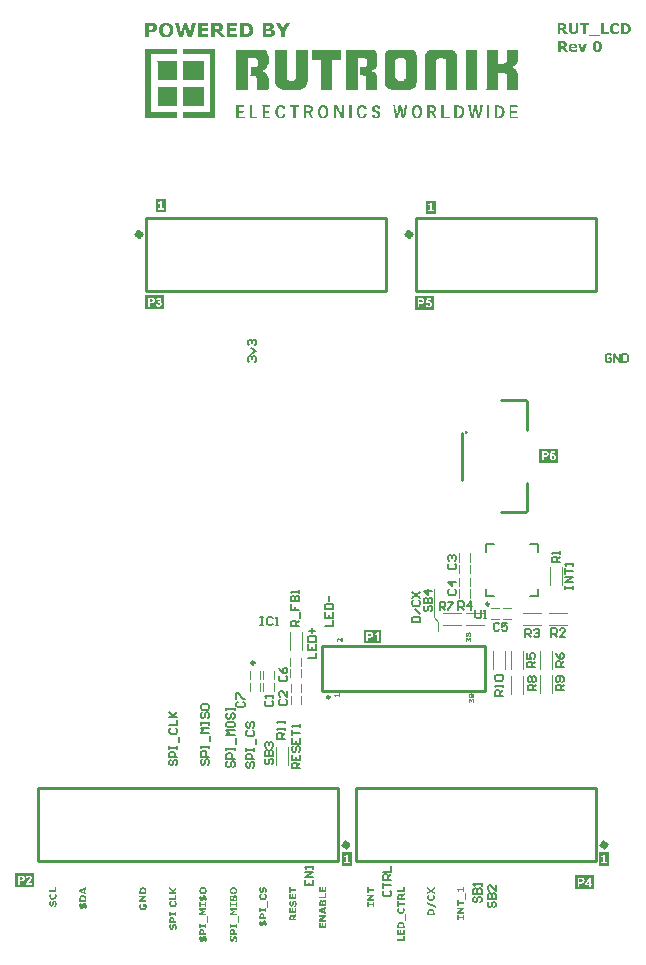
<source format=gto>
G04*
G04 #@! TF.GenerationSoftware,Altium Limited,Altium Designer,19.0.15 (446)*
G04*
G04 Layer_Color=65535*
%FSLAX25Y25*%
%MOIN*%
G70*
G01*
G75*
%ADD10C,0.00984*%
%ADD11C,0.01968*%
%ADD12C,0.01000*%
%ADD13C,0.00394*%
%ADD14C,0.00787*%
%ADD15C,0.00500*%
G36*
X69011Y159407D02*
Y159208D01*
Y159009D01*
Y158809D01*
Y158610D01*
Y158411D01*
Y158212D01*
Y158012D01*
Y157813D01*
Y157614D01*
Y157415D01*
Y157215D01*
Y157016D01*
Y156817D01*
Y156617D01*
Y156418D01*
Y156219D01*
Y156020D01*
Y155820D01*
Y155621D01*
Y155422D01*
Y155223D01*
Y155023D01*
Y154824D01*
Y154625D01*
Y154426D01*
Y154226D01*
Y154027D01*
Y153828D01*
Y153628D01*
Y153429D01*
Y153230D01*
X62236D01*
Y153429D01*
Y153628D01*
Y153828D01*
Y154027D01*
Y154226D01*
Y154426D01*
Y154625D01*
Y154824D01*
Y155023D01*
Y155223D01*
Y155422D01*
Y155621D01*
Y155820D01*
Y156020D01*
Y156219D01*
Y156418D01*
Y156617D01*
Y156817D01*
Y157016D01*
Y157215D01*
Y157415D01*
Y157614D01*
Y157813D01*
Y158012D01*
Y158212D01*
Y158411D01*
Y158610D01*
Y158809D01*
Y159009D01*
Y159208D01*
Y159407D01*
Y159607D01*
X69011D01*
Y159407D01*
D02*
G37*
G36*
X60243D02*
Y159208D01*
Y159009D01*
Y158809D01*
Y158610D01*
Y158411D01*
Y158212D01*
Y158012D01*
Y157813D01*
Y157614D01*
Y157415D01*
Y157215D01*
Y157016D01*
Y156817D01*
Y156617D01*
Y156418D01*
Y156219D01*
Y156020D01*
Y155820D01*
Y155621D01*
Y155422D01*
Y155223D01*
Y155023D01*
Y154824D01*
Y154625D01*
Y154426D01*
Y154226D01*
Y154027D01*
Y153828D01*
Y153628D01*
Y153429D01*
Y153230D01*
X53667D01*
Y153429D01*
Y153628D01*
Y153828D01*
Y154027D01*
Y154226D01*
Y154426D01*
Y154625D01*
Y154824D01*
Y155023D01*
Y155223D01*
Y155422D01*
Y155621D01*
Y155820D01*
Y156020D01*
Y156219D01*
Y156418D01*
Y156617D01*
Y156817D01*
Y157016D01*
Y157215D01*
Y157415D01*
Y157614D01*
Y157813D01*
Y158012D01*
Y158212D01*
Y158411D01*
Y158610D01*
Y158809D01*
Y159009D01*
Y159208D01*
Y159407D01*
X53468D01*
Y159607D01*
X60243D01*
Y159407D01*
D02*
G37*
G36*
X103684Y163194D02*
Y162994D01*
Y162795D01*
Y162596D01*
Y162396D01*
Y162197D01*
Y161998D01*
Y161799D01*
Y161599D01*
Y161400D01*
Y161201D01*
Y161002D01*
Y160802D01*
Y160603D01*
Y160404D01*
Y160204D01*
Y160005D01*
Y159806D01*
Y159607D01*
Y159407D01*
Y159208D01*
Y159009D01*
Y158809D01*
Y158610D01*
Y158411D01*
Y158212D01*
Y158012D01*
Y157813D01*
Y157614D01*
Y157415D01*
Y157215D01*
Y157016D01*
Y156817D01*
Y156617D01*
Y156418D01*
Y156219D01*
Y156020D01*
Y155820D01*
Y155621D01*
Y155422D01*
Y155223D01*
Y155023D01*
Y154824D01*
Y154625D01*
Y154426D01*
Y154226D01*
Y154027D01*
Y153828D01*
Y153628D01*
Y153429D01*
Y153230D01*
Y153031D01*
Y152831D01*
Y152632D01*
Y152433D01*
X103485D01*
Y152234D01*
Y152034D01*
Y151835D01*
Y151636D01*
X103286D01*
Y151436D01*
Y151237D01*
X103087D01*
Y151038D01*
X102887D01*
Y150839D01*
X102688D01*
Y150639D01*
X102489D01*
Y150440D01*
X102090D01*
Y150241D01*
X101493D01*
Y150041D01*
X95116D01*
Y150241D01*
X94518D01*
Y150440D01*
X94119D01*
Y150639D01*
X93721D01*
Y150839D01*
X93522D01*
Y151038D01*
Y151237D01*
X93322D01*
Y151436D01*
Y151636D01*
Y151835D01*
X93123D01*
Y152034D01*
X92924D01*
Y152234D01*
Y152433D01*
Y152632D01*
Y152831D01*
Y153031D01*
Y153230D01*
Y153429D01*
Y153628D01*
Y153828D01*
Y154027D01*
Y154226D01*
Y154426D01*
Y154625D01*
Y154824D01*
Y155023D01*
Y155223D01*
Y155422D01*
Y155621D01*
Y155820D01*
Y156020D01*
Y156219D01*
Y156418D01*
Y156617D01*
Y156817D01*
Y157016D01*
Y157215D01*
Y157415D01*
Y157614D01*
Y157813D01*
Y158012D01*
Y158212D01*
Y158411D01*
Y158610D01*
Y158809D01*
Y159009D01*
Y159208D01*
Y159407D01*
Y159607D01*
Y159806D01*
Y160005D01*
Y160204D01*
Y160404D01*
Y160603D01*
Y160802D01*
Y161002D01*
Y161201D01*
Y161400D01*
Y161599D01*
Y161799D01*
Y161998D01*
Y162197D01*
Y162396D01*
Y162596D01*
Y162795D01*
Y162994D01*
Y163194D01*
Y163393D01*
X96710D01*
Y163194D01*
Y162994D01*
Y162795D01*
Y162596D01*
Y162396D01*
Y162197D01*
Y161998D01*
Y161799D01*
Y161599D01*
Y161400D01*
Y161201D01*
Y161002D01*
Y160802D01*
Y160603D01*
Y160404D01*
Y160204D01*
Y160005D01*
Y159806D01*
Y159607D01*
Y159407D01*
Y159208D01*
Y159009D01*
Y158809D01*
Y158610D01*
Y158411D01*
Y158212D01*
Y158012D01*
Y157813D01*
Y157614D01*
Y157415D01*
Y157215D01*
Y157016D01*
Y156817D01*
Y156617D01*
Y156418D01*
Y156219D01*
Y156020D01*
Y155820D01*
Y155621D01*
Y155422D01*
Y155223D01*
Y155023D01*
Y154824D01*
Y154625D01*
Y154426D01*
Y154226D01*
Y154027D01*
Y153828D01*
Y153628D01*
X96909D01*
Y153429D01*
Y153230D01*
X97507D01*
Y153031D01*
X99101D01*
Y153230D01*
X99500D01*
Y153429D01*
X99898D01*
Y153628D01*
Y153828D01*
Y154027D01*
Y154226D01*
Y154426D01*
Y154625D01*
Y154824D01*
Y155023D01*
Y155223D01*
Y155422D01*
Y155621D01*
Y155820D01*
Y156020D01*
Y156219D01*
Y156418D01*
Y156617D01*
Y156817D01*
Y157016D01*
Y157215D01*
Y157415D01*
Y157614D01*
Y157813D01*
Y158012D01*
Y158212D01*
Y158411D01*
Y158610D01*
Y158809D01*
Y159009D01*
Y159208D01*
Y159407D01*
Y159607D01*
Y159806D01*
Y160005D01*
Y160204D01*
Y160404D01*
Y160603D01*
Y160802D01*
Y161002D01*
Y161201D01*
Y161400D01*
Y161599D01*
Y161799D01*
Y161998D01*
Y162197D01*
Y162396D01*
Y162596D01*
Y162795D01*
Y162994D01*
Y163194D01*
Y163393D01*
X103684D01*
Y163194D01*
D02*
G37*
G36*
X114844D02*
Y162994D01*
Y162795D01*
Y162596D01*
Y162396D01*
Y162197D01*
Y161998D01*
Y161799D01*
Y161599D01*
Y161400D01*
Y161201D01*
Y161002D01*
Y160802D01*
Y160603D01*
Y160404D01*
Y160204D01*
Y160005D01*
Y159806D01*
X111855D01*
Y159607D01*
Y159407D01*
Y159208D01*
Y159009D01*
Y158809D01*
Y158610D01*
Y158411D01*
Y158212D01*
Y158012D01*
Y157813D01*
Y157614D01*
Y157415D01*
Y157215D01*
Y157016D01*
Y156817D01*
Y156617D01*
Y156418D01*
Y156219D01*
Y156020D01*
Y155820D01*
Y155621D01*
Y155422D01*
Y155223D01*
Y155023D01*
Y154824D01*
Y154625D01*
Y154426D01*
Y154226D01*
Y154027D01*
Y153828D01*
Y153628D01*
Y153429D01*
Y153230D01*
Y153031D01*
Y152831D01*
Y152632D01*
Y152433D01*
Y152234D01*
Y152034D01*
Y151835D01*
Y151636D01*
Y151436D01*
Y151237D01*
Y151038D01*
Y150839D01*
Y150639D01*
Y150440D01*
Y150241D01*
Y150041D01*
X108069D01*
Y150241D01*
X108268D01*
Y150440D01*
Y150639D01*
Y150839D01*
Y151038D01*
Y151237D01*
Y151436D01*
Y151636D01*
Y151835D01*
Y152034D01*
Y152234D01*
Y152433D01*
Y152632D01*
Y152831D01*
Y153031D01*
Y153230D01*
Y153429D01*
Y153628D01*
Y153828D01*
Y154027D01*
Y154226D01*
Y154426D01*
Y154625D01*
Y154824D01*
Y155023D01*
Y155223D01*
Y155422D01*
Y155621D01*
Y155820D01*
Y156020D01*
Y156219D01*
Y156418D01*
Y156617D01*
Y156817D01*
Y157016D01*
Y157215D01*
Y157415D01*
Y157614D01*
Y157813D01*
Y158012D01*
Y158212D01*
Y158411D01*
Y158610D01*
Y158809D01*
Y159009D01*
Y159208D01*
Y159407D01*
Y159607D01*
Y159806D01*
X105279D01*
Y160005D01*
Y160204D01*
Y160404D01*
Y160603D01*
Y160802D01*
Y161002D01*
Y161201D01*
Y161400D01*
Y161599D01*
Y161799D01*
Y161998D01*
Y162197D01*
Y162396D01*
Y162596D01*
Y162795D01*
Y162994D01*
Y163194D01*
Y163393D01*
X114844D01*
Y163194D01*
D02*
G37*
G36*
X89337D02*
X89735D01*
Y162994D01*
X89935D01*
Y162795D01*
X90134D01*
Y162596D01*
X90333D01*
Y162396D01*
Y162197D01*
Y161998D01*
Y161799D01*
X90532D01*
Y161599D01*
Y161400D01*
Y161201D01*
X90732D01*
Y161002D01*
Y160802D01*
Y160603D01*
Y160404D01*
Y160204D01*
Y160005D01*
Y159806D01*
Y159607D01*
Y159407D01*
Y159208D01*
Y159009D01*
Y158809D01*
Y158610D01*
X90532D01*
Y158411D01*
Y158212D01*
X90333D01*
Y158012D01*
Y157813D01*
Y157614D01*
X90134D01*
Y157415D01*
Y157215D01*
X89935D01*
Y157016D01*
X89735D01*
Y156817D01*
X89337D01*
Y156617D01*
X88739D01*
Y156418D01*
Y156219D01*
Y156020D01*
X89138D01*
Y155820D01*
X89536D01*
Y155621D01*
X89735D01*
Y155422D01*
X89935D01*
Y155223D01*
X90134D01*
Y155023D01*
X90333D01*
Y154824D01*
Y154625D01*
X90532D01*
Y154426D01*
Y154226D01*
Y154027D01*
Y153828D01*
X90732D01*
Y153628D01*
Y153429D01*
Y153230D01*
Y153031D01*
Y152831D01*
Y152632D01*
Y152433D01*
Y152234D01*
Y152034D01*
Y151835D01*
Y151636D01*
Y151436D01*
Y151237D01*
Y151038D01*
Y150839D01*
Y150639D01*
Y150440D01*
Y150241D01*
X90532D01*
Y150041D01*
X86746D01*
Y150241D01*
Y150440D01*
Y150639D01*
Y150839D01*
Y151038D01*
Y151237D01*
Y151436D01*
Y151636D01*
Y151835D01*
Y152034D01*
Y152234D01*
Y152433D01*
Y152632D01*
Y152831D01*
Y153031D01*
Y153230D01*
Y153429D01*
Y153628D01*
Y153828D01*
Y154027D01*
X86547D01*
Y154226D01*
Y154426D01*
Y154625D01*
X84554D01*
Y154824D01*
X84754D01*
Y155023D01*
Y155223D01*
Y155422D01*
Y155621D01*
Y155820D01*
Y156020D01*
Y156219D01*
Y156418D01*
Y156617D01*
Y156817D01*
Y157016D01*
Y157215D01*
Y157415D01*
Y157614D01*
X86746D01*
Y157813D01*
X86946D01*
Y158012D01*
X87145D01*
Y158212D01*
Y158411D01*
Y158610D01*
Y158809D01*
Y159009D01*
Y159208D01*
Y159407D01*
Y159607D01*
Y159806D01*
Y160005D01*
X86946D01*
Y160204D01*
X86746D01*
Y160404D01*
X86348D01*
Y160603D01*
X83956D01*
Y160404D01*
X83757D01*
Y160204D01*
Y160005D01*
Y159806D01*
Y159607D01*
Y159407D01*
Y159208D01*
Y159009D01*
Y158809D01*
Y158610D01*
Y158411D01*
Y158212D01*
Y158012D01*
Y157813D01*
Y157614D01*
Y157415D01*
Y157215D01*
Y157016D01*
Y156817D01*
Y156617D01*
Y156418D01*
Y156219D01*
Y156020D01*
Y155820D01*
Y155621D01*
Y155422D01*
Y155223D01*
Y155023D01*
Y154824D01*
Y154625D01*
Y154426D01*
Y154226D01*
Y154027D01*
Y153828D01*
Y153628D01*
Y153429D01*
Y153230D01*
Y153031D01*
Y152831D01*
Y152632D01*
Y152433D01*
Y152234D01*
Y152034D01*
Y151835D01*
Y151636D01*
Y151436D01*
Y151237D01*
Y151038D01*
Y150839D01*
Y150639D01*
Y150440D01*
Y150241D01*
Y150041D01*
X79971D01*
Y150241D01*
Y150440D01*
Y150639D01*
Y150839D01*
Y151038D01*
Y151237D01*
Y151436D01*
Y151636D01*
Y151835D01*
Y152034D01*
Y152234D01*
Y152433D01*
Y152632D01*
Y152831D01*
Y153031D01*
Y153230D01*
Y153429D01*
Y153628D01*
Y153828D01*
Y154027D01*
Y154226D01*
Y154426D01*
Y154625D01*
Y154824D01*
Y155023D01*
Y155223D01*
Y155422D01*
Y155621D01*
Y155820D01*
Y156020D01*
Y156219D01*
Y156418D01*
Y156617D01*
Y156817D01*
Y157016D01*
Y157215D01*
Y157415D01*
Y157614D01*
Y157813D01*
Y158012D01*
Y158212D01*
Y158411D01*
Y158610D01*
Y158809D01*
Y159009D01*
Y159208D01*
Y159407D01*
Y159607D01*
Y159806D01*
Y160005D01*
Y160204D01*
Y160404D01*
Y160603D01*
Y160802D01*
Y161002D01*
Y161201D01*
Y161400D01*
Y161599D01*
Y161799D01*
Y161998D01*
Y162197D01*
Y162396D01*
Y162596D01*
Y162795D01*
Y162994D01*
Y163194D01*
Y163393D01*
X89337D01*
Y163194D01*
D02*
G37*
G36*
X69011Y150839D02*
Y150639D01*
Y150440D01*
Y150241D01*
Y150041D01*
Y149842D01*
Y149643D01*
Y149444D01*
Y149244D01*
Y149045D01*
Y148846D01*
Y148647D01*
Y148447D01*
Y148248D01*
Y148049D01*
Y147850D01*
Y147650D01*
Y147451D01*
Y147252D01*
Y147052D01*
Y146853D01*
Y146654D01*
Y146455D01*
Y146255D01*
Y146056D01*
Y145857D01*
Y145658D01*
Y145458D01*
Y145259D01*
Y145060D01*
Y144860D01*
Y144661D01*
Y144462D01*
X62236D01*
Y144661D01*
Y144860D01*
Y145060D01*
Y145259D01*
Y145458D01*
Y145658D01*
Y145857D01*
Y146056D01*
Y146255D01*
Y146455D01*
Y146654D01*
Y146853D01*
Y147052D01*
Y147252D01*
Y147451D01*
Y147650D01*
Y147850D01*
Y148049D01*
Y148248D01*
Y148447D01*
Y148647D01*
Y148846D01*
Y149045D01*
Y149244D01*
Y149444D01*
Y149643D01*
Y149842D01*
Y150041D01*
Y150241D01*
Y150440D01*
Y150639D01*
Y150839D01*
Y151038D01*
X69011D01*
Y150839D01*
D02*
G37*
G36*
X60243D02*
Y150639D01*
Y150440D01*
Y150241D01*
Y150041D01*
Y149842D01*
Y149643D01*
Y149444D01*
Y149244D01*
Y149045D01*
Y148846D01*
Y148647D01*
Y148447D01*
Y148248D01*
Y148049D01*
Y147850D01*
Y147650D01*
Y147451D01*
Y147252D01*
Y147052D01*
Y146853D01*
Y146654D01*
Y146455D01*
Y146255D01*
Y146056D01*
Y145857D01*
Y145658D01*
Y145458D01*
Y145259D01*
Y145060D01*
Y144860D01*
Y144661D01*
Y144462D01*
X53468D01*
Y144661D01*
X53667D01*
Y144860D01*
Y145060D01*
Y145259D01*
Y145458D01*
Y145658D01*
Y145857D01*
Y146056D01*
Y146255D01*
Y146455D01*
Y146654D01*
Y146853D01*
Y147052D01*
Y147252D01*
Y147451D01*
Y147650D01*
Y147850D01*
Y148049D01*
Y148248D01*
Y148447D01*
Y148647D01*
Y148846D01*
Y149045D01*
Y149244D01*
Y149444D01*
Y149643D01*
Y149842D01*
Y150041D01*
Y150241D01*
Y150440D01*
Y150639D01*
Y150839D01*
X53468D01*
Y151038D01*
X60243D01*
Y150839D01*
D02*
G37*
G36*
X95514Y144661D02*
X95913D01*
Y144462D01*
X96112D01*
Y144263D01*
Y144063D01*
X96311D01*
Y143864D01*
Y143665D01*
Y143465D01*
X95514D01*
Y143665D01*
Y143864D01*
Y144063D01*
X95315D01*
Y144263D01*
X94319D01*
Y144063D01*
X94119D01*
Y143864D01*
Y143665D01*
X93920D01*
Y143465D01*
Y143266D01*
Y143067D01*
Y142868D01*
X93721D01*
Y142668D01*
Y142469D01*
X93920D01*
Y142270D01*
Y142071D01*
Y141871D01*
Y141672D01*
Y141473D01*
X94119D01*
Y141273D01*
X94319D01*
Y141074D01*
X95315D01*
Y141273D01*
X95514D01*
Y141473D01*
Y141672D01*
Y141871D01*
X96311D01*
Y141672D01*
Y141473D01*
Y141273D01*
X96112D01*
Y141074D01*
Y140875D01*
X95913D01*
Y140676D01*
X95514D01*
Y140476D01*
X94119D01*
Y140676D01*
X93721D01*
Y140875D01*
X93522D01*
Y141074D01*
Y141273D01*
X93322D01*
Y141473D01*
Y141672D01*
X93123D01*
Y141871D01*
Y142071D01*
X92924D01*
Y142270D01*
Y142469D01*
Y142668D01*
Y142868D01*
Y143067D01*
Y143266D01*
X93123D01*
Y143465D01*
Y143665D01*
X93322D01*
Y143864D01*
Y144063D01*
X93522D01*
Y144263D01*
Y144462D01*
X93721D01*
Y144661D01*
X94119D01*
Y144860D01*
X95514D01*
Y144661D01*
D02*
G37*
G36*
X115840D02*
Y144462D01*
Y144263D01*
Y144063D01*
Y143864D01*
Y143665D01*
Y143465D01*
Y143266D01*
Y143067D01*
Y142868D01*
Y142668D01*
Y142469D01*
Y142270D01*
Y142071D01*
Y141871D01*
Y141672D01*
Y141473D01*
Y141273D01*
Y141074D01*
Y140875D01*
Y140676D01*
Y140476D01*
X114844D01*
Y140676D01*
Y140875D01*
X114644D01*
Y141074D01*
Y141273D01*
Y141473D01*
X114445D01*
Y141672D01*
Y141871D01*
X114246D01*
Y142071D01*
X114047D01*
Y142270D01*
Y142469D01*
Y142668D01*
X113847D01*
Y142868D01*
Y143067D01*
X113648D01*
Y143266D01*
Y143465D01*
X113449D01*
Y143665D01*
X113050D01*
Y143465D01*
Y143266D01*
X113250D01*
Y143067D01*
X113050D01*
Y142868D01*
Y142668D01*
Y142469D01*
Y142270D01*
Y142071D01*
Y141871D01*
Y141672D01*
Y141473D01*
Y141273D01*
Y141074D01*
Y140875D01*
Y140676D01*
X113250D01*
Y140476D01*
X112452D01*
Y140676D01*
Y140875D01*
Y141074D01*
Y141273D01*
Y141473D01*
Y141672D01*
Y141871D01*
Y142071D01*
Y142270D01*
Y142469D01*
Y142668D01*
Y142868D01*
Y143067D01*
Y143266D01*
Y143465D01*
Y143665D01*
Y143864D01*
Y144063D01*
Y144263D01*
Y144462D01*
Y144661D01*
Y144860D01*
X113648D01*
Y144661D01*
Y144462D01*
X113847D01*
Y144263D01*
Y144063D01*
X114047D01*
Y143864D01*
Y143665D01*
X114246D01*
Y143465D01*
Y143266D01*
Y143067D01*
X114445D01*
Y142868D01*
Y142668D01*
X114644D01*
Y142469D01*
X115043D01*
Y142668D01*
Y142868D01*
Y143067D01*
Y143266D01*
Y143465D01*
Y143665D01*
Y143864D01*
Y144063D01*
Y144263D01*
Y144462D01*
Y144661D01*
Y144860D01*
X115840D01*
Y144661D01*
D02*
G37*
G36*
X109463D02*
X110061D01*
Y144462D01*
X110260D01*
Y144263D01*
Y144063D01*
X110460D01*
Y143864D01*
Y143665D01*
Y143465D01*
X110659D01*
Y143266D01*
Y143067D01*
Y142868D01*
Y142668D01*
Y142469D01*
Y142270D01*
Y142071D01*
Y141871D01*
Y141672D01*
X110460D01*
Y141473D01*
Y141273D01*
X110260D01*
Y141074D01*
Y140875D01*
X109862D01*
Y140676D01*
X109663D01*
Y140476D01*
X108268D01*
Y140676D01*
X107869D01*
Y140875D01*
X107670D01*
Y141074D01*
X107471D01*
Y141273D01*
Y141473D01*
Y141672D01*
X107271D01*
Y141871D01*
Y142071D01*
X107072D01*
Y142270D01*
X107271D01*
Y142469D01*
Y142668D01*
Y142868D01*
Y143067D01*
Y143266D01*
Y143465D01*
Y143665D01*
X107471D01*
Y143864D01*
Y144063D01*
Y144263D01*
X107670D01*
Y144462D01*
X107869D01*
Y144661D01*
X108268D01*
Y144860D01*
X109463D01*
Y144661D01*
D02*
G37*
G36*
X104481D02*
X105079D01*
Y144462D01*
X105279D01*
Y144263D01*
X105478D01*
Y144063D01*
Y143864D01*
Y143665D01*
Y143465D01*
Y143266D01*
Y143067D01*
X105279D01*
Y142868D01*
X105079D01*
Y142668D01*
X104880D01*
Y142469D01*
Y142270D01*
Y142071D01*
Y141871D01*
Y141672D01*
X105079D01*
Y141473D01*
X105279D01*
Y141273D01*
Y141074D01*
Y140875D01*
X105478D01*
Y140676D01*
X105677D01*
Y140476D01*
X104681D01*
Y140676D01*
Y140875D01*
X104481D01*
Y141074D01*
Y141273D01*
Y141473D01*
X104282D01*
Y141672D01*
Y141871D01*
X104083D01*
Y142071D01*
Y142270D01*
X103286D01*
Y142071D01*
Y141871D01*
Y141672D01*
Y141473D01*
Y141273D01*
Y141074D01*
Y140875D01*
Y140676D01*
Y140476D01*
X102489D01*
Y140676D01*
Y140875D01*
Y141074D01*
Y141273D01*
Y141473D01*
Y141672D01*
Y141871D01*
Y142071D01*
Y142270D01*
Y142469D01*
Y142668D01*
Y142868D01*
Y143067D01*
Y143266D01*
Y143465D01*
Y143665D01*
Y143864D01*
Y144063D01*
Y144263D01*
Y144462D01*
Y144661D01*
Y144860D01*
X104481D01*
Y144661D01*
D02*
G37*
G36*
X100895D02*
Y144462D01*
Y144263D01*
X99699D01*
Y144063D01*
Y143864D01*
Y143665D01*
Y143465D01*
Y143266D01*
Y143067D01*
Y142868D01*
Y142668D01*
Y142469D01*
Y142270D01*
Y142071D01*
Y141871D01*
Y141672D01*
Y141473D01*
Y141273D01*
Y141074D01*
Y140875D01*
Y140676D01*
Y140476D01*
X98902D01*
Y140676D01*
Y140875D01*
Y141074D01*
Y141273D01*
Y141473D01*
Y141672D01*
Y141871D01*
Y142071D01*
Y142270D01*
Y142469D01*
Y142668D01*
Y142868D01*
Y143067D01*
Y143266D01*
Y143465D01*
Y143665D01*
Y143864D01*
Y144063D01*
Y144263D01*
X97906D01*
Y144462D01*
Y144661D01*
Y144860D01*
X100895D01*
Y144661D01*
D02*
G37*
G36*
X91330D02*
Y144462D01*
Y144263D01*
X89337D01*
Y144063D01*
Y143864D01*
Y143665D01*
Y143465D01*
Y143266D01*
Y143067D01*
X91130D01*
Y142868D01*
X90931D01*
Y142668D01*
X91130D01*
Y142469D01*
X90931D01*
Y142270D01*
X89337D01*
Y142071D01*
Y141871D01*
Y141672D01*
Y141473D01*
Y141273D01*
Y141074D01*
X91330D01*
Y140875D01*
Y140676D01*
Y140476D01*
X88540D01*
Y140676D01*
X88739D01*
Y140875D01*
Y141074D01*
Y141273D01*
Y141473D01*
Y141672D01*
Y141871D01*
Y142071D01*
Y142270D01*
Y142469D01*
Y142668D01*
Y142868D01*
Y143067D01*
Y143266D01*
Y143465D01*
Y143665D01*
Y143864D01*
Y144063D01*
Y144263D01*
Y144462D01*
Y144661D01*
X88540D01*
Y144860D01*
X91330D01*
Y144661D01*
D02*
G37*
G36*
X85152D02*
Y144462D01*
Y144263D01*
Y144063D01*
Y143864D01*
Y143665D01*
Y143465D01*
Y143266D01*
Y143067D01*
Y142868D01*
Y142668D01*
Y142469D01*
Y142270D01*
Y142071D01*
Y141871D01*
Y141672D01*
Y141473D01*
Y141273D01*
Y141074D01*
X87145D01*
Y140875D01*
X86946D01*
Y140676D01*
X87145D01*
Y140476D01*
X84355D01*
Y140676D01*
Y140875D01*
Y141074D01*
Y141273D01*
Y141473D01*
Y141672D01*
Y141871D01*
Y142071D01*
Y142270D01*
Y142469D01*
Y142668D01*
Y142868D01*
Y143067D01*
Y143266D01*
Y143465D01*
Y143665D01*
Y143864D01*
Y144063D01*
Y144263D01*
Y144462D01*
Y144661D01*
Y144860D01*
X85152D01*
Y144661D01*
D02*
G37*
G36*
X82562D02*
Y144462D01*
Y144263D01*
X80768D01*
Y144063D01*
Y143864D01*
Y143665D01*
Y143465D01*
Y143266D01*
Y143067D01*
X82362D01*
Y142868D01*
Y142668D01*
Y142469D01*
X82163D01*
Y142270D01*
X80768D01*
Y142071D01*
Y141871D01*
Y141672D01*
Y141473D01*
Y141273D01*
Y141074D01*
X82761D01*
Y140875D01*
Y140676D01*
Y140476D01*
X79971D01*
Y140676D01*
Y140875D01*
Y141074D01*
Y141273D01*
Y141473D01*
Y141672D01*
Y141871D01*
Y142071D01*
Y142270D01*
Y142469D01*
Y142668D01*
Y142868D01*
Y143067D01*
Y143266D01*
Y143465D01*
Y143665D01*
Y143864D01*
Y144063D01*
Y144263D01*
Y144462D01*
Y144661D01*
Y144860D01*
X82562D01*
Y144661D01*
D02*
G37*
G36*
X72996Y163393D02*
Y163194D01*
Y162994D01*
Y162795D01*
Y162596D01*
Y162396D01*
Y162197D01*
Y161998D01*
Y161799D01*
Y161599D01*
Y161400D01*
Y161201D01*
Y161002D01*
Y160802D01*
Y160603D01*
Y160404D01*
Y160204D01*
Y160005D01*
Y159806D01*
Y159607D01*
Y159407D01*
Y159208D01*
Y159009D01*
Y158809D01*
Y158610D01*
Y158411D01*
Y158212D01*
Y158012D01*
Y157813D01*
Y157614D01*
Y157415D01*
Y157215D01*
Y157016D01*
Y156817D01*
Y156617D01*
Y156418D01*
Y156219D01*
Y156020D01*
Y155820D01*
Y155621D01*
Y155422D01*
Y155223D01*
Y155023D01*
Y154824D01*
Y154625D01*
Y154426D01*
Y154226D01*
Y154027D01*
Y153828D01*
Y153628D01*
Y153429D01*
Y153230D01*
Y153031D01*
Y152831D01*
Y152632D01*
Y152433D01*
Y152234D01*
Y152034D01*
Y151835D01*
Y151636D01*
Y151436D01*
Y151237D01*
Y151038D01*
Y150839D01*
Y150639D01*
Y150440D01*
Y150241D01*
Y150041D01*
Y149842D01*
Y149643D01*
Y149444D01*
Y149244D01*
Y149045D01*
Y148846D01*
Y148647D01*
Y148447D01*
Y148248D01*
Y148049D01*
Y147850D01*
Y147650D01*
Y147451D01*
Y147252D01*
Y147052D01*
Y146853D01*
Y146654D01*
Y146455D01*
Y146255D01*
Y146056D01*
Y145857D01*
Y145658D01*
Y145458D01*
Y145259D01*
Y145060D01*
Y144860D01*
Y144661D01*
Y144462D01*
Y144263D01*
Y144063D01*
Y143864D01*
Y143665D01*
Y143465D01*
Y143266D01*
Y143067D01*
Y142868D01*
Y142668D01*
Y142469D01*
Y142270D01*
Y142071D01*
Y141871D01*
Y141672D01*
Y141473D01*
Y141273D01*
Y141074D01*
Y140875D01*
Y140676D01*
Y140476D01*
X62236D01*
Y140676D01*
Y140875D01*
Y141074D01*
Y141273D01*
Y141473D01*
Y141672D01*
Y141871D01*
Y142071D01*
Y142270D01*
Y142469D01*
X71203D01*
Y142668D01*
Y142868D01*
Y143067D01*
Y143266D01*
Y143465D01*
Y143665D01*
Y143864D01*
Y144063D01*
Y144263D01*
Y144462D01*
Y144661D01*
Y144860D01*
Y145060D01*
Y145259D01*
Y145458D01*
Y145658D01*
Y145857D01*
Y146056D01*
Y146255D01*
Y146455D01*
Y146654D01*
Y146853D01*
Y147052D01*
Y147252D01*
Y147451D01*
Y147650D01*
Y147850D01*
Y148049D01*
Y148248D01*
Y148447D01*
Y148647D01*
Y148846D01*
Y149045D01*
Y149244D01*
Y149444D01*
Y149643D01*
Y149842D01*
Y150041D01*
Y150241D01*
Y150440D01*
Y150639D01*
Y150839D01*
Y151038D01*
Y151237D01*
Y151436D01*
Y151636D01*
Y151835D01*
Y152034D01*
Y152234D01*
Y152433D01*
Y152632D01*
Y152831D01*
Y153031D01*
Y153230D01*
Y153429D01*
Y153628D01*
Y153828D01*
Y154027D01*
Y154226D01*
Y154426D01*
Y154625D01*
Y154824D01*
Y155023D01*
Y155223D01*
Y155422D01*
Y155621D01*
Y155820D01*
Y156020D01*
Y156219D01*
Y156418D01*
Y156617D01*
Y156817D01*
Y157016D01*
Y157215D01*
Y157415D01*
Y157614D01*
Y157813D01*
Y158012D01*
Y158212D01*
Y158411D01*
Y158610D01*
Y158809D01*
Y159009D01*
Y159208D01*
Y159407D01*
Y159607D01*
Y159806D01*
Y160005D01*
Y160204D01*
Y160404D01*
Y160603D01*
Y160802D01*
Y161002D01*
Y161201D01*
Y161400D01*
Y161599D01*
Y161799D01*
X62236D01*
Y161998D01*
Y162197D01*
Y162396D01*
Y162596D01*
Y162795D01*
Y162994D01*
Y163194D01*
Y163393D01*
Y163592D01*
X72996D01*
Y163393D01*
D02*
G37*
G36*
X60243D02*
Y163194D01*
Y162994D01*
Y162795D01*
Y162596D01*
Y162396D01*
Y162197D01*
Y161998D01*
Y161799D01*
X51475D01*
Y161599D01*
Y161400D01*
Y161201D01*
Y161002D01*
Y160802D01*
Y160603D01*
Y160404D01*
Y160204D01*
Y160005D01*
Y159806D01*
Y159607D01*
Y159407D01*
Y159208D01*
Y159009D01*
Y158809D01*
Y158610D01*
Y158411D01*
Y158212D01*
Y158012D01*
Y157813D01*
Y157614D01*
Y157415D01*
Y157215D01*
Y157016D01*
Y156817D01*
Y156617D01*
Y156418D01*
Y156219D01*
Y156020D01*
Y155820D01*
Y155621D01*
Y155422D01*
Y155223D01*
Y155023D01*
Y154824D01*
Y154625D01*
Y154426D01*
Y154226D01*
Y154027D01*
Y153828D01*
Y153628D01*
Y153429D01*
Y153230D01*
Y153031D01*
Y152831D01*
Y152632D01*
Y152433D01*
Y152234D01*
Y152034D01*
Y151835D01*
Y151636D01*
Y151436D01*
Y151237D01*
Y151038D01*
Y150839D01*
Y150639D01*
Y150440D01*
Y150241D01*
Y150041D01*
Y149842D01*
Y149643D01*
Y149444D01*
Y149244D01*
Y149045D01*
Y148846D01*
Y148647D01*
Y148447D01*
Y148248D01*
Y148049D01*
Y147850D01*
Y147650D01*
Y147451D01*
Y147252D01*
Y147052D01*
Y146853D01*
Y146654D01*
Y146455D01*
Y146255D01*
Y146056D01*
Y145857D01*
Y145658D01*
Y145458D01*
Y145259D01*
Y145060D01*
Y144860D01*
Y144661D01*
Y144462D01*
Y144263D01*
Y144063D01*
Y143864D01*
Y143665D01*
Y143465D01*
Y143266D01*
Y143067D01*
Y142868D01*
Y142668D01*
Y142469D01*
X60243D01*
Y142270D01*
Y142071D01*
Y141871D01*
Y141672D01*
Y141473D01*
Y141273D01*
Y141074D01*
Y140875D01*
Y140676D01*
Y140476D01*
X49482D01*
Y140676D01*
Y140875D01*
Y141074D01*
Y141273D01*
Y141473D01*
Y141672D01*
Y141871D01*
Y142071D01*
Y142270D01*
Y142469D01*
Y142668D01*
Y142868D01*
Y143067D01*
Y143266D01*
Y143465D01*
Y143665D01*
Y143864D01*
Y144063D01*
Y144263D01*
Y144462D01*
Y144661D01*
Y144860D01*
Y145060D01*
Y145259D01*
Y145458D01*
Y145658D01*
Y145857D01*
Y146056D01*
Y146255D01*
Y146455D01*
Y146654D01*
Y146853D01*
Y147052D01*
Y147252D01*
Y147451D01*
Y147650D01*
Y147850D01*
Y148049D01*
Y148248D01*
Y148447D01*
Y148647D01*
Y148846D01*
Y149045D01*
Y149244D01*
Y149444D01*
Y149643D01*
Y149842D01*
Y150041D01*
Y150241D01*
Y150440D01*
Y150639D01*
Y150839D01*
Y151038D01*
Y151237D01*
Y151436D01*
Y151636D01*
Y151835D01*
Y152034D01*
Y152234D01*
Y152433D01*
Y152632D01*
Y152831D01*
Y153031D01*
Y153230D01*
Y153429D01*
Y153628D01*
Y153828D01*
Y154027D01*
Y154226D01*
Y154426D01*
Y154625D01*
Y154824D01*
Y155023D01*
Y155223D01*
Y155422D01*
Y155621D01*
Y155820D01*
Y156020D01*
Y156219D01*
Y156418D01*
Y156617D01*
Y156817D01*
Y157016D01*
Y157215D01*
Y157415D01*
Y157614D01*
Y157813D01*
Y158012D01*
Y158212D01*
Y158411D01*
Y158610D01*
Y158809D01*
Y159009D01*
Y159208D01*
Y159407D01*
Y159607D01*
Y159806D01*
Y160005D01*
Y160204D01*
Y160404D01*
Y160603D01*
Y160802D01*
Y161002D01*
Y161201D01*
Y161400D01*
Y161599D01*
Y161799D01*
Y161998D01*
Y162197D01*
Y162396D01*
Y162596D01*
Y162795D01*
Y162994D01*
Y163194D01*
Y163393D01*
Y163592D01*
X60243D01*
Y163393D01*
D02*
G37*
G36*
X173828Y163194D02*
Y162994D01*
Y162795D01*
Y162596D01*
Y162396D01*
Y162197D01*
Y161998D01*
Y161799D01*
Y161599D01*
Y161400D01*
Y161201D01*
Y161002D01*
Y160802D01*
Y160603D01*
Y160404D01*
Y160204D01*
Y160005D01*
Y159806D01*
Y159607D01*
Y159407D01*
Y159208D01*
X173629D01*
Y159009D01*
X173430D01*
Y158809D01*
Y158610D01*
X173231D01*
Y158411D01*
X173031D01*
Y158212D01*
X172832D01*
Y158012D01*
X172433D01*
Y157813D01*
X172035D01*
Y157614D01*
Y157415D01*
Y157215D01*
X172433D01*
Y157016D01*
X172633D01*
Y156817D01*
X173031D01*
Y156617D01*
X173231D01*
Y156418D01*
Y156219D01*
X173430D01*
Y156020D01*
Y155820D01*
X173629D01*
Y155621D01*
X173828D01*
Y155422D01*
Y155223D01*
Y155023D01*
Y154824D01*
Y154625D01*
Y154426D01*
Y154226D01*
Y154027D01*
Y153828D01*
Y153628D01*
Y153429D01*
Y153230D01*
Y153031D01*
Y152831D01*
Y152632D01*
Y152433D01*
Y152234D01*
Y152034D01*
Y151835D01*
Y151636D01*
Y151436D01*
Y151237D01*
Y151038D01*
Y150839D01*
Y150639D01*
Y150440D01*
Y150241D01*
Y150041D01*
X170042D01*
Y150241D01*
Y150440D01*
Y150639D01*
Y150839D01*
Y151038D01*
Y151237D01*
Y151436D01*
Y151636D01*
Y151835D01*
Y152034D01*
Y152234D01*
Y152433D01*
Y152632D01*
Y152831D01*
Y153031D01*
Y153230D01*
Y153429D01*
Y153628D01*
Y153828D01*
Y154027D01*
Y154226D01*
Y154426D01*
Y154625D01*
Y154824D01*
Y155023D01*
Y155223D01*
X169644D01*
Y155422D01*
X169444D01*
Y155621D01*
X167053D01*
Y155422D01*
Y155223D01*
Y155023D01*
Y154824D01*
Y154625D01*
Y154426D01*
Y154226D01*
Y154027D01*
Y153828D01*
Y153628D01*
Y153429D01*
Y153230D01*
Y153031D01*
Y152831D01*
Y152632D01*
Y152433D01*
Y152234D01*
Y152034D01*
Y151835D01*
Y151636D01*
Y151436D01*
Y151237D01*
Y151038D01*
Y150839D01*
Y150639D01*
Y150440D01*
Y150241D01*
Y150041D01*
X163267D01*
Y150241D01*
X163466D01*
Y150440D01*
Y150639D01*
Y150839D01*
Y151038D01*
Y151237D01*
Y151436D01*
Y151636D01*
Y151835D01*
Y152034D01*
Y152234D01*
Y152433D01*
Y152632D01*
Y152831D01*
Y153031D01*
Y153230D01*
Y153429D01*
Y153628D01*
Y153828D01*
Y154027D01*
Y154226D01*
Y154426D01*
Y154625D01*
Y154824D01*
Y155023D01*
Y155223D01*
Y155422D01*
Y155621D01*
Y155820D01*
Y156020D01*
Y156219D01*
Y156418D01*
Y156617D01*
Y156817D01*
Y157016D01*
Y157215D01*
Y157415D01*
Y157614D01*
Y157813D01*
Y158012D01*
Y158212D01*
Y158411D01*
Y158610D01*
Y158809D01*
Y159009D01*
Y159208D01*
Y159407D01*
Y159607D01*
Y159806D01*
Y160005D01*
Y160204D01*
Y160404D01*
Y160603D01*
Y160802D01*
Y161002D01*
Y161201D01*
Y161400D01*
Y161599D01*
Y161799D01*
Y161998D01*
Y162197D01*
Y162396D01*
Y162596D01*
Y162795D01*
Y162994D01*
Y163194D01*
Y163393D01*
X167053D01*
Y163194D01*
Y162994D01*
Y162795D01*
Y162596D01*
Y162396D01*
Y162197D01*
Y161998D01*
Y161799D01*
Y161599D01*
Y161400D01*
Y161201D01*
Y161002D01*
Y160802D01*
Y160603D01*
Y160404D01*
Y160204D01*
Y160005D01*
Y159806D01*
Y159607D01*
Y159407D01*
Y159208D01*
Y159009D01*
Y158809D01*
Y158610D01*
X169245D01*
Y158809D01*
X169843D01*
Y159009D01*
Y159208D01*
X170042D01*
Y159407D01*
Y159607D01*
Y159806D01*
Y160005D01*
Y160204D01*
Y160404D01*
Y160603D01*
Y160802D01*
Y161002D01*
Y161201D01*
Y161400D01*
Y161599D01*
Y161799D01*
Y161998D01*
Y162197D01*
Y162396D01*
Y162596D01*
Y162795D01*
Y162994D01*
Y163194D01*
Y163393D01*
X173828D01*
Y163194D01*
D02*
G37*
G36*
X160278D02*
Y162994D01*
Y162795D01*
Y162596D01*
Y162396D01*
Y162197D01*
Y161998D01*
Y161799D01*
Y161599D01*
Y161400D01*
Y161201D01*
Y161002D01*
Y160802D01*
Y160603D01*
Y160404D01*
Y160204D01*
Y160005D01*
Y159806D01*
Y159607D01*
Y159407D01*
Y159208D01*
Y159009D01*
Y158809D01*
Y158610D01*
Y158411D01*
Y158212D01*
Y158012D01*
Y157813D01*
Y157614D01*
Y157415D01*
Y157215D01*
Y157016D01*
Y156817D01*
Y156617D01*
Y156418D01*
Y156219D01*
Y156020D01*
Y155820D01*
Y155621D01*
Y155422D01*
Y155223D01*
Y155023D01*
Y154824D01*
Y154625D01*
Y154426D01*
Y154226D01*
Y154027D01*
Y153828D01*
Y153628D01*
Y153429D01*
Y153230D01*
Y153031D01*
Y152831D01*
Y152632D01*
Y152433D01*
Y152234D01*
Y152034D01*
Y151835D01*
Y151636D01*
Y151436D01*
Y151237D01*
Y151038D01*
Y150839D01*
Y150639D01*
Y150440D01*
Y150241D01*
Y150041D01*
X156492D01*
Y150241D01*
Y150440D01*
Y150639D01*
Y150839D01*
Y151038D01*
Y151237D01*
Y151436D01*
Y151636D01*
Y151835D01*
Y152034D01*
Y152234D01*
Y152433D01*
Y152632D01*
Y152831D01*
Y153031D01*
Y153230D01*
Y153429D01*
Y153628D01*
Y153828D01*
Y154027D01*
Y154226D01*
Y154426D01*
Y154625D01*
Y154824D01*
Y155023D01*
Y155223D01*
Y155422D01*
Y155621D01*
Y155820D01*
Y156020D01*
Y156219D01*
Y156418D01*
Y156617D01*
Y156817D01*
Y157016D01*
Y157215D01*
Y157415D01*
Y157614D01*
Y157813D01*
Y158012D01*
Y158212D01*
Y158411D01*
Y158610D01*
Y158809D01*
Y159009D01*
Y159208D01*
Y159407D01*
Y159607D01*
Y159806D01*
Y160005D01*
Y160204D01*
Y160404D01*
Y160603D01*
Y160802D01*
Y161002D01*
Y161201D01*
Y161400D01*
Y161599D01*
Y161799D01*
Y161998D01*
Y162197D01*
Y162396D01*
Y162596D01*
Y162795D01*
Y162994D01*
Y163194D01*
Y163393D01*
X160278D01*
Y163194D01*
D02*
G37*
G36*
X151908D02*
X152307D01*
Y162994D01*
X152506D01*
Y162795D01*
X152905D01*
Y162596D01*
Y162396D01*
X153104D01*
Y162197D01*
X153303D01*
Y161998D01*
Y161799D01*
X153503D01*
Y161599D01*
Y161400D01*
Y161201D01*
Y161002D01*
Y160802D01*
Y160603D01*
Y160404D01*
Y160204D01*
Y160005D01*
Y159806D01*
Y159607D01*
Y159407D01*
Y159208D01*
Y159009D01*
Y158809D01*
Y158610D01*
Y158411D01*
Y158212D01*
Y158012D01*
Y157813D01*
Y157614D01*
Y157415D01*
Y157215D01*
Y157016D01*
Y156817D01*
Y156617D01*
Y156418D01*
Y156219D01*
Y156020D01*
Y155820D01*
Y155621D01*
Y155422D01*
Y155223D01*
Y155023D01*
Y154824D01*
Y154625D01*
Y154426D01*
Y154226D01*
Y154027D01*
Y153828D01*
Y153628D01*
Y153429D01*
Y153230D01*
Y153031D01*
Y152831D01*
Y152632D01*
Y152433D01*
Y152234D01*
Y152034D01*
Y151835D01*
Y151636D01*
Y151436D01*
Y151237D01*
Y151038D01*
Y150839D01*
Y150639D01*
Y150440D01*
Y150241D01*
Y150041D01*
X149916D01*
Y150241D01*
Y150440D01*
Y150639D01*
Y150839D01*
Y151038D01*
Y151237D01*
Y151436D01*
Y151636D01*
Y151835D01*
Y152034D01*
Y152234D01*
Y152433D01*
Y152632D01*
Y152831D01*
Y153031D01*
Y153230D01*
Y153429D01*
Y153628D01*
Y153828D01*
Y154027D01*
Y154226D01*
Y154426D01*
Y154625D01*
Y154824D01*
Y155023D01*
Y155223D01*
Y155422D01*
Y155621D01*
Y155820D01*
Y156020D01*
Y156219D01*
Y156418D01*
Y156617D01*
Y156817D01*
Y157016D01*
Y157215D01*
Y157415D01*
Y157614D01*
Y157813D01*
Y158012D01*
Y158212D01*
Y158411D01*
Y158610D01*
Y158809D01*
Y159009D01*
Y159208D01*
Y159407D01*
Y159607D01*
Y159806D01*
Y160005D01*
X149716D01*
Y160204D01*
X149318D01*
Y160404D01*
X148919D01*
Y160603D01*
X147524D01*
Y160404D01*
X147126D01*
Y160204D01*
X146727D01*
Y160005D01*
X146528D01*
Y159806D01*
Y159607D01*
Y159407D01*
Y159208D01*
Y159009D01*
Y158809D01*
Y158610D01*
Y158411D01*
Y158212D01*
Y158012D01*
Y157813D01*
Y157614D01*
Y157415D01*
Y157215D01*
Y157016D01*
Y156817D01*
Y156617D01*
Y156418D01*
Y156219D01*
Y156020D01*
Y155820D01*
Y155621D01*
Y155422D01*
Y155223D01*
Y155023D01*
Y154824D01*
Y154625D01*
Y154426D01*
Y154226D01*
Y154027D01*
Y153828D01*
Y153628D01*
Y153429D01*
Y153230D01*
Y153031D01*
Y152831D01*
Y152632D01*
Y152433D01*
Y152234D01*
Y152034D01*
Y151835D01*
Y151636D01*
Y151436D01*
Y151237D01*
Y151038D01*
Y150839D01*
Y150639D01*
Y150440D01*
Y150241D01*
Y150041D01*
X142742D01*
Y150241D01*
X142941D01*
Y150440D01*
Y150639D01*
Y150839D01*
Y151038D01*
Y151237D01*
Y151436D01*
Y151636D01*
Y151835D01*
Y152034D01*
Y152234D01*
Y152433D01*
Y152632D01*
Y152831D01*
Y153031D01*
Y153230D01*
Y153429D01*
Y153628D01*
Y153828D01*
Y154027D01*
Y154226D01*
Y154426D01*
Y154625D01*
Y154824D01*
Y155023D01*
Y155223D01*
Y155422D01*
Y155621D01*
Y155820D01*
Y156020D01*
Y156219D01*
Y156418D01*
Y156617D01*
Y156817D01*
Y157016D01*
Y157215D01*
Y157415D01*
Y157614D01*
Y157813D01*
Y158012D01*
Y158212D01*
Y158411D01*
Y158610D01*
Y158809D01*
Y159009D01*
Y159208D01*
Y159407D01*
Y159607D01*
Y159806D01*
Y160005D01*
Y160204D01*
Y160404D01*
Y160603D01*
Y160802D01*
Y161002D01*
Y161201D01*
Y161400D01*
Y161599D01*
Y161799D01*
X143140D01*
Y161998D01*
Y162197D01*
X143340D01*
Y162396D01*
X143539D01*
Y162596D01*
Y162795D01*
X143938D01*
Y162994D01*
X144137D01*
Y163194D01*
X144535D01*
Y163393D01*
X151908D01*
Y163194D01*
D02*
G37*
G36*
X138756D02*
X139155D01*
Y162994D01*
X139354D01*
Y162795D01*
X139553D01*
Y162596D01*
X139753D01*
Y162396D01*
Y162197D01*
X139952D01*
Y161998D01*
Y161799D01*
Y161599D01*
X140151D01*
Y161400D01*
Y161201D01*
Y161002D01*
Y160802D01*
Y160603D01*
Y160404D01*
Y160204D01*
Y160005D01*
Y159806D01*
Y159607D01*
Y159407D01*
Y159208D01*
Y159009D01*
Y158809D01*
Y158610D01*
Y158411D01*
Y158212D01*
Y158012D01*
Y157813D01*
Y157614D01*
Y157415D01*
Y157215D01*
Y157016D01*
Y156817D01*
Y156617D01*
Y156418D01*
Y156219D01*
Y156020D01*
Y155820D01*
Y155621D01*
Y155422D01*
Y155223D01*
Y155023D01*
Y154824D01*
Y154625D01*
Y154426D01*
Y154226D01*
Y154027D01*
Y153828D01*
Y153628D01*
Y153429D01*
Y153230D01*
Y153031D01*
Y152831D01*
Y152632D01*
Y152433D01*
Y152234D01*
X139952D01*
Y152034D01*
Y151835D01*
Y151636D01*
Y151436D01*
X139753D01*
Y151237D01*
Y151038D01*
X139553D01*
Y150839D01*
X139354D01*
Y150639D01*
X139155D01*
Y150440D01*
X138756D01*
Y150241D01*
X138159D01*
Y150041D01*
X131383D01*
Y150241D01*
X130586D01*
Y150440D01*
X130387D01*
Y150639D01*
X130188D01*
Y150839D01*
X129988D01*
Y151038D01*
X129789D01*
Y151237D01*
X129590D01*
Y151436D01*
Y151636D01*
Y151835D01*
X129391D01*
Y152034D01*
Y152234D01*
Y152433D01*
Y152632D01*
Y152831D01*
Y153031D01*
Y153230D01*
Y153429D01*
Y153628D01*
Y153828D01*
Y154027D01*
Y154226D01*
Y154426D01*
Y154625D01*
Y154824D01*
Y155023D01*
Y155223D01*
Y155422D01*
Y155621D01*
Y155820D01*
Y156020D01*
Y156219D01*
Y156418D01*
Y156617D01*
Y156817D01*
Y157016D01*
Y157215D01*
Y157415D01*
Y157614D01*
Y157813D01*
Y158012D01*
Y158212D01*
Y158411D01*
Y158610D01*
Y158809D01*
Y159009D01*
Y159208D01*
Y159407D01*
Y159607D01*
Y159806D01*
Y160005D01*
Y160204D01*
Y160404D01*
Y160603D01*
Y160802D01*
Y161002D01*
Y161201D01*
Y161400D01*
Y161599D01*
Y161799D01*
X129590D01*
Y161998D01*
Y162197D01*
Y162396D01*
X129789D01*
Y162596D01*
X129988D01*
Y162795D01*
X130188D01*
Y162994D01*
X130387D01*
Y163194D01*
X130786D01*
Y163393D01*
X138756D01*
Y163194D01*
D02*
G37*
G36*
X126003D02*
X126202D01*
Y162994D01*
X126401D01*
Y162795D01*
X126601D01*
Y162596D01*
Y162396D01*
X126800D01*
Y162197D01*
Y161998D01*
X126999D01*
Y161799D01*
Y161599D01*
Y161400D01*
Y161201D01*
Y161002D01*
Y160802D01*
Y160603D01*
Y160404D01*
Y160204D01*
Y160005D01*
Y159806D01*
Y159607D01*
Y159407D01*
Y159208D01*
Y159009D01*
Y158809D01*
Y158610D01*
Y158411D01*
Y158212D01*
Y158012D01*
X126800D01*
Y157813D01*
Y157614D01*
Y157415D01*
X126601D01*
Y157215D01*
X126401D01*
Y157016D01*
X126202D01*
Y156817D01*
X125804D01*
Y156617D01*
X125206D01*
Y156418D01*
Y156219D01*
Y156020D01*
X125804D01*
Y155820D01*
X126003D01*
Y155621D01*
X126401D01*
Y155422D01*
X126601D01*
Y155223D01*
Y155023D01*
X126800D01*
Y154824D01*
Y154625D01*
X126999D01*
Y154426D01*
Y154226D01*
Y154027D01*
Y153828D01*
Y153628D01*
Y153429D01*
Y153230D01*
Y153031D01*
Y152831D01*
Y152632D01*
Y152433D01*
Y152234D01*
Y152034D01*
Y151835D01*
Y151636D01*
Y151436D01*
Y151237D01*
Y151038D01*
Y150839D01*
Y150639D01*
Y150440D01*
Y150241D01*
Y150041D01*
X123213D01*
Y150241D01*
Y150440D01*
Y150639D01*
Y150839D01*
Y151038D01*
Y151237D01*
Y151436D01*
Y151636D01*
Y151835D01*
Y152034D01*
Y152234D01*
Y152433D01*
Y152632D01*
Y152831D01*
Y153031D01*
Y153230D01*
Y153429D01*
Y153628D01*
Y153828D01*
Y154027D01*
Y154226D01*
X123014D01*
Y154426D01*
X122815D01*
Y154625D01*
X122217D01*
Y154824D01*
X121021D01*
Y155023D01*
Y155223D01*
Y155422D01*
Y155621D01*
Y155820D01*
Y156020D01*
Y156219D01*
Y156418D01*
Y156617D01*
Y156817D01*
Y157016D01*
Y157215D01*
Y157415D01*
Y157614D01*
X123213D01*
Y157813D01*
X123412D01*
Y158012D01*
X123612D01*
Y158212D01*
Y158411D01*
Y158610D01*
Y158809D01*
Y159009D01*
Y159208D01*
Y159407D01*
Y159607D01*
Y159806D01*
Y160005D01*
X123412D01*
Y160204D01*
X123213D01*
Y160404D01*
X122815D01*
Y160603D01*
X120423D01*
Y160404D01*
Y160204D01*
Y160005D01*
Y159806D01*
Y159607D01*
Y159407D01*
Y159208D01*
Y159009D01*
Y158809D01*
Y158610D01*
Y158411D01*
Y158212D01*
Y158012D01*
Y157813D01*
Y157614D01*
Y157415D01*
Y157215D01*
Y157016D01*
Y156817D01*
Y156617D01*
Y156418D01*
Y156219D01*
Y156020D01*
Y155820D01*
Y155621D01*
Y155422D01*
Y155223D01*
Y155023D01*
Y154824D01*
Y154625D01*
Y154426D01*
Y154226D01*
Y154027D01*
Y153828D01*
Y153628D01*
Y153429D01*
Y153230D01*
Y153031D01*
Y152831D01*
Y152632D01*
Y152433D01*
Y152234D01*
Y152034D01*
Y151835D01*
Y151636D01*
Y151436D01*
Y151237D01*
Y151038D01*
Y150839D01*
Y150639D01*
Y150440D01*
Y150241D01*
Y150041D01*
X116438D01*
Y150241D01*
Y150440D01*
Y150639D01*
Y150839D01*
Y151038D01*
Y151237D01*
Y151436D01*
Y151636D01*
Y151835D01*
Y152034D01*
Y152234D01*
Y152433D01*
Y152632D01*
Y152831D01*
Y153031D01*
Y153230D01*
Y153429D01*
Y153628D01*
Y153828D01*
Y154027D01*
Y154226D01*
Y154426D01*
Y154625D01*
Y154824D01*
Y155023D01*
Y155223D01*
Y155422D01*
Y155621D01*
Y155820D01*
Y156020D01*
Y156219D01*
Y156418D01*
Y156617D01*
Y156817D01*
Y157016D01*
Y157215D01*
Y157415D01*
Y157614D01*
Y157813D01*
Y158012D01*
Y158212D01*
Y158411D01*
Y158610D01*
Y158809D01*
Y159009D01*
Y159208D01*
Y159407D01*
Y159607D01*
Y159806D01*
Y160005D01*
Y160204D01*
Y160404D01*
Y160603D01*
Y160802D01*
Y161002D01*
Y161201D01*
Y161400D01*
Y161599D01*
Y161799D01*
Y161998D01*
Y162197D01*
Y162396D01*
Y162596D01*
Y162795D01*
Y162994D01*
Y163194D01*
Y163393D01*
X126003D01*
Y163194D01*
D02*
G37*
G36*
X127199Y144661D02*
X127597D01*
Y144462D01*
X127796D01*
Y144263D01*
Y144063D01*
Y143864D01*
Y143665D01*
X127199D01*
Y143864D01*
X126999D01*
Y144063D01*
X126800D01*
Y144263D01*
X126202D01*
Y144063D01*
X126003D01*
Y143864D01*
Y143665D01*
Y143465D01*
Y143266D01*
X126401D01*
Y143067D01*
X126999D01*
Y142868D01*
X127398D01*
Y142668D01*
X127796D01*
Y142469D01*
Y142270D01*
X127996D01*
Y142071D01*
Y141871D01*
Y141672D01*
Y141473D01*
Y141273D01*
X127796D01*
Y141074D01*
Y140875D01*
X127597D01*
Y140676D01*
X127199D01*
Y140476D01*
X125804D01*
Y140676D01*
X125405D01*
Y140875D01*
X125206D01*
Y141074D01*
Y141273D01*
X125007D01*
Y141473D01*
Y141672D01*
X125804D01*
Y141473D01*
X126003D01*
Y141273D01*
X126202D01*
Y141074D01*
X126999D01*
Y141273D01*
X127199D01*
Y141473D01*
Y141672D01*
Y141871D01*
Y142071D01*
X126800D01*
Y142270D01*
X126401D01*
Y142469D01*
X125804D01*
Y142668D01*
X125604D01*
Y142868D01*
X125405D01*
Y143067D01*
X125206D01*
Y143266D01*
Y143465D01*
Y143665D01*
Y143864D01*
Y144063D01*
Y144263D01*
X125405D01*
Y144462D01*
X125604D01*
Y144661D01*
X126003D01*
Y144860D01*
X127199D01*
Y144661D01*
D02*
G37*
G36*
X122416D02*
X122815D01*
Y144462D01*
X123014D01*
Y144263D01*
X123213D01*
Y144063D01*
X123412D01*
Y143864D01*
Y143665D01*
Y143465D01*
X122615D01*
Y143665D01*
Y143864D01*
Y144063D01*
X122217D01*
Y144263D01*
X121420D01*
Y144063D01*
X121220D01*
Y143864D01*
X121021D01*
Y143665D01*
Y143465D01*
X120822D01*
Y143266D01*
Y143067D01*
Y142868D01*
Y142668D01*
Y142469D01*
Y142270D01*
Y142071D01*
Y141871D01*
X121021D01*
Y141672D01*
Y141473D01*
X121220D01*
Y141273D01*
Y141074D01*
X122217D01*
Y141273D01*
X122416D01*
Y141473D01*
X122615D01*
Y141672D01*
Y141871D01*
X123412D01*
Y141672D01*
Y141473D01*
X123213D01*
Y141273D01*
Y141074D01*
X123014D01*
Y140875D01*
X122815D01*
Y140676D01*
X122615D01*
Y140476D01*
X121220D01*
Y140676D01*
X120822D01*
Y140875D01*
X120623D01*
Y141074D01*
X120423D01*
Y141273D01*
Y141473D01*
X120224D01*
Y141672D01*
Y141871D01*
X120025D01*
Y142071D01*
Y142270D01*
Y142469D01*
Y142668D01*
Y142868D01*
Y143067D01*
Y143266D01*
Y143465D01*
X120224D01*
Y143665D01*
Y143864D01*
X120423D01*
Y144063D01*
Y144263D01*
X120623D01*
Y144462D01*
X120822D01*
Y144661D01*
X121021D01*
Y144860D01*
X122416D01*
Y144661D01*
D02*
G37*
G36*
X162071D02*
Y144462D01*
Y144263D01*
X161872D01*
Y144063D01*
Y143864D01*
Y143665D01*
X161673D01*
Y143465D01*
X161872D01*
Y143266D01*
X161673D01*
Y143067D01*
Y142868D01*
Y142668D01*
X161473D01*
Y142469D01*
Y142270D01*
Y142071D01*
Y141871D01*
Y141672D01*
X161274D01*
Y141473D01*
Y141273D01*
Y141074D01*
X161075D01*
Y140875D01*
Y140676D01*
Y140476D01*
X160278D01*
Y140676D01*
Y140875D01*
X160079D01*
Y141074D01*
Y141273D01*
Y141473D01*
Y141672D01*
Y141871D01*
Y142071D01*
X159879D01*
Y142270D01*
Y142469D01*
Y142668D01*
Y142868D01*
X159680D01*
Y143067D01*
X159481D01*
Y142868D01*
Y142668D01*
Y142469D01*
X159281D01*
Y142270D01*
Y142071D01*
Y141871D01*
X159082D01*
Y141672D01*
Y141473D01*
Y141273D01*
Y141074D01*
Y140875D01*
Y140676D01*
Y140476D01*
X158086D01*
Y140676D01*
Y140875D01*
Y141074D01*
Y141273D01*
X157887D01*
Y141473D01*
Y141672D01*
Y141871D01*
Y142071D01*
X157687D01*
Y142270D01*
Y142469D01*
Y142668D01*
Y142868D01*
Y143067D01*
X157488D01*
Y143266D01*
Y143465D01*
Y143665D01*
Y143864D01*
Y144063D01*
Y144263D01*
X157289D01*
Y144462D01*
Y144661D01*
Y144860D01*
X158086D01*
Y144661D01*
Y144462D01*
Y144263D01*
Y144063D01*
Y143864D01*
Y143665D01*
Y143465D01*
X158285D01*
Y143266D01*
Y143067D01*
Y142868D01*
Y142668D01*
X158484D01*
Y142469D01*
Y142270D01*
Y142071D01*
X158883D01*
Y142270D01*
Y142469D01*
Y142668D01*
X158684D01*
Y142868D01*
X158883D01*
Y143067D01*
Y143266D01*
Y143465D01*
X159082D01*
Y143665D01*
Y143864D01*
Y144063D01*
Y144263D01*
Y144462D01*
Y144661D01*
Y144860D01*
X160079D01*
Y144661D01*
Y144462D01*
Y144263D01*
Y144063D01*
X160278D01*
Y143864D01*
Y143665D01*
Y143465D01*
Y143266D01*
X160477D01*
Y143067D01*
Y142868D01*
Y142668D01*
Y142469D01*
Y142270D01*
Y142071D01*
X160876D01*
Y142270D01*
Y142469D01*
Y142668D01*
X161075D01*
Y142868D01*
Y143067D01*
Y143266D01*
Y143465D01*
Y143665D01*
Y143864D01*
Y144063D01*
X161274D01*
Y144263D01*
Y144462D01*
Y144661D01*
Y144860D01*
X162071D01*
Y144661D01*
D02*
G37*
G36*
X136963D02*
Y144462D01*
Y144263D01*
Y144063D01*
X136764D01*
Y143864D01*
Y143665D01*
X136564D01*
Y143465D01*
Y143266D01*
Y143067D01*
Y142868D01*
Y142668D01*
Y142469D01*
X136365D01*
Y142270D01*
Y142071D01*
Y141871D01*
Y141672D01*
Y141473D01*
X136166D01*
Y141273D01*
Y141074D01*
Y140875D01*
X135967D01*
Y140676D01*
Y140476D01*
X135169D01*
Y140676D01*
Y140875D01*
Y141074D01*
X134970D01*
Y141273D01*
Y141473D01*
Y141672D01*
Y141871D01*
Y142071D01*
Y142270D01*
X134771D01*
Y142469D01*
Y142668D01*
Y142868D01*
Y143067D01*
X134572D01*
Y142868D01*
X134372D01*
Y142668D01*
Y142469D01*
Y142270D01*
X134173D01*
Y142071D01*
Y141871D01*
Y141672D01*
X133974D01*
Y141473D01*
Y141273D01*
Y141074D01*
Y140875D01*
Y140676D01*
Y140476D01*
X132977D01*
Y140676D01*
Y140875D01*
Y141074D01*
Y141273D01*
Y141473D01*
Y141672D01*
X132778D01*
Y141871D01*
Y142071D01*
Y142270D01*
X132579D01*
Y142469D01*
Y142668D01*
Y142868D01*
Y143067D01*
Y143266D01*
X132380D01*
Y143465D01*
Y143665D01*
Y143864D01*
Y144063D01*
Y144263D01*
Y144462D01*
X132180D01*
Y144661D01*
Y144860D01*
X132977D01*
Y144661D01*
Y144462D01*
Y144263D01*
Y144063D01*
Y143864D01*
Y143665D01*
X133177D01*
Y143465D01*
Y143266D01*
Y143067D01*
Y142868D01*
X133376D01*
Y142668D01*
X133177D01*
Y142469D01*
Y142270D01*
X133775D01*
Y142469D01*
X133575D01*
Y142668D01*
X133775D01*
Y142868D01*
Y143067D01*
Y143266D01*
X133974D01*
Y143465D01*
Y143665D01*
Y143864D01*
Y144063D01*
Y144263D01*
Y144462D01*
Y144661D01*
X134173D01*
Y144860D01*
X134970D01*
Y144661D01*
Y144462D01*
Y144263D01*
X135169D01*
Y144063D01*
Y143864D01*
Y143665D01*
X135369D01*
Y143465D01*
Y143266D01*
Y143067D01*
Y142868D01*
Y142668D01*
Y142469D01*
Y142270D01*
Y142071D01*
X135767D01*
Y142270D01*
Y142469D01*
X135967D01*
Y142668D01*
Y142868D01*
Y143067D01*
Y143266D01*
Y143465D01*
Y143665D01*
Y143864D01*
X136166D01*
Y144063D01*
Y144263D01*
Y144462D01*
Y144661D01*
Y144860D01*
X136963D01*
Y144661D01*
D02*
G37*
G36*
X173629D02*
X173828D01*
Y144462D01*
Y144263D01*
X171636D01*
Y144063D01*
Y143864D01*
Y143665D01*
Y143465D01*
Y143266D01*
Y143067D01*
X173430D01*
Y142868D01*
Y142668D01*
Y142469D01*
Y142270D01*
X171636D01*
Y142071D01*
Y141871D01*
Y141672D01*
Y141473D01*
Y141273D01*
Y141074D01*
X173828D01*
Y140875D01*
Y140676D01*
Y140476D01*
X171038D01*
Y140676D01*
Y140875D01*
Y141074D01*
Y141273D01*
Y141473D01*
Y141672D01*
Y141871D01*
Y142071D01*
Y142270D01*
Y142469D01*
Y142668D01*
Y142868D01*
Y143067D01*
Y143266D01*
Y143465D01*
Y143665D01*
Y143864D01*
Y144063D01*
Y144263D01*
Y144462D01*
Y144661D01*
Y144860D01*
X173629D01*
Y144661D01*
D02*
G37*
G36*
X167651D02*
X168448D01*
Y144462D01*
X168647D01*
Y144263D01*
X168846D01*
Y144063D01*
X169046D01*
Y143864D01*
Y143665D01*
X169245D01*
Y143465D01*
Y143266D01*
Y143067D01*
X169444D01*
Y142868D01*
Y142668D01*
Y142469D01*
Y142270D01*
X169245D01*
Y142071D01*
Y141871D01*
Y141672D01*
X169046D01*
Y141473D01*
Y141273D01*
X168846D01*
Y141074D01*
X168647D01*
Y140875D01*
X168448D01*
Y140676D01*
X167850D01*
Y140476D01*
X166057D01*
Y140676D01*
Y140875D01*
Y141074D01*
Y141273D01*
Y141473D01*
Y141672D01*
Y141871D01*
Y142071D01*
Y142270D01*
Y142469D01*
Y142668D01*
Y142868D01*
Y143067D01*
Y143266D01*
Y143465D01*
Y143665D01*
Y143864D01*
Y144063D01*
Y144263D01*
Y144462D01*
Y144661D01*
Y144860D01*
X167651D01*
Y144661D01*
D02*
G37*
G36*
X164263D02*
Y144462D01*
Y144263D01*
Y144063D01*
Y143864D01*
Y143665D01*
Y143465D01*
Y143266D01*
Y143067D01*
Y142868D01*
Y142668D01*
Y142469D01*
Y142270D01*
Y142071D01*
Y141871D01*
Y141672D01*
Y141473D01*
Y141273D01*
Y141074D01*
Y140875D01*
Y140676D01*
Y140476D01*
X163466D01*
Y140676D01*
Y140875D01*
Y141074D01*
Y141273D01*
Y141473D01*
Y141672D01*
Y141871D01*
Y142071D01*
Y142270D01*
Y142469D01*
Y142668D01*
Y142868D01*
Y143067D01*
Y143266D01*
Y143465D01*
Y143665D01*
Y143864D01*
Y144063D01*
Y144263D01*
Y144462D01*
Y144661D01*
Y144860D01*
X164263D01*
Y144661D01*
D02*
G37*
G36*
X154100D02*
X154897D01*
Y144462D01*
X155296D01*
Y144263D01*
X155495D01*
Y144063D01*
Y143864D01*
X155694D01*
Y143665D01*
X155894D01*
Y143465D01*
Y143266D01*
Y143067D01*
Y142868D01*
Y142668D01*
Y142469D01*
Y142270D01*
Y142071D01*
Y141871D01*
Y141672D01*
X155694D01*
Y141473D01*
X155495D01*
Y141273D01*
Y141074D01*
X155296D01*
Y140875D01*
X155097D01*
Y140676D01*
X154499D01*
Y140476D01*
X152506D01*
Y140676D01*
Y140875D01*
Y141074D01*
Y141273D01*
Y141473D01*
Y141672D01*
Y141871D01*
Y142071D01*
Y142270D01*
Y142469D01*
Y142668D01*
Y142868D01*
Y143067D01*
Y143266D01*
Y143465D01*
Y143665D01*
Y143864D01*
Y144063D01*
Y144263D01*
Y144462D01*
Y144661D01*
Y144860D01*
X154100D01*
Y144661D01*
D02*
G37*
G36*
X149118D02*
Y144462D01*
Y144263D01*
Y144063D01*
Y143864D01*
Y143665D01*
Y143465D01*
Y143266D01*
Y143067D01*
Y142868D01*
Y142668D01*
Y142469D01*
Y142270D01*
Y142071D01*
Y141871D01*
Y141672D01*
Y141473D01*
Y141273D01*
Y141074D01*
X151111D01*
Y140875D01*
Y140676D01*
Y140476D01*
X148321D01*
Y140676D01*
Y140875D01*
Y141074D01*
Y141273D01*
Y141473D01*
Y141672D01*
Y141871D01*
Y142071D01*
Y142270D01*
Y142469D01*
Y142668D01*
Y142868D01*
Y143067D01*
Y143266D01*
Y143465D01*
Y143665D01*
Y143864D01*
Y144063D01*
Y144263D01*
Y144462D01*
Y144661D01*
Y144860D01*
X149118D01*
Y144661D01*
D02*
G37*
G36*
X145731D02*
X146130D01*
Y144462D01*
X146329D01*
Y144263D01*
X146528D01*
Y144063D01*
Y143864D01*
Y143665D01*
Y143465D01*
Y143266D01*
Y143067D01*
X146329D01*
Y142868D01*
Y142668D01*
X145930D01*
Y142469D01*
Y142270D01*
Y142071D01*
X146130D01*
Y141871D01*
X146329D01*
Y141672D01*
X146130D01*
Y141473D01*
X146329D01*
Y141273D01*
X146528D01*
Y141074D01*
Y140875D01*
Y140676D01*
X146727D01*
Y140476D01*
X145930D01*
Y140676D01*
X145731D01*
Y140875D01*
Y141074D01*
Y141273D01*
X145532D01*
Y141473D01*
Y141672D01*
X145332D01*
Y141871D01*
Y142071D01*
X145133D01*
Y142270D01*
X144336D01*
Y142071D01*
Y141871D01*
Y141672D01*
Y141473D01*
Y141273D01*
Y141074D01*
Y140875D01*
Y140676D01*
Y140476D01*
X143539D01*
Y140676D01*
Y140875D01*
Y141074D01*
Y141273D01*
Y141473D01*
Y141672D01*
Y141871D01*
Y142071D01*
Y142270D01*
Y142469D01*
Y142668D01*
Y142868D01*
Y143067D01*
Y143266D01*
Y143465D01*
Y143665D01*
Y143864D01*
Y144063D01*
Y144263D01*
Y144462D01*
Y144661D01*
Y144860D01*
X145731D01*
Y144661D01*
D02*
G37*
G36*
X140749D02*
X141148D01*
Y144462D01*
X141347D01*
Y144263D01*
X141546D01*
Y144063D01*
Y143864D01*
X141745D01*
Y143665D01*
Y143465D01*
X141945D01*
Y143266D01*
Y143067D01*
Y142868D01*
Y142668D01*
Y142469D01*
Y142270D01*
Y142071D01*
X141745D01*
Y141871D01*
Y141672D01*
Y141473D01*
X141546D01*
Y141273D01*
Y141074D01*
X141347D01*
Y140875D01*
X141148D01*
Y140676D01*
X140749D01*
Y140476D01*
X139354D01*
Y140676D01*
X139155D01*
Y140875D01*
X138956D01*
Y141074D01*
X138756D01*
Y141273D01*
Y141473D01*
X138557D01*
Y141672D01*
Y141871D01*
Y142071D01*
X138358D01*
Y142270D01*
Y142469D01*
Y142668D01*
Y142868D01*
Y143067D01*
Y143266D01*
Y143465D01*
X138557D01*
Y143665D01*
Y143864D01*
Y144063D01*
X138756D01*
Y144263D01*
X138956D01*
Y144462D01*
X139155D01*
Y144661D01*
X139553D01*
Y144860D01*
X140749D01*
Y144661D01*
D02*
G37*
G36*
X118431D02*
Y144462D01*
Y144263D01*
Y144063D01*
Y143864D01*
Y143665D01*
Y143465D01*
Y143266D01*
Y143067D01*
Y142868D01*
Y142668D01*
Y142469D01*
Y142270D01*
Y142071D01*
Y141871D01*
Y141672D01*
Y141473D01*
Y141273D01*
Y141074D01*
Y140875D01*
Y140676D01*
Y140476D01*
X117633D01*
Y140676D01*
Y140875D01*
Y141074D01*
Y141273D01*
Y141473D01*
Y141672D01*
Y141871D01*
Y142071D01*
Y142270D01*
Y142469D01*
Y142668D01*
Y142868D01*
Y143067D01*
Y143266D01*
Y143465D01*
Y143665D01*
Y143864D01*
Y144063D01*
Y144263D01*
Y144462D01*
Y144661D01*
Y144860D01*
X118431D01*
Y144661D01*
D02*
G37*
G36*
X20000Y-117523D02*
X17649D01*
Y-116915D01*
X19545D01*
Y-115826D01*
X20000D01*
Y-117523D01*
D02*
G37*
G36*
X19847Y-117970D02*
X19854Y-117981D01*
X19862Y-117999D01*
X19873Y-118021D01*
X19884Y-118047D01*
X19894Y-118076D01*
X19924Y-118138D01*
Y-118141D01*
X19927Y-118152D01*
X19934Y-118167D01*
X19942Y-118189D01*
X19953Y-118214D01*
X19964Y-118243D01*
X19982Y-118305D01*
Y-118309D01*
X19985Y-118323D01*
X19993Y-118349D01*
X20000Y-118374D01*
X20007Y-118411D01*
X20015Y-118447D01*
X20029Y-118524D01*
Y-118527D01*
X20033Y-118542D01*
X20036Y-118564D01*
Y-118596D01*
X20040Y-118633D01*
X20044Y-118680D01*
X20047Y-118738D01*
Y-118844D01*
X20044Y-118869D01*
Y-118895D01*
X20036Y-118960D01*
X20029Y-119033D01*
X20015Y-119113D01*
X19996Y-119201D01*
X19971Y-119284D01*
Y-119288D01*
X19967Y-119295D01*
X19964Y-119306D01*
X19956Y-119321D01*
X19938Y-119365D01*
X19913Y-119415D01*
X19880Y-119474D01*
X19843Y-119539D01*
X19796Y-119605D01*
X19742Y-119667D01*
X19738D01*
X19734Y-119674D01*
X19712Y-119692D01*
X19680Y-119721D01*
X19636Y-119754D01*
X19581Y-119794D01*
X19516Y-119834D01*
X19443Y-119874D01*
X19359Y-119911D01*
X19356D01*
X19348Y-119914D01*
X19338Y-119918D01*
X19319Y-119925D01*
X19297Y-119932D01*
X19272Y-119940D01*
X19239Y-119947D01*
X19207Y-119954D01*
X19130Y-119969D01*
X19039Y-119983D01*
X18937Y-119994D01*
X18828Y-119998D01*
X18824D01*
X18817D01*
X18799D01*
X18781D01*
X18755Y-119994D01*
X18726D01*
X18661Y-119987D01*
X18580Y-119980D01*
X18497Y-119965D01*
X18409Y-119943D01*
X18322Y-119918D01*
X18318D01*
X18311Y-119914D01*
X18300Y-119911D01*
X18282Y-119903D01*
X18264Y-119892D01*
X18242Y-119881D01*
X18187Y-119856D01*
X18125Y-119823D01*
X18060Y-119779D01*
X17994Y-119729D01*
X17929Y-119674D01*
X17925Y-119670D01*
X17922Y-119667D01*
X17903Y-119645D01*
X17874Y-119612D01*
X17842Y-119568D01*
X17801Y-119514D01*
X17761Y-119448D01*
X17721Y-119375D01*
X17689Y-119295D01*
Y-119292D01*
X17685Y-119284D01*
X17681Y-119273D01*
X17674Y-119255D01*
X17667Y-119233D01*
X17660Y-119208D01*
X17652Y-119179D01*
X17645Y-119146D01*
X17630Y-119073D01*
X17616Y-118990D01*
X17605Y-118899D01*
X17601Y-118800D01*
Y-118746D01*
X17605Y-118709D01*
Y-118669D01*
X17608Y-118622D01*
X17619Y-118531D01*
Y-118524D01*
X17623Y-118509D01*
X17627Y-118487D01*
X17630Y-118458D01*
X17638Y-118425D01*
X17645Y-118389D01*
X17663Y-118313D01*
Y-118309D01*
X17667Y-118294D01*
X17674Y-118276D01*
X17681Y-118247D01*
X17692Y-118218D01*
X17703Y-118185D01*
X17732Y-118120D01*
Y-118116D01*
X17740Y-118105D01*
X17747Y-118087D01*
X17754Y-118069D01*
X17776Y-118018D01*
X17798Y-117967D01*
X18369D01*
Y-118043D01*
X18362Y-118047D01*
X18355Y-118058D01*
X18344Y-118069D01*
X18318Y-118105D01*
X18282Y-118152D01*
X18278Y-118156D01*
X18271Y-118163D01*
X18264Y-118178D01*
X18249Y-118196D01*
X18235Y-118218D01*
X18216Y-118243D01*
X18180Y-118302D01*
X18176Y-118305D01*
X18173Y-118316D01*
X18162Y-118334D01*
X18151Y-118356D01*
X18136Y-118385D01*
X18122Y-118418D01*
X18093Y-118491D01*
Y-118494D01*
X18085Y-118509D01*
X18082Y-118527D01*
X18074Y-118553D01*
X18067Y-118586D01*
X18064Y-118622D01*
X18056Y-118706D01*
Y-118728D01*
X18060Y-118753D01*
Y-118782D01*
X18067Y-118822D01*
X18074Y-118862D01*
X18085Y-118906D01*
X18100Y-118949D01*
Y-118953D01*
X18107Y-118968D01*
X18118Y-118990D01*
X18133Y-119019D01*
X18151Y-119051D01*
X18173Y-119088D01*
X18198Y-119124D01*
X18231Y-119161D01*
X18235Y-119164D01*
X18249Y-119175D01*
X18267Y-119193D01*
X18296Y-119215D01*
X18329Y-119241D01*
X18369Y-119266D01*
X18417Y-119292D01*
X18471Y-119314D01*
X18478Y-119317D01*
X18497Y-119321D01*
X18529Y-119332D01*
X18570Y-119339D01*
X18624Y-119350D01*
X18686Y-119361D01*
X18755Y-119365D01*
X18832Y-119368D01*
X18835D01*
X18843D01*
X18853D01*
X18868D01*
X18908Y-119365D01*
X18959Y-119361D01*
X19017Y-119353D01*
X19079Y-119343D01*
X19141Y-119328D01*
X19199Y-119306D01*
X19207Y-119303D01*
X19225Y-119295D01*
X19250Y-119281D01*
X19283Y-119263D01*
X19323Y-119241D01*
X19359Y-119215D01*
X19399Y-119183D01*
X19432Y-119150D01*
X19436Y-119146D01*
X19447Y-119132D01*
X19461Y-119113D01*
X19479Y-119088D01*
X19501Y-119055D01*
X19520Y-119022D01*
X19541Y-118982D01*
X19556Y-118939D01*
Y-118931D01*
X19563Y-118917D01*
X19567Y-118895D01*
X19574Y-118862D01*
X19581Y-118829D01*
X19585Y-118789D01*
X19592Y-118702D01*
Y-118684D01*
X19589Y-118662D01*
Y-118633D01*
X19585Y-118600D01*
X19578Y-118564D01*
X19560Y-118484D01*
Y-118480D01*
X19552Y-118465D01*
X19545Y-118444D01*
X19538Y-118418D01*
X19523Y-118385D01*
X19509Y-118352D01*
X19472Y-118283D01*
X19469Y-118280D01*
X19465Y-118269D01*
X19454Y-118254D01*
X19443Y-118236D01*
X19410Y-118192D01*
X19374Y-118141D01*
X19370Y-118138D01*
X19367Y-118131D01*
X19356Y-118120D01*
X19345Y-118101D01*
X19316Y-118069D01*
X19283Y-118032D01*
Y-117967D01*
X19847D01*
Y-117970D01*
D02*
G37*
G36*
X19294Y-120282D02*
X19319D01*
X19348Y-120285D01*
X19385Y-120293D01*
X19421Y-120304D01*
X19461Y-120315D01*
X19509Y-120333D01*
X19552Y-120351D01*
X19600Y-120376D01*
X19647Y-120405D01*
X19694Y-120438D01*
X19742Y-120478D01*
X19785Y-120526D01*
X19829Y-120577D01*
X19833Y-120580D01*
X19840Y-120591D01*
X19847Y-120606D01*
X19862Y-120631D01*
X19880Y-120660D01*
X19898Y-120697D01*
X19916Y-120740D01*
X19934Y-120788D01*
X19956Y-120842D01*
X19974Y-120900D01*
X19993Y-120966D01*
X20011Y-121039D01*
X20026Y-121115D01*
X20033Y-121199D01*
X20040Y-121286D01*
X20044Y-121377D01*
Y-121450D01*
X20040Y-121479D01*
X20036Y-121548D01*
X20033Y-121628D01*
X20022Y-121716D01*
X20011Y-121803D01*
X19993Y-121887D01*
Y-121891D01*
X19989Y-121898D01*
Y-121909D01*
X19982Y-121923D01*
X19971Y-121963D01*
X19956Y-122018D01*
X19938Y-122080D01*
X19916Y-122149D01*
X19865Y-122291D01*
X19297D01*
Y-122222D01*
X19305Y-122218D01*
X19312Y-122207D01*
X19323Y-122193D01*
X19348Y-122153D01*
X19385Y-122102D01*
X19421Y-122040D01*
X19461Y-121967D01*
X19498Y-121887D01*
X19530Y-121803D01*
Y-121800D01*
X19534Y-121792D01*
X19538Y-121781D01*
X19541Y-121763D01*
X19549Y-121741D01*
X19556Y-121720D01*
X19570Y-121661D01*
X19585Y-121592D01*
X19600Y-121516D01*
X19607Y-121436D01*
X19611Y-121355D01*
Y-121316D01*
X19607Y-121297D01*
Y-121243D01*
X19603Y-121210D01*
Y-121206D01*
X19600Y-121195D01*
Y-121177D01*
X19596Y-121155D01*
X19585Y-121108D01*
X19570Y-121061D01*
Y-121057D01*
X19567Y-121050D01*
X19560Y-121035D01*
X19549Y-121021D01*
X19527Y-120984D01*
X19498Y-120948D01*
X19494Y-120944D01*
X19490Y-120941D01*
X19479Y-120933D01*
X19465Y-120922D01*
X19447Y-120915D01*
X19425Y-120908D01*
X19399Y-120904D01*
X19370Y-120900D01*
X19367D01*
X19356D01*
X19345Y-120904D01*
X19327Y-120908D01*
X19305Y-120919D01*
X19283Y-120930D01*
X19261Y-120948D01*
X19239Y-120970D01*
X19236Y-120973D01*
X19228Y-120981D01*
X19217Y-120995D01*
X19207Y-121017D01*
X19192Y-121046D01*
X19177Y-121075D01*
X19163Y-121115D01*
X19152Y-121159D01*
Y-121166D01*
X19145Y-121181D01*
X19141Y-121210D01*
X19134Y-121246D01*
X19123Y-121286D01*
X19112Y-121334D01*
X19105Y-121388D01*
X19094Y-121443D01*
Y-121450D01*
X19090Y-121468D01*
X19083Y-121497D01*
X19072Y-121530D01*
X19064Y-121574D01*
X19050Y-121621D01*
X19021Y-121720D01*
Y-121723D01*
X19017Y-121734D01*
X19010Y-121749D01*
X19003Y-121767D01*
X18995Y-121792D01*
X18981Y-121821D01*
X18952Y-121883D01*
X18915Y-121956D01*
X18872Y-122025D01*
X18821Y-122095D01*
X18791Y-122124D01*
X18762Y-122149D01*
X18759D01*
X18755Y-122153D01*
X18744Y-122160D01*
X18733Y-122167D01*
X18697Y-122189D01*
X18646Y-122211D01*
X18588Y-122236D01*
X18515Y-122255D01*
X18435Y-122269D01*
X18347Y-122276D01*
X18344D01*
X18333D01*
X18315Y-122273D01*
X18293D01*
X18264Y-122269D01*
X18231Y-122262D01*
X18198Y-122251D01*
X18158Y-122240D01*
X18114Y-122225D01*
X18074Y-122204D01*
X18027Y-122182D01*
X17983Y-122153D01*
X17940Y-122120D01*
X17896Y-122080D01*
X17852Y-122036D01*
X17812Y-121985D01*
X17809Y-121982D01*
X17801Y-121971D01*
X17794Y-121956D01*
X17780Y-121931D01*
X17765Y-121902D01*
X17747Y-121869D01*
X17725Y-121825D01*
X17707Y-121778D01*
X17689Y-121727D01*
X17667Y-121669D01*
X17649Y-121607D01*
X17634Y-121541D01*
X17619Y-121468D01*
X17608Y-121392D01*
X17605Y-121308D01*
X17601Y-121224D01*
Y-121163D01*
X17605Y-121141D01*
X17608Y-121082D01*
X17612Y-121013D01*
X17619Y-120937D01*
X17634Y-120853D01*
X17649Y-120770D01*
Y-120766D01*
X17652Y-120759D01*
Y-120748D01*
X17656Y-120729D01*
X17660Y-120711D01*
X17667Y-120689D01*
X17678Y-120635D01*
X17696Y-120573D01*
X17714Y-120504D01*
X17736Y-120438D01*
X17761Y-120373D01*
X18300D01*
Y-120438D01*
X18296Y-120446D01*
X18282Y-120464D01*
X18260Y-120493D01*
X18235Y-120537D01*
X18205Y-120588D01*
X18173Y-120646D01*
X18140Y-120711D01*
X18111Y-120788D01*
Y-120791D01*
X18107Y-120799D01*
X18104Y-120809D01*
X18100Y-120824D01*
X18093Y-120842D01*
X18085Y-120864D01*
X18071Y-120919D01*
X18060Y-120981D01*
X18045Y-121053D01*
X18038Y-121130D01*
X18034Y-121210D01*
Y-121257D01*
X18038Y-121308D01*
X18045Y-121363D01*
Y-121367D01*
X18049Y-121374D01*
Y-121388D01*
X18053Y-121406D01*
X18067Y-121454D01*
X18085Y-121505D01*
Y-121508D01*
X18089Y-121516D01*
X18096Y-121527D01*
X18104Y-121541D01*
X18125Y-121574D01*
X18158Y-121610D01*
X18162D01*
X18165Y-121618D01*
X18176Y-121625D01*
X18191Y-121632D01*
X18224Y-121647D01*
X18246Y-121650D01*
X18267Y-121654D01*
X18271D01*
X18282D01*
X18300Y-121650D01*
X18322Y-121647D01*
X18344Y-121636D01*
X18369Y-121625D01*
X18391Y-121607D01*
X18413Y-121585D01*
X18417Y-121581D01*
X18420Y-121570D01*
X18431Y-121552D01*
X18442Y-121523D01*
X18457Y-121487D01*
X18471Y-121439D01*
X18486Y-121385D01*
X18500Y-121316D01*
Y-121308D01*
X18504Y-121294D01*
X18511Y-121268D01*
X18519Y-121235D01*
X18526Y-121199D01*
X18537Y-121155D01*
X18555Y-121068D01*
Y-121061D01*
X18559Y-121046D01*
X18566Y-121024D01*
X18573Y-120992D01*
X18584Y-120951D01*
X18595Y-120908D01*
X18609Y-120861D01*
X18624Y-120809D01*
Y-120806D01*
X18628Y-120799D01*
X18631Y-120784D01*
X18639Y-120766D01*
X18650Y-120744D01*
X18661Y-120715D01*
X18686Y-120657D01*
X18722Y-120591D01*
X18762Y-120526D01*
X18810Y-120464D01*
X18864Y-120409D01*
X18872Y-120402D01*
X18893Y-120387D01*
X18926Y-120369D01*
X18970Y-120344D01*
X19028Y-120318D01*
X19097Y-120300D01*
X19174Y-120285D01*
X19261Y-120278D01*
X19265D01*
X19276D01*
X19294Y-120282D01*
D02*
G37*
G36*
X30000Y-116453D02*
X29527Y-116616D01*
Y-117483D01*
X30000Y-117647D01*
Y-118258D01*
X27649Y-117392D01*
Y-116689D01*
X30000Y-115819D01*
Y-116453D01*
D02*
G37*
G36*
X28883Y-118462D02*
X28912D01*
X28944Y-118465D01*
X28984Y-118469D01*
X29024Y-118476D01*
X29116Y-118495D01*
X29214Y-118524D01*
X29316Y-118560D01*
X29418Y-118611D01*
X29421D01*
X29428Y-118618D01*
X29443Y-118626D01*
X29461Y-118637D01*
X29483Y-118651D01*
X29505Y-118669D01*
X29563Y-118713D01*
X29629Y-118768D01*
X29694Y-118833D01*
X29756Y-118906D01*
X29814Y-118990D01*
Y-118993D01*
X29818Y-118997D01*
X29833Y-119019D01*
X29851Y-119055D01*
X29873Y-119102D01*
X29894Y-119157D01*
X29920Y-119223D01*
X29942Y-119292D01*
X29960Y-119368D01*
Y-119379D01*
X29964Y-119390D01*
X29967Y-119405D01*
X29971Y-119423D01*
Y-119448D01*
X29974Y-119474D01*
X29978Y-119507D01*
X29985Y-119576D01*
X29993Y-119659D01*
X29996Y-119754D01*
X30000Y-119856D01*
Y-120682D01*
X27649D01*
Y-119758D01*
X27652Y-119729D01*
X27656Y-119659D01*
X27659Y-119583D01*
X27670Y-119499D01*
X27681Y-119415D01*
X27700Y-119335D01*
Y-119332D01*
X27703Y-119325D01*
Y-119314D01*
X27707Y-119299D01*
X27718Y-119263D01*
X27732Y-119212D01*
X27754Y-119157D01*
X27776Y-119099D01*
X27801Y-119037D01*
X27834Y-118982D01*
Y-118979D01*
X27841Y-118971D01*
X27849Y-118960D01*
X27860Y-118942D01*
X27878Y-118921D01*
X27896Y-118899D01*
X27940Y-118844D01*
X27998Y-118782D01*
X28067Y-118717D01*
X28144Y-118655D01*
X28235Y-118600D01*
X28238D01*
X28245Y-118593D01*
X28260Y-118586D01*
X28278Y-118578D01*
X28304Y-118567D01*
X28333Y-118556D01*
X28366Y-118542D01*
X28402Y-118527D01*
X28446Y-118516D01*
X28489Y-118502D01*
X28591Y-118480D01*
X28704Y-118465D01*
X28828Y-118458D01*
X28832D01*
X28842D01*
X28861D01*
X28883Y-118462D01*
D02*
G37*
G36*
X29294Y-121101D02*
X29319D01*
X29348Y-121104D01*
X29385Y-121112D01*
X29421Y-121123D01*
X29461Y-121134D01*
X29509Y-121152D01*
X29552Y-121170D01*
X29600Y-121195D01*
X29647Y-121225D01*
X29694Y-121257D01*
X29742Y-121297D01*
X29785Y-121345D01*
X29829Y-121396D01*
X29833Y-121399D01*
X29840Y-121410D01*
X29847Y-121425D01*
X29862Y-121450D01*
X29880Y-121479D01*
X29898Y-121516D01*
X29916Y-121559D01*
X29934Y-121607D01*
X29956Y-121661D01*
X29974Y-121720D01*
X29993Y-121785D01*
X30011Y-121858D01*
X30026Y-121934D01*
X30033Y-122018D01*
X30040Y-122105D01*
X30044Y-122196D01*
Y-122269D01*
X30040Y-122298D01*
X30036Y-122368D01*
X30033Y-122448D01*
X30022Y-122535D01*
X30011Y-122622D01*
X29993Y-122706D01*
Y-122710D01*
X29989Y-122717D01*
Y-122728D01*
X29982Y-122742D01*
X29971Y-122783D01*
X29956Y-122837D01*
X29938Y-122899D01*
X29916Y-122968D01*
X29865Y-123110D01*
X29298D01*
Y-123041D01*
X29305Y-123037D01*
X29312Y-123026D01*
X29323Y-123012D01*
X29348Y-122972D01*
X29385Y-122921D01*
X29421Y-122859D01*
X29461Y-122786D01*
X29498Y-122706D01*
X29530Y-122622D01*
Y-122619D01*
X29534Y-122611D01*
X29538Y-122600D01*
X29541Y-122582D01*
X29549Y-122560D01*
X29556Y-122539D01*
X29570Y-122480D01*
X29585Y-122411D01*
X29600Y-122335D01*
X29607Y-122255D01*
X29610Y-122175D01*
Y-122135D01*
X29607Y-122116D01*
Y-122062D01*
X29603Y-122029D01*
Y-122025D01*
X29600Y-122014D01*
Y-121996D01*
X29596Y-121974D01*
X29585Y-121927D01*
X29570Y-121880D01*
Y-121876D01*
X29567Y-121869D01*
X29560Y-121854D01*
X29549Y-121840D01*
X29527Y-121803D01*
X29498Y-121767D01*
X29494Y-121763D01*
X29490Y-121760D01*
X29480Y-121752D01*
X29465Y-121741D01*
X29447Y-121734D01*
X29425Y-121727D01*
X29399Y-121723D01*
X29370Y-121720D01*
X29367D01*
X29356D01*
X29345Y-121723D01*
X29327Y-121727D01*
X29305Y-121738D01*
X29283Y-121749D01*
X29261Y-121767D01*
X29239Y-121789D01*
X29236Y-121792D01*
X29228Y-121800D01*
X29217Y-121814D01*
X29206Y-121836D01*
X29192Y-121865D01*
X29177Y-121894D01*
X29163Y-121934D01*
X29152Y-121978D01*
Y-121985D01*
X29145Y-122000D01*
X29141Y-122029D01*
X29134Y-122065D01*
X29123Y-122105D01*
X29112Y-122153D01*
X29105Y-122207D01*
X29094Y-122262D01*
Y-122269D01*
X29090Y-122287D01*
X29083Y-122317D01*
X29072Y-122349D01*
X29065Y-122393D01*
X29050Y-122440D01*
X29021Y-122539D01*
Y-122542D01*
X29017Y-122553D01*
X29010Y-122568D01*
X29003Y-122586D01*
X28995Y-122611D01*
X28981Y-122641D01*
X28952Y-122702D01*
X28915Y-122775D01*
X28872Y-122844D01*
X28821Y-122914D01*
X28791Y-122943D01*
X28762Y-122968D01*
X28759D01*
X28755Y-122972D01*
X28744Y-122979D01*
X28733Y-122986D01*
X28697Y-123008D01*
X28646Y-123030D01*
X28588Y-123056D01*
X28515Y-123074D01*
X28435Y-123088D01*
X28347Y-123096D01*
X28344D01*
X28333D01*
X28315Y-123092D01*
X28293D01*
X28264Y-123088D01*
X28231Y-123081D01*
X28198Y-123070D01*
X28158Y-123059D01*
X28115Y-123045D01*
X28074Y-123023D01*
X28027Y-123001D01*
X27983Y-122972D01*
X27940Y-122939D01*
X27896Y-122899D01*
X27852Y-122855D01*
X27812Y-122804D01*
X27809Y-122801D01*
X27801Y-122790D01*
X27794Y-122775D01*
X27780Y-122750D01*
X27765Y-122721D01*
X27747Y-122688D01*
X27725Y-122644D01*
X27707Y-122597D01*
X27689Y-122546D01*
X27667Y-122488D01*
X27649Y-122426D01*
X27634Y-122360D01*
X27619Y-122287D01*
X27608Y-122211D01*
X27605Y-122127D01*
X27601Y-122044D01*
Y-121982D01*
X27605Y-121960D01*
X27608Y-121902D01*
X27612Y-121832D01*
X27619Y-121756D01*
X27634Y-121672D01*
X27649Y-121589D01*
Y-121585D01*
X27652Y-121578D01*
Y-121567D01*
X27656Y-121548D01*
X27659Y-121530D01*
X27667Y-121509D01*
X27678Y-121454D01*
X27696Y-121392D01*
X27714Y-121323D01*
X27736Y-121257D01*
X27761Y-121192D01*
X28300D01*
Y-121257D01*
X28297Y-121265D01*
X28282Y-121283D01*
X28260Y-121312D01*
X28235Y-121356D01*
X28205Y-121407D01*
X28173Y-121465D01*
X28140Y-121530D01*
X28111Y-121607D01*
Y-121610D01*
X28107Y-121618D01*
X28104Y-121629D01*
X28100Y-121643D01*
X28093Y-121661D01*
X28085Y-121683D01*
X28071Y-121738D01*
X28060Y-121800D01*
X28045Y-121872D01*
X28038Y-121949D01*
X28034Y-122029D01*
Y-122076D01*
X28038Y-122127D01*
X28045Y-122182D01*
Y-122186D01*
X28049Y-122193D01*
Y-122207D01*
X28053Y-122226D01*
X28067Y-122273D01*
X28085Y-122324D01*
Y-122327D01*
X28089Y-122335D01*
X28096Y-122346D01*
X28104Y-122360D01*
X28125Y-122393D01*
X28158Y-122429D01*
X28162D01*
X28165Y-122437D01*
X28176Y-122444D01*
X28191Y-122451D01*
X28224Y-122466D01*
X28245Y-122469D01*
X28267Y-122473D01*
X28271D01*
X28282D01*
X28300Y-122469D01*
X28322Y-122466D01*
X28344Y-122455D01*
X28369Y-122444D01*
X28391Y-122426D01*
X28413Y-122404D01*
X28417Y-122400D01*
X28420Y-122389D01*
X28431Y-122371D01*
X28442Y-122342D01*
X28457Y-122306D01*
X28471Y-122258D01*
X28486Y-122204D01*
X28500Y-122135D01*
Y-122127D01*
X28504Y-122113D01*
X28511Y-122087D01*
X28519Y-122055D01*
X28526Y-122018D01*
X28537Y-121974D01*
X28555Y-121887D01*
Y-121880D01*
X28559Y-121865D01*
X28566Y-121843D01*
X28573Y-121811D01*
X28584Y-121771D01*
X28595Y-121727D01*
X28609Y-121680D01*
X28624Y-121629D01*
Y-121625D01*
X28628Y-121618D01*
X28631Y-121603D01*
X28639Y-121585D01*
X28650Y-121563D01*
X28661Y-121534D01*
X28686Y-121476D01*
X28722Y-121410D01*
X28762Y-121345D01*
X28810Y-121283D01*
X28864Y-121228D01*
X28872Y-121221D01*
X28893Y-121206D01*
X28926Y-121188D01*
X28970Y-121163D01*
X29028Y-121137D01*
X29097Y-121119D01*
X29174Y-121104D01*
X29261Y-121097D01*
X29265D01*
X29276D01*
X29294Y-121101D01*
D02*
G37*
G36*
X114368Y-52500D02*
X114039D01*
Y-52105D01*
X113044D01*
Y-52500D01*
X112738D01*
Y-52445D01*
X112735Y-52419D01*
Y-52390D01*
X112730Y-52329D01*
Y-52326D01*
X112727Y-52314D01*
X112724Y-52300D01*
X112721Y-52279D01*
X112709Y-52233D01*
X112692Y-52189D01*
X112689Y-52186D01*
X112686Y-52178D01*
X112680Y-52166D01*
X112669Y-52154D01*
X112645Y-52122D01*
X112628Y-52108D01*
X112610Y-52093D01*
X112608Y-52090D01*
X112602Y-52087D01*
X112590Y-52082D01*
X112575Y-52076D01*
X112558Y-52067D01*
X112535Y-52061D01*
X112511Y-52055D01*
X112482Y-52052D01*
Y-51633D01*
X114039D01*
Y-51246D01*
X114368D01*
Y-52500D01*
D02*
G37*
G36*
X115354Y-34252D02*
X115043D01*
X115040Y-34249D01*
X115037Y-34243D01*
X115031Y-34234D01*
X115023Y-34223D01*
X115011Y-34208D01*
X114996Y-34191D01*
X114964Y-34147D01*
X114927Y-34095D01*
X114883Y-34040D01*
X114833Y-33978D01*
X114784Y-33914D01*
X114781Y-33911D01*
X114778Y-33906D01*
X114769Y-33897D01*
X114761Y-33885D01*
X114734Y-33853D01*
X114702Y-33816D01*
X114665Y-33772D01*
X114627Y-33725D01*
X114586Y-33682D01*
X114545Y-33641D01*
X114542Y-33638D01*
X114540Y-33635D01*
X114531Y-33626D01*
X114519Y-33615D01*
X114493Y-33588D01*
X114458Y-33557D01*
X114417Y-33522D01*
X114374Y-33487D01*
X114330Y-33452D01*
X114289Y-33426D01*
X114283Y-33423D01*
X114269Y-33414D01*
X114249Y-33405D01*
X114219Y-33391D01*
X114187Y-33379D01*
X114150Y-33370D01*
X114112Y-33362D01*
X114071Y-33359D01*
X114068D01*
X114065D01*
X114051D01*
X114027Y-33362D01*
X113998Y-33370D01*
X113966Y-33379D01*
X113934Y-33393D01*
X113902Y-33414D01*
X113873Y-33443D01*
X113870Y-33446D01*
X113862Y-33457D01*
X113850Y-33478D01*
X113835Y-33504D01*
X113824Y-33536D01*
X113812Y-33577D01*
X113803Y-33626D01*
X113800Y-33682D01*
Y-33702D01*
X113803Y-33725D01*
X113806Y-33754D01*
X113812Y-33792D01*
X113821Y-33833D01*
X113832Y-33880D01*
X113850Y-33926D01*
X113853Y-33932D01*
X113859Y-33946D01*
X113870Y-33973D01*
X113885Y-34005D01*
X113902Y-34040D01*
X113923Y-34080D01*
X113972Y-34165D01*
Y-34203D01*
X113556D01*
X113553Y-34200D01*
X113550Y-34185D01*
X113541Y-34165D01*
X113530Y-34136D01*
X113518Y-34101D01*
X113506Y-34054D01*
X113492Y-34002D01*
X113477Y-33941D01*
Y-33938D01*
X113475Y-33932D01*
Y-33923D01*
X113472Y-33909D01*
X113469Y-33894D01*
X113466Y-33877D01*
X113457Y-33830D01*
X113448Y-33778D01*
X113443Y-33716D01*
X113440Y-33652D01*
X113437Y-33588D01*
Y-33554D01*
X113440Y-33530D01*
X113443Y-33501D01*
X113445Y-33466D01*
X113448Y-33428D01*
X113454Y-33388D01*
X113472Y-33300D01*
X113498Y-33210D01*
X113515Y-33167D01*
X113536Y-33123D01*
X113559Y-33085D01*
X113585Y-33047D01*
X113588Y-33044D01*
X113591Y-33038D01*
X113600Y-33030D01*
X113611Y-33018D01*
X113629Y-33004D01*
X113646Y-32989D01*
X113669Y-32972D01*
X113693Y-32954D01*
X113722Y-32937D01*
X113754Y-32919D01*
X113789Y-32905D01*
X113827Y-32890D01*
X113867Y-32878D01*
X113911Y-32870D01*
X113958Y-32864D01*
X114007Y-32861D01*
X114010D01*
X114016D01*
X114024D01*
X114036D01*
X114054Y-32864D01*
X114071Y-32867D01*
X114115Y-32873D01*
X114167Y-32884D01*
X114225Y-32899D01*
X114283Y-32922D01*
X114345Y-32951D01*
X114348D01*
X114350Y-32954D01*
X114359Y-32960D01*
X114371Y-32969D01*
X114403Y-32989D01*
X114446Y-33018D01*
X114496Y-33059D01*
X114551Y-33105D01*
X114612Y-33161D01*
X114676Y-33225D01*
X114682Y-33231D01*
X114694Y-33245D01*
X114714Y-33266D01*
X114740Y-33295D01*
X114769Y-33329D01*
X114801Y-33370D01*
X114871Y-33455D01*
X114874Y-33460D01*
X114886Y-33472D01*
X114900Y-33495D01*
X114918Y-33519D01*
X114959Y-33574D01*
X114979Y-33600D01*
X114994Y-33621D01*
Y-32774D01*
X115354D01*
Y-34252D01*
D02*
G37*
G36*
X124088Y-116554D02*
X125984D01*
Y-117162D01*
X124088D01*
Y-117897D01*
X123633D01*
Y-115819D01*
X124088D01*
Y-116554D01*
D02*
G37*
G36*
X125984Y-118847D02*
X124372Y-119848D01*
X125984D01*
Y-120405D01*
X123633D01*
Y-119681D01*
X124983Y-118818D01*
X123633D01*
Y-118261D01*
X125984D01*
Y-118847D01*
D02*
G37*
G36*
Y-122276D02*
X125566D01*
Y-121890D01*
X124051D01*
Y-122276D01*
X123633D01*
Y-120896D01*
X124051D01*
Y-121282D01*
X125566D01*
Y-120896D01*
X125984D01*
Y-122276D01*
D02*
G37*
G36*
X158288Y-51248D02*
X158314D01*
X158340Y-51251D01*
X158372Y-51253D01*
X158439Y-51259D01*
X158515Y-51271D01*
X158591Y-51285D01*
X158669Y-51306D01*
X158672D01*
X158678Y-51309D01*
X158690Y-51312D01*
X158701Y-51318D01*
X158719Y-51323D01*
X158739Y-51332D01*
X158786Y-51352D01*
X158841Y-51379D01*
X158896Y-51411D01*
X158954Y-51449D01*
X159010Y-51492D01*
X159013Y-51495D01*
X159016Y-51498D01*
X159024Y-51507D01*
X159033Y-51515D01*
X159062Y-51544D01*
X159094Y-51582D01*
X159132Y-51632D01*
X159170Y-51687D01*
X159205Y-51754D01*
X159237Y-51824D01*
Y-51827D01*
X159240Y-51833D01*
X159242Y-51844D01*
X159248Y-51859D01*
X159254Y-51879D01*
X159260Y-51899D01*
X159266Y-51926D01*
X159272Y-51955D01*
X159280Y-51990D01*
X159286Y-52025D01*
X159298Y-52103D01*
X159307Y-52191D01*
X159309Y-52287D01*
Y-52321D01*
X159307Y-52348D01*
Y-52377D01*
X159304Y-52412D01*
X159301Y-52450D01*
X159298Y-52490D01*
Y-52496D01*
X159295Y-52508D01*
Y-52525D01*
X159292Y-52548D01*
X159283Y-52595D01*
X159280Y-52615D01*
X159277Y-52630D01*
X158908D01*
Y-52578D01*
X158911Y-52575D01*
X158917Y-52566D01*
X158920Y-52551D01*
X158925Y-52537D01*
X158934Y-52519D01*
X158940Y-52496D01*
X158949Y-52473D01*
Y-52470D01*
X158951Y-52461D01*
X158954Y-52444D01*
X158957Y-52423D01*
X158960Y-52394D01*
X158963Y-52362D01*
X158966Y-52324D01*
Y-52246D01*
X158963Y-52220D01*
X158960Y-52191D01*
X158957Y-52158D01*
X158943Y-52089D01*
Y-52086D01*
X158937Y-52071D01*
X158931Y-52054D01*
X158925Y-52030D01*
X158914Y-52007D01*
X158899Y-51978D01*
X158885Y-51949D01*
X158864Y-51923D01*
X158861Y-51920D01*
X158855Y-51911D01*
X158841Y-51897D01*
X158826Y-51879D01*
X158806Y-51862D01*
X158783Y-51841D01*
X158754Y-51821D01*
X158725Y-51803D01*
X158722Y-51801D01*
X158710Y-51795D01*
X158690Y-51786D01*
X158666Y-51777D01*
X158634Y-51766D01*
X158599Y-51754D01*
X158562Y-51745D01*
X158518Y-51737D01*
X158521Y-51742D01*
X158527Y-51754D01*
X158538Y-51777D01*
X158553Y-51803D01*
X158567Y-51836D01*
X158585Y-51870D01*
X158614Y-51943D01*
Y-51946D01*
X158620Y-51961D01*
X158623Y-51981D01*
X158628Y-52007D01*
X158634Y-52042D01*
X158640Y-52080D01*
X158643Y-52126D01*
X158646Y-52176D01*
Y-52214D01*
X158643Y-52240D01*
X158640Y-52272D01*
X158637Y-52307D01*
X158623Y-52380D01*
Y-52383D01*
X158617Y-52397D01*
X158611Y-52415D01*
X158602Y-52438D01*
X158591Y-52464D01*
X158576Y-52493D01*
X158541Y-52554D01*
X158538Y-52560D01*
X158527Y-52572D01*
X158512Y-52592D01*
X158489Y-52615D01*
X158460Y-52642D01*
X158428Y-52671D01*
X158390Y-52697D01*
X158346Y-52723D01*
X158340Y-52726D01*
X158323Y-52732D01*
X158297Y-52743D01*
X158262Y-52752D01*
X158218Y-52764D01*
X158166Y-52775D01*
X158105Y-52781D01*
X158038Y-52784D01*
X158035D01*
X158023D01*
X158009Y-52781D01*
X157988D01*
X157962Y-52778D01*
X157933Y-52772D01*
X157898Y-52767D01*
X157863Y-52758D01*
X157825Y-52746D01*
X157785Y-52732D01*
X157744Y-52717D01*
X157703Y-52697D01*
X157662Y-52671D01*
X157622Y-52644D01*
X157584Y-52613D01*
X157546Y-52575D01*
X157543Y-52572D01*
X157537Y-52566D01*
X157528Y-52554D01*
X157517Y-52537D01*
X157502Y-52516D01*
X157485Y-52490D01*
X157467Y-52461D01*
X157450Y-52426D01*
X157432Y-52388D01*
X157415Y-52348D01*
X157398Y-52304D01*
X157383Y-52254D01*
X157371Y-52202D01*
X157363Y-52147D01*
X157357Y-52086D01*
X157354Y-52025D01*
Y-51996D01*
X157357Y-51961D01*
X157360Y-51920D01*
X157366Y-51870D01*
X157374Y-51818D01*
X157386Y-51766D01*
X157401Y-51713D01*
Y-51710D01*
X157403Y-51708D01*
X157409Y-51690D01*
X157421Y-51664D01*
X157435Y-51632D01*
X157456Y-51597D01*
X157479Y-51556D01*
X157508Y-51515D01*
X157543Y-51478D01*
X157549Y-51472D01*
X157563Y-51457D01*
X157587Y-51437D01*
X157619Y-51411D01*
X157657Y-51385D01*
X157706Y-51355D01*
X157758Y-51326D01*
X157820Y-51303D01*
X157823D01*
X157828Y-51300D01*
X157837Y-51297D01*
X157849Y-51294D01*
X157866Y-51288D01*
X157887Y-51285D01*
X157907Y-51280D01*
X157933Y-51274D01*
X157994Y-51262D01*
X158061Y-51253D01*
X158140Y-51248D01*
X158227Y-51245D01*
X158230D01*
X158239D01*
X158250D01*
X158268D01*
X158288Y-51248D01*
D02*
G37*
G36*
X158751Y-53096D02*
X158783Y-53098D01*
X158821Y-53107D01*
X158864Y-53116D01*
X158908Y-53131D01*
X158951Y-53148D01*
X158957Y-53151D01*
X158969Y-53157D01*
X158992Y-53171D01*
X159019Y-53189D01*
X159048Y-53209D01*
X159082Y-53238D01*
X159115Y-53270D01*
X159146Y-53308D01*
X159149Y-53314D01*
X159158Y-53325D01*
X159173Y-53349D01*
X159190Y-53378D01*
X159211Y-53416D01*
X159231Y-53456D01*
X159251Y-53506D01*
X159269Y-53558D01*
Y-53561D01*
X159272Y-53564D01*
Y-53573D01*
X159274Y-53584D01*
X159280Y-53614D01*
X159289Y-53654D01*
X159298Y-53707D01*
X159304Y-53765D01*
X159307Y-53832D01*
X159309Y-53904D01*
Y-53963D01*
X159307Y-53986D01*
X159304Y-54041D01*
X159301Y-54105D01*
X159292Y-54172D01*
X159283Y-54239D01*
X159272Y-54306D01*
Y-54309D01*
X159269Y-54312D01*
Y-54321D01*
X159266Y-54332D01*
X159257Y-54364D01*
X159248Y-54402D01*
X159237Y-54446D01*
X159225Y-54489D01*
X159208Y-54536D01*
X159193Y-54577D01*
X158777D01*
Y-54530D01*
X158780Y-54524D01*
X158789Y-54510D01*
X158800Y-54487D01*
X158818Y-54454D01*
X158835Y-54417D01*
X158855Y-54373D01*
X158873Y-54324D01*
X158893Y-54268D01*
Y-54265D01*
X158896Y-54263D01*
Y-54254D01*
X158899Y-54242D01*
X158908Y-54213D01*
X158917Y-54178D01*
X158925Y-54134D01*
X158931Y-54088D01*
X158937Y-54038D01*
X158940Y-53992D01*
Y-53966D01*
X158937Y-53945D01*
Y-53922D01*
X158934Y-53896D01*
X158928Y-53835D01*
Y-53832D01*
X158925Y-53820D01*
X158922Y-53803D01*
X158917Y-53782D01*
X158902Y-53736D01*
X158876Y-53689D01*
X158873Y-53686D01*
X158870Y-53680D01*
X158855Y-53663D01*
X158829Y-53637D01*
X158800Y-53614D01*
X158797D01*
X158791Y-53608D01*
X158783Y-53605D01*
X158768Y-53599D01*
X158748Y-53593D01*
X158728Y-53590D01*
X158701Y-53584D01*
X158669D01*
X158666D01*
X158655D01*
X158640Y-53587D01*
X158623Y-53590D01*
X158582Y-53602D01*
X158562Y-53611D01*
X158544Y-53625D01*
X158541Y-53628D01*
X158535Y-53631D01*
X158530Y-53640D01*
X158518Y-53651D01*
X158498Y-53683D01*
X158480Y-53724D01*
Y-53727D01*
X158477Y-53736D01*
X158474Y-53747D01*
X158468Y-53765D01*
X158466Y-53788D01*
X158463Y-53811D01*
X158460Y-53841D01*
X158457Y-53873D01*
Y-53904D01*
X158454Y-53925D01*
Y-54137D01*
X158119D01*
Y-53971D01*
X158116Y-53942D01*
Y-53913D01*
X158114Y-53855D01*
Y-53843D01*
X158110Y-53829D01*
X158108Y-53811D01*
X158099Y-53768D01*
X158084Y-53727D01*
Y-53724D01*
X158081Y-53718D01*
X158076Y-53707D01*
X158067Y-53695D01*
X158049Y-53669D01*
X158023Y-53643D01*
X158020D01*
X158015Y-53637D01*
X158006Y-53634D01*
X157994Y-53628D01*
X157977Y-53622D01*
X157956Y-53619D01*
X157933Y-53614D01*
X157907D01*
X157904D01*
X157898D01*
X157887D01*
X157875Y-53616D01*
X157846Y-53625D01*
X157817Y-53643D01*
X157814D01*
X157811Y-53648D01*
X157796Y-53663D01*
X157779Y-53686D01*
X157761Y-53718D01*
Y-53721D01*
X157758Y-53727D01*
X157755Y-53739D01*
X157750Y-53750D01*
X157744Y-53768D01*
X157741Y-53788D01*
X157732Y-53835D01*
Y-53838D01*
X157729Y-53846D01*
Y-53858D01*
X157726Y-53873D01*
X157723Y-53910D01*
Y-53969D01*
X157726Y-53992D01*
X157729Y-54024D01*
X157732Y-54065D01*
X157741Y-54108D01*
X157750Y-54155D01*
X157764Y-54207D01*
Y-54210D01*
X157767Y-54213D01*
X157773Y-54230D01*
X157782Y-54257D01*
X157793Y-54291D01*
X157811Y-54335D01*
X157831Y-54379D01*
X157854Y-54425D01*
X157881Y-54475D01*
Y-54521D01*
X157473D01*
X157470Y-54516D01*
X157467Y-54504D01*
X157459Y-54481D01*
X157447Y-54449D01*
X157435Y-54408D01*
X157424Y-54361D01*
X157409Y-54306D01*
X157395Y-54242D01*
Y-54239D01*
X157392Y-54233D01*
Y-54225D01*
X157389Y-54210D01*
X157386Y-54195D01*
X157383Y-54175D01*
X157374Y-54132D01*
X157366Y-54076D01*
X157360Y-54015D01*
X157357Y-53948D01*
X157354Y-53881D01*
Y-53852D01*
X157357Y-53817D01*
Y-53777D01*
X157363Y-53727D01*
X157369Y-53675D01*
X157374Y-53622D01*
X157386Y-53570D01*
Y-53564D01*
X157392Y-53547D01*
X157398Y-53523D01*
X157409Y-53491D01*
X157421Y-53456D01*
X157432Y-53419D01*
X157450Y-53384D01*
X157467Y-53349D01*
X157470Y-53343D01*
X157479Y-53331D01*
X157494Y-53314D01*
X157511Y-53290D01*
X157531Y-53264D01*
X157558Y-53238D01*
X157587Y-53215D01*
X157619Y-53194D01*
X157622Y-53192D01*
X157633Y-53186D01*
X157654Y-53177D01*
X157677Y-53168D01*
X157706Y-53160D01*
X157744Y-53151D01*
X157782Y-53145D01*
X157825Y-53142D01*
X157828D01*
X157831D01*
X157840D01*
X157852D01*
X157881Y-53148D01*
X157919Y-53154D01*
X157962Y-53165D01*
X158009Y-53183D01*
X158055Y-53209D01*
X158105Y-53241D01*
X158110Y-53244D01*
X158125Y-53259D01*
X158145Y-53279D01*
X158169Y-53308D01*
X158195Y-53346D01*
X158221Y-53389D01*
X158244Y-53439D01*
X158259Y-53497D01*
X158279D01*
Y-53494D01*
X158282Y-53486D01*
Y-53474D01*
X158288Y-53456D01*
X158291Y-53436D01*
X158297Y-53413D01*
X158314Y-53360D01*
Y-53357D01*
X158320Y-53349D01*
X158326Y-53334D01*
X158335Y-53317D01*
X158358Y-53273D01*
X158390Y-53229D01*
X158393Y-53227D01*
X158399Y-53218D01*
X158410Y-53209D01*
X158425Y-53194D01*
X158442Y-53177D01*
X158466Y-53162D01*
X158515Y-53131D01*
X158518Y-53127D01*
X158527Y-53125D01*
X158544Y-53119D01*
X158564Y-53110D01*
X158591Y-53104D01*
X158623Y-53098D01*
X158660Y-53096D01*
X158701Y-53093D01*
X158707D01*
X158725D01*
X158751Y-53096D01*
D02*
G37*
G36*
X157785Y-30879D02*
X157808Y-30882D01*
X157831Y-30888D01*
X157889Y-30903D01*
X157921Y-30914D01*
X157953Y-30929D01*
X157988Y-30946D01*
X158023Y-30967D01*
X158058Y-30993D01*
X158090Y-31022D01*
X158122Y-31054D01*
X158154Y-31092D01*
X158157Y-31095D01*
X158160Y-31100D01*
X158169Y-31115D01*
X158177Y-31130D01*
X158189Y-31153D01*
X158204Y-31179D01*
X158218Y-31208D01*
X158233Y-31243D01*
X158247Y-31284D01*
X158262Y-31327D01*
X158273Y-31374D01*
X158288Y-31426D01*
X158297Y-31482D01*
X158306Y-31543D01*
X158308Y-31607D01*
X158311Y-31674D01*
Y-31726D01*
X158308Y-31747D01*
X158306Y-31796D01*
X158300Y-31854D01*
X158294Y-31912D01*
X158282Y-31973D01*
X158268Y-32032D01*
Y-32035D01*
X158265Y-32037D01*
X158259Y-32055D01*
X158250Y-32084D01*
X158239Y-32119D01*
X158221Y-32157D01*
X158201Y-32197D01*
X158177Y-32241D01*
X158151Y-32279D01*
X158148Y-32282D01*
X158137Y-32293D01*
X158122Y-32311D01*
X158102Y-32331D01*
X158076Y-32355D01*
X158047Y-32381D01*
X158012Y-32401D01*
X157977Y-32422D01*
X157971Y-32425D01*
X157959Y-32427D01*
X157939Y-32436D01*
X157913Y-32442D01*
X157881Y-32451D01*
X157843Y-32459D01*
X157805Y-32462D01*
X157761Y-32465D01*
X157758D01*
X157756D01*
X157738D01*
X157712Y-32459D01*
X157677Y-32454D01*
X157639Y-32445D01*
X157596Y-32430D01*
X157555Y-32410D01*
X157511Y-32384D01*
X157505Y-32381D01*
X157494Y-32366D01*
X157470Y-32346D01*
X157444Y-32317D01*
X157415Y-32279D01*
X157383Y-32230D01*
X157351Y-32168D01*
X157319Y-32099D01*
X157313D01*
Y-32102D01*
X157310Y-32104D01*
X157305Y-32113D01*
X157299Y-32125D01*
X157284Y-32154D01*
X157261Y-32192D01*
X157235Y-32230D01*
X157203Y-32270D01*
X157165Y-32308D01*
X157124Y-32340D01*
X157118Y-32343D01*
X157104Y-32352D01*
X157080Y-32363D01*
X157045Y-32378D01*
X157008Y-32392D01*
X156961Y-32404D01*
X156909Y-32413D01*
X156853Y-32416D01*
X156851D01*
X156845D01*
X156833D01*
X156816Y-32413D01*
X156798Y-32410D01*
X156775Y-32404D01*
X156725Y-32390D01*
X156696Y-32378D01*
X156667Y-32366D01*
X156638Y-32349D01*
X156606Y-32329D01*
X156577Y-32305D01*
X156545Y-32276D01*
X156516Y-32244D01*
X156490Y-32209D01*
X156487Y-32206D01*
X156484Y-32200D01*
X156475Y-32189D01*
X156466Y-32171D01*
X156455Y-32151D01*
X156443Y-32125D01*
X156431Y-32099D01*
X156417Y-32064D01*
X156402Y-32029D01*
X156391Y-31988D01*
X156379Y-31941D01*
X156368Y-31895D01*
X156359Y-31842D01*
X156350Y-31790D01*
X156347Y-31732D01*
X156344Y-31671D01*
Y-31636D01*
X156347Y-31613D01*
Y-31583D01*
X156350Y-31549D01*
X156356Y-31511D01*
X156362Y-31470D01*
X156376Y-31383D01*
X156400Y-31293D01*
X156431Y-31205D01*
X156452Y-31161D01*
X156475Y-31124D01*
Y-31121D01*
X156481Y-31115D01*
X156490Y-31106D01*
X156498Y-31092D01*
X156527Y-31060D01*
X156565Y-31022D01*
X156615Y-30987D01*
X156676Y-30955D01*
X156708Y-30940D01*
X156743Y-30932D01*
X156781Y-30926D01*
X156822Y-30923D01*
X156827D01*
X156845D01*
X156868Y-30926D01*
X156900Y-30935D01*
X156938Y-30943D01*
X156979Y-30958D01*
X157019Y-30978D01*
X157060Y-31007D01*
X157066Y-31010D01*
X157078Y-31022D01*
X157098Y-31042D01*
X157121Y-31071D01*
X157150Y-31106D01*
X157179Y-31150D01*
X157209Y-31202D01*
X157238Y-31263D01*
X157246D01*
Y-31260D01*
X157249Y-31255D01*
X157255Y-31246D01*
X157261Y-31231D01*
X157275Y-31196D01*
X157299Y-31153D01*
X157328Y-31106D01*
X157363Y-31060D01*
X157401Y-31013D01*
X157447Y-30972D01*
X157453Y-30970D01*
X157470Y-30958D01*
X157497Y-30943D01*
X157531Y-30923D01*
X157575Y-30906D01*
X157625Y-30891D01*
X157683Y-30879D01*
X157744Y-30876D01*
X157747D01*
X157756D01*
X157767D01*
X157785Y-30879D01*
D02*
G37*
G36*
X157747Y-32771D02*
X157779Y-32774D01*
X157817Y-32782D01*
X157860Y-32791D01*
X157904Y-32806D01*
X157948Y-32823D01*
X157953Y-32826D01*
X157965Y-32832D01*
X157988Y-32846D01*
X158015Y-32864D01*
X158044Y-32884D01*
X158079Y-32913D01*
X158111Y-32945D01*
X158143Y-32983D01*
X158145Y-32989D01*
X158154Y-33001D01*
X158169Y-33024D01*
X158186Y-33053D01*
X158207Y-33091D01*
X158227Y-33132D01*
X158247Y-33181D01*
X158265Y-33233D01*
Y-33236D01*
X158268Y-33239D01*
Y-33248D01*
X158271Y-33260D01*
X158276Y-33289D01*
X158285Y-33329D01*
X158294Y-33382D01*
X158300Y-33440D01*
X158303Y-33507D01*
X158306Y-33580D01*
Y-33638D01*
X158303Y-33661D01*
X158300Y-33716D01*
X158297Y-33781D01*
X158288Y-33847D01*
X158279Y-33914D01*
X158268Y-33981D01*
Y-33984D01*
X158265Y-33987D01*
Y-33996D01*
X158262Y-34007D01*
X158253Y-34040D01*
X158244Y-34077D01*
X158233Y-34121D01*
X158221Y-34165D01*
X158204Y-34211D01*
X158189Y-34252D01*
X157773D01*
Y-34205D01*
X157776Y-34200D01*
X157785Y-34185D01*
X157796Y-34162D01*
X157814Y-34130D01*
X157831Y-34092D01*
X157852Y-34048D01*
X157869Y-33999D01*
X157889Y-33944D01*
Y-33941D01*
X157892Y-33938D01*
Y-33929D01*
X157895Y-33917D01*
X157904Y-33888D01*
X157913Y-33853D01*
X157921Y-33810D01*
X157927Y-33763D01*
X157933Y-33714D01*
X157936Y-33667D01*
Y-33641D01*
X157933Y-33621D01*
Y-33597D01*
X157930Y-33571D01*
X157924Y-33510D01*
Y-33507D01*
X157921Y-33495D01*
X157919Y-33478D01*
X157913Y-33457D01*
X157898Y-33411D01*
X157872Y-33364D01*
X157869Y-33362D01*
X157866Y-33356D01*
X157852Y-33338D01*
X157825Y-33312D01*
X157796Y-33289D01*
X157793D01*
X157788Y-33283D01*
X157779Y-33280D01*
X157764Y-33274D01*
X157744Y-33268D01*
X157724Y-33266D01*
X157697Y-33260D01*
X157665D01*
X157662D01*
X157651D01*
X157636Y-33263D01*
X157619Y-33266D01*
X157578Y-33277D01*
X157558Y-33286D01*
X157540Y-33300D01*
X157537Y-33303D01*
X157531Y-33306D01*
X157526Y-33315D01*
X157514Y-33327D01*
X157494Y-33359D01*
X157476Y-33399D01*
Y-33402D01*
X157473Y-33411D01*
X157470Y-33423D01*
X157465Y-33440D01*
X157462Y-33463D01*
X157459Y-33487D01*
X157456Y-33516D01*
X157453Y-33548D01*
Y-33580D01*
X157450Y-33600D01*
Y-33813D01*
X157115D01*
Y-33647D01*
X157112Y-33618D01*
Y-33588D01*
X157109Y-33530D01*
Y-33519D01*
X157107Y-33504D01*
X157104Y-33487D01*
X157095Y-33443D01*
X157080Y-33402D01*
Y-33399D01*
X157078Y-33393D01*
X157072Y-33382D01*
X157063Y-33370D01*
X157045Y-33344D01*
X157019Y-33318D01*
X157016D01*
X157011Y-33312D01*
X157002Y-33309D01*
X156990Y-33303D01*
X156973Y-33298D01*
X156952Y-33295D01*
X156929Y-33289D01*
X156903D01*
X156900D01*
X156894D01*
X156883D01*
X156871Y-33292D01*
X156842Y-33300D01*
X156813Y-33318D01*
X156810D01*
X156807Y-33324D01*
X156792Y-33338D01*
X156775Y-33362D01*
X156757Y-33393D01*
Y-33396D01*
X156755Y-33402D01*
X156752Y-33414D01*
X156746Y-33426D01*
X156740Y-33443D01*
X156737Y-33463D01*
X156728Y-33510D01*
Y-33513D01*
X156725Y-33522D01*
Y-33533D01*
X156722Y-33548D01*
X156720Y-33586D01*
Y-33644D01*
X156722Y-33667D01*
X156725Y-33699D01*
X156728Y-33740D01*
X156737Y-33784D01*
X156746Y-33830D01*
X156760Y-33882D01*
Y-33885D01*
X156763Y-33888D01*
X156769Y-33906D01*
X156778Y-33932D01*
X156789Y-33967D01*
X156807Y-34010D01*
X156827Y-34054D01*
X156851Y-34101D01*
X156877Y-34150D01*
Y-34197D01*
X156469D01*
X156466Y-34191D01*
X156464Y-34179D01*
X156455Y-34156D01*
X156443Y-34124D01*
X156431Y-34083D01*
X156420Y-34037D01*
X156405Y-33981D01*
X156391Y-33917D01*
Y-33914D01*
X156388Y-33909D01*
Y-33900D01*
X156385Y-33885D01*
X156382Y-33871D01*
X156379Y-33850D01*
X156370Y-33807D01*
X156362Y-33751D01*
X156356Y-33690D01*
X156353Y-33623D01*
X156350Y-33557D01*
Y-33527D01*
X156353Y-33492D01*
Y-33452D01*
X156359Y-33402D01*
X156365Y-33350D01*
X156370Y-33298D01*
X156382Y-33245D01*
Y-33239D01*
X156388Y-33222D01*
X156394Y-33199D01*
X156405Y-33167D01*
X156417Y-33132D01*
X156429Y-33094D01*
X156446Y-33059D01*
X156464Y-33024D01*
X156466Y-33018D01*
X156475Y-33007D01*
X156490Y-32989D01*
X156507Y-32966D01*
X156527Y-32940D01*
X156554Y-32913D01*
X156583Y-32890D01*
X156615Y-32870D01*
X156618Y-32867D01*
X156629Y-32861D01*
X156650Y-32852D01*
X156673Y-32844D01*
X156702Y-32835D01*
X156740Y-32826D01*
X156778Y-32820D01*
X156822Y-32817D01*
X156824D01*
X156827D01*
X156836D01*
X156848D01*
X156877Y-32823D01*
X156915Y-32829D01*
X156958Y-32841D01*
X157005Y-32858D01*
X157051Y-32884D01*
X157101Y-32916D01*
X157107Y-32919D01*
X157121Y-32934D01*
X157142Y-32954D01*
X157165Y-32983D01*
X157191Y-33021D01*
X157217Y-33065D01*
X157240Y-33114D01*
X157255Y-33172D01*
X157275D01*
Y-33169D01*
X157278Y-33161D01*
Y-33149D01*
X157284Y-33132D01*
X157287Y-33111D01*
X157293Y-33088D01*
X157310Y-33036D01*
Y-33033D01*
X157316Y-33024D01*
X157322Y-33009D01*
X157331Y-32992D01*
X157354Y-32948D01*
X157386Y-32905D01*
X157389Y-32902D01*
X157395Y-32893D01*
X157406Y-32884D01*
X157421Y-32870D01*
X157438Y-32852D01*
X157462Y-32838D01*
X157511Y-32806D01*
X157514Y-32803D01*
X157523Y-32800D01*
X157540Y-32794D01*
X157561Y-32785D01*
X157587Y-32779D01*
X157619Y-32774D01*
X157657Y-32771D01*
X157697Y-32768D01*
X157703D01*
X157721D01*
X157747Y-32771D01*
D02*
G37*
G36*
X98104Y-116547D02*
X100000D01*
Y-117155D01*
X98104D01*
Y-117890D01*
X97649D01*
Y-115812D01*
X98104D01*
Y-116547D01*
D02*
G37*
G36*
X100000Y-119866D02*
X97649D01*
Y-118163D01*
X98104D01*
Y-119258D01*
X98508D01*
Y-118243D01*
X98963D01*
Y-119258D01*
X99545D01*
Y-118163D01*
X100000D01*
Y-119866D01*
D02*
G37*
G36*
X99294Y-120285D02*
X99319D01*
X99348Y-120289D01*
X99385Y-120296D01*
X99421Y-120307D01*
X99461Y-120318D01*
X99509Y-120336D01*
X99552Y-120354D01*
X99600Y-120380D01*
X99647Y-120409D01*
X99694Y-120442D01*
X99742Y-120482D01*
X99785Y-120529D01*
X99829Y-120580D01*
X99833Y-120583D01*
X99840Y-120594D01*
X99847Y-120609D01*
X99862Y-120634D01*
X99880Y-120664D01*
X99898Y-120700D01*
X99916Y-120744D01*
X99935Y-120791D01*
X99956Y-120846D01*
X99975Y-120904D01*
X99993Y-120969D01*
X100011Y-121042D01*
X100025Y-121119D01*
X100033Y-121202D01*
X100040Y-121290D01*
X100044Y-121381D01*
Y-121453D01*
X100040Y-121483D01*
X100036Y-121552D01*
X100033Y-121632D01*
X100022Y-121719D01*
X100011Y-121807D01*
X99993Y-121890D01*
Y-121894D01*
X99989Y-121901D01*
Y-121912D01*
X99982Y-121927D01*
X99971Y-121967D01*
X99956Y-122021D01*
X99938Y-122083D01*
X99916Y-122152D01*
X99865Y-122294D01*
X99297D01*
Y-122225D01*
X99305Y-122222D01*
X99312Y-122211D01*
X99323Y-122196D01*
X99348Y-122156D01*
X99385Y-122105D01*
X99421Y-122043D01*
X99461Y-121970D01*
X99498Y-121890D01*
X99530Y-121807D01*
Y-121803D01*
X99534Y-121796D01*
X99538Y-121785D01*
X99541Y-121766D01*
X99549Y-121745D01*
X99556Y-121723D01*
X99571Y-121665D01*
X99585Y-121595D01*
X99600Y-121519D01*
X99607Y-121439D01*
X99611Y-121359D01*
Y-121319D01*
X99607Y-121301D01*
Y-121246D01*
X99603Y-121213D01*
Y-121210D01*
X99600Y-121199D01*
Y-121180D01*
X99596Y-121159D01*
X99585Y-121111D01*
X99571Y-121064D01*
Y-121060D01*
X99567Y-121053D01*
X99560Y-121038D01*
X99549Y-121024D01*
X99527Y-120988D01*
X99498Y-120951D01*
X99494Y-120948D01*
X99490Y-120944D01*
X99480Y-120937D01*
X99465Y-120926D01*
X99447Y-120918D01*
X99425Y-120911D01*
X99399Y-120907D01*
X99370Y-120904D01*
X99367D01*
X99356D01*
X99345Y-120907D01*
X99327Y-120911D01*
X99305Y-120922D01*
X99283Y-120933D01*
X99261Y-120951D01*
X99239Y-120973D01*
X99236Y-120977D01*
X99228Y-120984D01*
X99217Y-120999D01*
X99207Y-121020D01*
X99192Y-121049D01*
X99177Y-121079D01*
X99163Y-121119D01*
X99152Y-121162D01*
Y-121170D01*
X99145Y-121184D01*
X99141Y-121213D01*
X99134Y-121250D01*
X99123Y-121290D01*
X99112Y-121337D01*
X99105Y-121392D01*
X99094Y-121446D01*
Y-121453D01*
X99090Y-121472D01*
X99083Y-121501D01*
X99072Y-121534D01*
X99064Y-121577D01*
X99050Y-121625D01*
X99021Y-121723D01*
Y-121727D01*
X99017Y-121737D01*
X99010Y-121752D01*
X99003Y-121770D01*
X98995Y-121796D01*
X98981Y-121825D01*
X98952Y-121887D01*
X98915Y-121959D01*
X98872Y-122029D01*
X98821Y-122098D01*
X98791Y-122127D01*
X98762Y-122152D01*
X98759D01*
X98755Y-122156D01*
X98744Y-122163D01*
X98733Y-122171D01*
X98697Y-122192D01*
X98646Y-122214D01*
X98588Y-122240D01*
X98515Y-122258D01*
X98435Y-122273D01*
X98347Y-122280D01*
X98344D01*
X98333D01*
X98315Y-122276D01*
X98293D01*
X98264Y-122273D01*
X98231Y-122265D01*
X98198Y-122254D01*
X98158Y-122243D01*
X98115Y-122229D01*
X98074Y-122207D01*
X98027Y-122185D01*
X97983Y-122156D01*
X97940Y-122123D01*
X97896Y-122083D01*
X97852Y-122039D01*
X97812Y-121989D01*
X97809Y-121985D01*
X97801Y-121974D01*
X97794Y-121959D01*
X97780Y-121934D01*
X97765Y-121905D01*
X97747Y-121872D01*
X97725Y-121828D01*
X97707Y-121781D01*
X97689Y-121730D01*
X97667Y-121672D01*
X97649Y-121610D01*
X97634Y-121545D01*
X97619Y-121472D01*
X97609Y-121395D01*
X97605Y-121311D01*
X97601Y-121228D01*
Y-121166D01*
X97605Y-121144D01*
X97609Y-121086D01*
X97612Y-121017D01*
X97619Y-120940D01*
X97634Y-120856D01*
X97649Y-120773D01*
Y-120769D01*
X97652Y-120762D01*
Y-120751D01*
X97656Y-120733D01*
X97659Y-120715D01*
X97667Y-120693D01*
X97678Y-120638D01*
X97696Y-120576D01*
X97714Y-120507D01*
X97736Y-120442D01*
X97761Y-120376D01*
X98300D01*
Y-120442D01*
X98296Y-120449D01*
X98282Y-120467D01*
X98260Y-120496D01*
X98235Y-120540D01*
X98206Y-120591D01*
X98173Y-120649D01*
X98140Y-120715D01*
X98111Y-120791D01*
Y-120795D01*
X98107Y-120802D01*
X98104Y-120813D01*
X98100Y-120827D01*
X98093Y-120846D01*
X98085Y-120867D01*
X98071Y-120922D01*
X98060Y-120984D01*
X98045Y-121057D01*
X98038Y-121133D01*
X98034Y-121213D01*
Y-121260D01*
X98038Y-121311D01*
X98045Y-121366D01*
Y-121370D01*
X98049Y-121377D01*
Y-121392D01*
X98053Y-121410D01*
X98067Y-121457D01*
X98085Y-121508D01*
Y-121512D01*
X98089Y-121519D01*
X98096Y-121530D01*
X98104Y-121545D01*
X98125Y-121577D01*
X98158Y-121614D01*
X98162D01*
X98165Y-121621D01*
X98176Y-121628D01*
X98191Y-121635D01*
X98224Y-121650D01*
X98246Y-121654D01*
X98267Y-121657D01*
X98271D01*
X98282D01*
X98300Y-121654D01*
X98322Y-121650D01*
X98344Y-121639D01*
X98369Y-121628D01*
X98391Y-121610D01*
X98413Y-121588D01*
X98417Y-121584D01*
X98420Y-121574D01*
X98431Y-121555D01*
X98442Y-121526D01*
X98457Y-121490D01*
X98471Y-121443D01*
X98486Y-121388D01*
X98500Y-121319D01*
Y-121311D01*
X98504Y-121297D01*
X98511Y-121272D01*
X98519Y-121239D01*
X98526Y-121202D01*
X98537Y-121159D01*
X98555Y-121071D01*
Y-121064D01*
X98559Y-121049D01*
X98566Y-121028D01*
X98573Y-120995D01*
X98584Y-120955D01*
X98595Y-120911D01*
X98610Y-120864D01*
X98624Y-120813D01*
Y-120809D01*
X98628Y-120802D01*
X98631Y-120787D01*
X98639Y-120769D01*
X98650Y-120747D01*
X98660Y-120718D01*
X98686Y-120660D01*
X98722Y-120594D01*
X98762Y-120529D01*
X98810Y-120467D01*
X98864Y-120412D01*
X98872Y-120405D01*
X98893Y-120391D01*
X98926Y-120372D01*
X98970Y-120347D01*
X99028Y-120321D01*
X99097Y-120303D01*
X99174Y-120289D01*
X99261Y-120281D01*
X99265D01*
X99276D01*
X99294Y-120285D01*
D02*
G37*
G36*
X100000Y-124376D02*
X97649D01*
Y-122673D01*
X98104D01*
Y-123768D01*
X98508D01*
Y-122753D01*
X98963D01*
Y-123768D01*
X99545D01*
Y-122673D01*
X100000D01*
Y-124376D01*
D02*
G37*
G36*
Y-125385D02*
X99137Y-126025D01*
Y-126298D01*
X100000D01*
Y-126906D01*
X97649D01*
Y-125818D01*
X97652Y-125767D01*
X97656Y-125712D01*
X97659Y-125654D01*
X97667Y-125592D01*
X97674Y-125534D01*
Y-125527D01*
X97678Y-125508D01*
X97685Y-125479D01*
X97696Y-125439D01*
X97710Y-125396D01*
X97729Y-125348D01*
X97751Y-125301D01*
X97776Y-125250D01*
X97780Y-125243D01*
X97790Y-125228D01*
X97809Y-125203D01*
X97831Y-125174D01*
X97863Y-125141D01*
X97896Y-125104D01*
X97936Y-125068D01*
X97983Y-125039D01*
X97991Y-125035D01*
X98005Y-125028D01*
X98031Y-125013D01*
X98067Y-124999D01*
X98115Y-124984D01*
X98169Y-124970D01*
X98227Y-124962D01*
X98296Y-124959D01*
X98300D01*
X98307D01*
X98322D01*
X98340D01*
X98362Y-124962D01*
X98387Y-124966D01*
X98446Y-124973D01*
X98515Y-124988D01*
X98584Y-125010D01*
X98657Y-125042D01*
X98722Y-125083D01*
X98730Y-125090D01*
X98748Y-125104D01*
X98781Y-125134D01*
X98817Y-125170D01*
X98861Y-125217D01*
X98908Y-125279D01*
X98952Y-125345D01*
X98995Y-125425D01*
X100000Y-124638D01*
Y-125385D01*
D02*
G37*
G36*
X56529Y109252D02*
X53071D01*
Y113658D01*
X56529D01*
Y109252D01*
D02*
G37*
G36*
X155984Y-117387D02*
X155573D01*
Y-116892D01*
X154328D01*
Y-117387D01*
X153946D01*
Y-117318D01*
X153942Y-117286D01*
Y-117249D01*
X153935Y-117173D01*
Y-117169D01*
X153931Y-117155D01*
X153928Y-117136D01*
X153924Y-117111D01*
X153909Y-117053D01*
X153888Y-116998D01*
X153884Y-116994D01*
X153880Y-116983D01*
X153873Y-116969D01*
X153858Y-116954D01*
X153829Y-116914D01*
X153807Y-116896D01*
X153786Y-116878D01*
X153782Y-116874D01*
X153775Y-116871D01*
X153760Y-116863D01*
X153742Y-116856D01*
X153720Y-116845D01*
X153691Y-116838D01*
X153662Y-116831D01*
X153626Y-116827D01*
Y-116303D01*
X155573D01*
Y-115819D01*
X155984D01*
Y-117387D01*
D02*
G37*
G36*
X156537Y-120136D02*
X156203D01*
Y-117784D01*
X156537D01*
Y-120136D01*
D02*
G37*
G36*
X154088Y-120907D02*
X155984D01*
Y-121515D01*
X154088D01*
Y-122250D01*
X153633D01*
Y-120172D01*
X154088D01*
Y-120907D01*
D02*
G37*
G36*
X155984Y-123201D02*
X154372Y-124202D01*
X155984D01*
Y-124759D01*
X153633D01*
Y-124034D01*
X154983Y-123171D01*
X153633D01*
Y-122615D01*
X155984D01*
Y-123201D01*
D02*
G37*
G36*
Y-126629D02*
X155566D01*
Y-126244D01*
X154051D01*
Y-126629D01*
X153633D01*
Y-125250D01*
X154051D01*
Y-125636D01*
X155566D01*
Y-125250D01*
X155984D01*
Y-126629D01*
D02*
G37*
G36*
X146542Y108661D02*
X143084D01*
Y113068D01*
X146542D01*
Y108661D01*
D02*
G37*
G36*
X60000Y-116562D02*
X59061Y-117261D01*
X59236Y-117400D01*
X60000D01*
Y-118008D01*
X57649D01*
Y-117400D01*
X58711D01*
X57649Y-116566D01*
Y-115860D01*
X58737Y-116777D01*
X60000Y-115813D01*
Y-116562D01*
D02*
G37*
G36*
Y-120068D02*
X57649D01*
Y-119460D01*
X59545D01*
Y-118372D01*
X60000D01*
Y-120068D01*
D02*
G37*
G36*
X59847Y-120516D02*
X59854Y-120526D01*
X59862Y-120545D01*
X59873Y-120566D01*
X59883Y-120592D01*
X59894Y-120621D01*
X59924Y-120683D01*
Y-120687D01*
X59927Y-120697D01*
X59935Y-120712D01*
X59942Y-120734D01*
X59953Y-120759D01*
X59964Y-120789D01*
X59982Y-120850D01*
Y-120854D01*
X59985Y-120869D01*
X59993Y-120894D01*
X60000Y-120920D01*
X60007Y-120956D01*
X60015Y-120992D01*
X60029Y-121069D01*
Y-121072D01*
X60033Y-121087D01*
X60036Y-121109D01*
Y-121142D01*
X60040Y-121178D01*
X60044Y-121225D01*
X60047Y-121284D01*
Y-121389D01*
X60044Y-121415D01*
Y-121440D01*
X60036Y-121506D01*
X60029Y-121578D01*
X60015Y-121659D01*
X59996Y-121746D01*
X59971Y-121830D01*
Y-121833D01*
X59967Y-121841D01*
X59964Y-121851D01*
X59956Y-121866D01*
X59938Y-121910D01*
X59913Y-121961D01*
X59880Y-122019D01*
X59843Y-122084D01*
X59796Y-122150D01*
X59742Y-122212D01*
X59738D01*
X59734Y-122219D01*
X59712Y-122237D01*
X59680Y-122266D01*
X59636Y-122299D01*
X59581Y-122339D01*
X59516Y-122379D01*
X59443Y-122419D01*
X59359Y-122456D01*
X59356D01*
X59348Y-122459D01*
X59338Y-122463D01*
X59319Y-122470D01*
X59298Y-122477D01*
X59272Y-122485D01*
X59239Y-122492D01*
X59206Y-122499D01*
X59130Y-122514D01*
X59039Y-122528D01*
X58937Y-122539D01*
X58828Y-122543D01*
X58824D01*
X58817D01*
X58799D01*
X58781D01*
X58755Y-122539D01*
X58726D01*
X58661Y-122532D01*
X58580Y-122525D01*
X58497Y-122510D01*
X58409Y-122488D01*
X58322Y-122463D01*
X58318D01*
X58311Y-122459D01*
X58300Y-122456D01*
X58282Y-122448D01*
X58264Y-122437D01*
X58242Y-122426D01*
X58187Y-122401D01*
X58125Y-122368D01*
X58060Y-122325D01*
X57994Y-122274D01*
X57929Y-122219D01*
X57925Y-122215D01*
X57922Y-122212D01*
X57903Y-122190D01*
X57874Y-122157D01*
X57841Y-122114D01*
X57801Y-122059D01*
X57761Y-121993D01*
X57721Y-121921D01*
X57689Y-121841D01*
Y-121837D01*
X57685Y-121830D01*
X57681Y-121819D01*
X57674Y-121800D01*
X57667Y-121779D01*
X57660Y-121753D01*
X57652Y-121724D01*
X57645Y-121691D01*
X57630Y-121618D01*
X57616Y-121535D01*
X57605Y-121444D01*
X57601Y-121345D01*
Y-121291D01*
X57605Y-121254D01*
Y-121214D01*
X57608Y-121167D01*
X57619Y-121076D01*
Y-121069D01*
X57623Y-121054D01*
X57627Y-121032D01*
X57630Y-121003D01*
X57638Y-120970D01*
X57645Y-120934D01*
X57663Y-120858D01*
Y-120854D01*
X57667Y-120840D01*
X57674Y-120821D01*
X57681Y-120792D01*
X57692Y-120763D01*
X57703Y-120730D01*
X57732Y-120665D01*
Y-120661D01*
X57740Y-120650D01*
X57747Y-120632D01*
X57754Y-120614D01*
X57776Y-120563D01*
X57798Y-120512D01*
X58369D01*
Y-120588D01*
X58362Y-120592D01*
X58355Y-120603D01*
X58344Y-120614D01*
X58318Y-120650D01*
X58282Y-120697D01*
X58278Y-120701D01*
X58271Y-120708D01*
X58264Y-120723D01*
X58249Y-120741D01*
X58235Y-120763D01*
X58216Y-120789D01*
X58180Y-120847D01*
X58176Y-120850D01*
X58173Y-120861D01*
X58162Y-120879D01*
X58151Y-120901D01*
X58136Y-120931D01*
X58122Y-120963D01*
X58093Y-121036D01*
Y-121040D01*
X58085Y-121054D01*
X58082Y-121072D01*
X58074Y-121098D01*
X58067Y-121131D01*
X58064Y-121167D01*
X58056Y-121251D01*
Y-121273D01*
X58060Y-121298D01*
Y-121327D01*
X58067Y-121367D01*
X58074Y-121407D01*
X58085Y-121451D01*
X58100Y-121495D01*
Y-121498D01*
X58107Y-121513D01*
X58118Y-121535D01*
X58133Y-121564D01*
X58151Y-121597D01*
X58173Y-121633D01*
X58198Y-121669D01*
X58231Y-121706D01*
X58235Y-121709D01*
X58249Y-121720D01*
X58267Y-121739D01*
X58297Y-121760D01*
X58329Y-121786D01*
X58369Y-121811D01*
X58417Y-121837D01*
X58471Y-121859D01*
X58478Y-121862D01*
X58497Y-121866D01*
X58529Y-121877D01*
X58570Y-121884D01*
X58624Y-121895D01*
X58686Y-121906D01*
X58755Y-121910D01*
X58832Y-121913D01*
X58835D01*
X58842D01*
X58853D01*
X58868D01*
X58908Y-121910D01*
X58959Y-121906D01*
X59017Y-121899D01*
X59079Y-121888D01*
X59141Y-121873D01*
X59199Y-121851D01*
X59206Y-121848D01*
X59225Y-121841D01*
X59250Y-121826D01*
X59283Y-121808D01*
X59323Y-121786D01*
X59359Y-121760D01*
X59399Y-121728D01*
X59432Y-121695D01*
X59436Y-121691D01*
X59447Y-121677D01*
X59461Y-121659D01*
X59479Y-121633D01*
X59501Y-121600D01*
X59519Y-121567D01*
X59541Y-121527D01*
X59556Y-121484D01*
Y-121476D01*
X59563Y-121462D01*
X59567Y-121440D01*
X59574Y-121407D01*
X59581Y-121375D01*
X59585Y-121335D01*
X59592Y-121247D01*
Y-121229D01*
X59589Y-121207D01*
Y-121178D01*
X59585Y-121145D01*
X59578Y-121109D01*
X59560Y-121029D01*
Y-121025D01*
X59552Y-121011D01*
X59545Y-120989D01*
X59538Y-120963D01*
X59523Y-120931D01*
X59509Y-120898D01*
X59472Y-120829D01*
X59469Y-120825D01*
X59465Y-120814D01*
X59454Y-120800D01*
X59443Y-120781D01*
X59410Y-120738D01*
X59374Y-120687D01*
X59370Y-120683D01*
X59367Y-120676D01*
X59356Y-120665D01*
X59345Y-120647D01*
X59316Y-120614D01*
X59283Y-120577D01*
Y-120512D01*
X59847D01*
Y-120516D01*
D02*
G37*
G36*
X60000Y-125386D02*
X59581D01*
Y-125000D01*
X58067D01*
Y-125386D01*
X57649D01*
Y-124006D01*
X58067D01*
Y-124392D01*
X59581D01*
Y-124006D01*
X60000D01*
Y-125386D01*
D02*
G37*
G36*
X58453Y-125713D02*
X58493Y-125717D01*
X58540Y-125724D01*
X58591Y-125735D01*
X58646Y-125750D01*
X58704Y-125768D01*
X58711Y-125772D01*
X58730Y-125779D01*
X58755Y-125790D01*
X58792Y-125808D01*
X58832Y-125830D01*
X58872Y-125855D01*
X58915Y-125888D01*
X58955Y-125925D01*
X58963Y-125932D01*
X58977Y-125950D01*
X59003Y-125979D01*
X59032Y-126016D01*
X59068Y-126063D01*
X59101Y-126118D01*
X59137Y-126176D01*
X59166Y-126241D01*
Y-126245D01*
X59170Y-126249D01*
X59174Y-126259D01*
X59177Y-126270D01*
X59188Y-126310D01*
X59199Y-126358D01*
X59214Y-126420D01*
X59225Y-126496D01*
X59232Y-126580D01*
X59236Y-126671D01*
Y-127046D01*
X60000D01*
Y-127654D01*
X57649D01*
Y-126620D01*
X57652Y-126576D01*
Y-126525D01*
X57660Y-126463D01*
X57667Y-126401D01*
X57674Y-126336D01*
X57689Y-126278D01*
Y-126270D01*
X57696Y-126252D01*
X57707Y-126223D01*
X57718Y-126183D01*
X57736Y-126143D01*
X57754Y-126096D01*
X57780Y-126048D01*
X57805Y-126005D01*
X57809Y-125997D01*
X57823Y-125983D01*
X57841Y-125957D01*
X57871Y-125925D01*
X57907Y-125888D01*
X57947Y-125852D01*
X57994Y-125819D01*
X58045Y-125786D01*
X58053Y-125783D01*
X58071Y-125775D01*
X58104Y-125761D01*
X58144Y-125746D01*
X58195Y-125735D01*
X58253Y-125721D01*
X58322Y-125713D01*
X58395Y-125710D01*
X58402D01*
X58420D01*
X58453Y-125713D01*
D02*
G37*
G36*
X59294Y-128072D02*
X59319D01*
X59348Y-128076D01*
X59385Y-128083D01*
X59421Y-128094D01*
X59461Y-128105D01*
X59509Y-128123D01*
X59552Y-128141D01*
X59600Y-128167D01*
X59647Y-128196D01*
X59694Y-128229D01*
X59742Y-128269D01*
X59785Y-128316D01*
X59829Y-128367D01*
X59833Y-128371D01*
X59840Y-128382D01*
X59847Y-128396D01*
X59862Y-128422D01*
X59880Y-128451D01*
X59898Y-128487D01*
X59916Y-128531D01*
X59935Y-128578D01*
X59956Y-128633D01*
X59974Y-128691D01*
X59993Y-128756D01*
X60011Y-128829D01*
X60026Y-128906D01*
X60033Y-128990D01*
X60040Y-129077D01*
X60044Y-129168D01*
Y-129241D01*
X60040Y-129270D01*
X60036Y-129339D01*
X60033Y-129419D01*
X60022Y-129506D01*
X60011Y-129594D01*
X59993Y-129677D01*
Y-129681D01*
X59989Y-129688D01*
Y-129699D01*
X59982Y-129714D01*
X59971Y-129754D01*
X59956Y-129808D01*
X59938Y-129870D01*
X59916Y-129939D01*
X59865Y-130081D01*
X59298D01*
Y-130012D01*
X59305Y-130009D01*
X59312Y-129998D01*
X59323Y-129983D01*
X59348Y-129943D01*
X59385Y-129892D01*
X59421Y-129830D01*
X59461Y-129757D01*
X59498Y-129677D01*
X59530Y-129594D01*
Y-129590D01*
X59534Y-129583D01*
X59538Y-129572D01*
X59541Y-129554D01*
X59549Y-129532D01*
X59556Y-129510D01*
X59570Y-129452D01*
X59585Y-129383D01*
X59600Y-129306D01*
X59607Y-129226D01*
X59610Y-129146D01*
Y-129106D01*
X59607Y-129088D01*
Y-129033D01*
X59603Y-129000D01*
Y-128997D01*
X59600Y-128986D01*
Y-128968D01*
X59596Y-128946D01*
X59585Y-128899D01*
X59570Y-128851D01*
Y-128848D01*
X59567Y-128840D01*
X59560Y-128826D01*
X59549Y-128811D01*
X59527Y-128775D01*
X59498Y-128738D01*
X59494Y-128735D01*
X59490Y-128731D01*
X59479Y-128724D01*
X59465Y-128713D01*
X59447Y-128706D01*
X59425Y-128698D01*
X59399Y-128695D01*
X59370Y-128691D01*
X59367D01*
X59356D01*
X59345Y-128695D01*
X59327Y-128698D01*
X59305Y-128709D01*
X59283Y-128720D01*
X59261Y-128738D01*
X59239Y-128760D01*
X59236Y-128764D01*
X59228Y-128771D01*
X59217Y-128786D01*
X59206Y-128807D01*
X59192Y-128837D01*
X59177Y-128866D01*
X59163Y-128906D01*
X59152Y-128949D01*
Y-128957D01*
X59145Y-128971D01*
X59141Y-129000D01*
X59134Y-129037D01*
X59123Y-129077D01*
X59112Y-129124D01*
X59105Y-129179D01*
X59094Y-129233D01*
Y-129241D01*
X59090Y-129259D01*
X59083Y-129288D01*
X59072Y-129321D01*
X59065Y-129364D01*
X59050Y-129412D01*
X59021Y-129510D01*
Y-129514D01*
X59017Y-129525D01*
X59010Y-129539D01*
X59003Y-129557D01*
X58995Y-129583D01*
X58981Y-129612D01*
X58952Y-129674D01*
X58915Y-129747D01*
X58872Y-129816D01*
X58821Y-129885D01*
X58792Y-129914D01*
X58762Y-129939D01*
X58759D01*
X58755Y-129943D01*
X58744Y-129950D01*
X58733Y-129958D01*
X58697Y-129980D01*
X58646Y-130001D01*
X58588Y-130027D01*
X58515Y-130045D01*
X58435Y-130060D01*
X58347Y-130067D01*
X58344D01*
X58333D01*
X58315Y-130063D01*
X58293D01*
X58264Y-130060D01*
X58231Y-130052D01*
X58198Y-130041D01*
X58158Y-130031D01*
X58114Y-130016D01*
X58074Y-129994D01*
X58027Y-129972D01*
X57983Y-129943D01*
X57940Y-129910D01*
X57896Y-129870D01*
X57852Y-129827D01*
X57812Y-129776D01*
X57809Y-129772D01*
X57801Y-129761D01*
X57794Y-129747D01*
X57780Y-129721D01*
X57765Y-129692D01*
X57747Y-129659D01*
X57725Y-129615D01*
X57707Y-129568D01*
X57689Y-129517D01*
X57667Y-129459D01*
X57649Y-129397D01*
X57634Y-129332D01*
X57619Y-129259D01*
X57608Y-129182D01*
X57605Y-129099D01*
X57601Y-129015D01*
Y-128953D01*
X57605Y-128931D01*
X57608Y-128873D01*
X57612Y-128804D01*
X57619Y-128727D01*
X57634Y-128644D01*
X57649Y-128560D01*
Y-128556D01*
X57652Y-128549D01*
Y-128538D01*
X57656Y-128520D01*
X57660Y-128502D01*
X57667Y-128480D01*
X57678Y-128425D01*
X57696Y-128363D01*
X57714Y-128294D01*
X57736Y-128229D01*
X57761Y-128163D01*
X58300D01*
Y-128229D01*
X58297Y-128236D01*
X58282Y-128254D01*
X58260Y-128283D01*
X58235Y-128327D01*
X58205Y-128378D01*
X58173Y-128436D01*
X58140Y-128502D01*
X58111Y-128578D01*
Y-128582D01*
X58107Y-128589D01*
X58104Y-128600D01*
X58100Y-128614D01*
X58093Y-128633D01*
X58085Y-128655D01*
X58071Y-128709D01*
X58060Y-128771D01*
X58045Y-128844D01*
X58038Y-128920D01*
X58034Y-129000D01*
Y-129048D01*
X58038Y-129099D01*
X58045Y-129153D01*
Y-129157D01*
X58049Y-129164D01*
Y-129179D01*
X58053Y-129197D01*
X58067Y-129244D01*
X58085Y-129295D01*
Y-129299D01*
X58089Y-129306D01*
X58096Y-129317D01*
X58104Y-129332D01*
X58125Y-129364D01*
X58158Y-129401D01*
X58162D01*
X58165Y-129408D01*
X58176Y-129415D01*
X58191Y-129423D01*
X58224Y-129437D01*
X58245Y-129441D01*
X58267Y-129445D01*
X58271D01*
X58282D01*
X58300Y-129441D01*
X58322Y-129437D01*
X58344Y-129426D01*
X58369Y-129415D01*
X58391Y-129397D01*
X58413Y-129375D01*
X58417Y-129372D01*
X58420Y-129361D01*
X58431Y-129342D01*
X58442Y-129313D01*
X58457Y-129277D01*
X58471Y-129230D01*
X58486Y-129175D01*
X58500Y-129106D01*
Y-129099D01*
X58504Y-129084D01*
X58511Y-129059D01*
X58518Y-129026D01*
X58526Y-128990D01*
X58537Y-128946D01*
X58555Y-128858D01*
Y-128851D01*
X58559Y-128837D01*
X58566Y-128815D01*
X58573Y-128782D01*
X58584Y-128742D01*
X58595Y-128698D01*
X58609Y-128651D01*
X58624Y-128600D01*
Y-128596D01*
X58628Y-128589D01*
X58631Y-128575D01*
X58639Y-128556D01*
X58650Y-128534D01*
X58661Y-128505D01*
X58686Y-128447D01*
X58722Y-128382D01*
X58762Y-128316D01*
X58810Y-128254D01*
X58864Y-128200D01*
X58872Y-128192D01*
X58893Y-128178D01*
X58926Y-128159D01*
X58970Y-128134D01*
X59028Y-128109D01*
X59097Y-128090D01*
X59174Y-128076D01*
X59261Y-128068D01*
X59265D01*
X59276D01*
X59294Y-128072D01*
D02*
G37*
G36*
X68883Y-115807D02*
X68919D01*
X68966Y-115814D01*
X69021Y-115822D01*
X69083Y-115829D01*
X69148Y-115843D01*
X69221Y-115862D01*
X69290Y-115884D01*
X69367Y-115909D01*
X69439Y-115942D01*
X69516Y-115978D01*
X69585Y-116022D01*
X69654Y-116069D01*
X69720Y-116127D01*
X69723Y-116131D01*
X69734Y-116142D01*
X69749Y-116160D01*
X69771Y-116186D01*
X69796Y-116218D01*
X69822Y-116259D01*
X69854Y-116306D01*
X69884Y-116360D01*
X69913Y-116422D01*
X69942Y-116488D01*
X69971Y-116561D01*
X69996Y-116641D01*
X70018Y-116724D01*
X70033Y-116819D01*
X70044Y-116917D01*
X70047Y-117019D01*
Y-117045D01*
X70044Y-117074D01*
Y-117114D01*
X70036Y-117161D01*
X70029Y-117216D01*
X70018Y-117274D01*
X70007Y-117343D01*
X69989Y-117412D01*
X69967Y-117485D01*
X69942Y-117558D01*
X69909Y-117631D01*
X69873Y-117703D01*
X69829Y-117776D01*
X69778Y-117845D01*
X69720Y-117907D01*
X69716Y-117911D01*
X69705Y-117922D01*
X69687Y-117937D01*
X69658Y-117958D01*
X69625Y-117980D01*
X69585Y-118009D01*
X69538Y-118038D01*
X69483Y-118068D01*
X69425Y-118097D01*
X69356Y-118126D01*
X69283Y-118155D01*
X69203Y-118177D01*
X69119Y-118199D01*
X69028Y-118213D01*
X68930Y-118224D01*
X68828Y-118228D01*
X68821D01*
X68802D01*
X68773Y-118224D01*
X68733D01*
X68686Y-118217D01*
X68631Y-118210D01*
X68569Y-118202D01*
X68504Y-118188D01*
X68431Y-118169D01*
X68358Y-118148D01*
X68286Y-118122D01*
X68209Y-118093D01*
X68136Y-118057D01*
X68063Y-118013D01*
X67998Y-117962D01*
X67932Y-117907D01*
X67929Y-117904D01*
X67918Y-117893D01*
X67903Y-117875D01*
X67882Y-117849D01*
X67856Y-117816D01*
X67827Y-117776D01*
X67798Y-117729D01*
X67765Y-117674D01*
X67736Y-117616D01*
X67707Y-117547D01*
X67678Y-117474D01*
X67652Y-117394D01*
X67630Y-117310D01*
X67616Y-117219D01*
X67605Y-117121D01*
X67601Y-117019D01*
Y-116994D01*
X67605Y-116965D01*
Y-116925D01*
X67612Y-116877D01*
X67619Y-116823D01*
X67630Y-116761D01*
X67641Y-116695D01*
X67659Y-116626D01*
X67681Y-116553D01*
X67710Y-116477D01*
X67740Y-116404D01*
X67780Y-116331D01*
X67823Y-116259D01*
X67874Y-116189D01*
X67932Y-116127D01*
X67936Y-116124D01*
X67947Y-116113D01*
X67965Y-116098D01*
X67991Y-116077D01*
X68027Y-116051D01*
X68067Y-116025D01*
X68115Y-115996D01*
X68165Y-115964D01*
X68227Y-115935D01*
X68296Y-115905D01*
X68369Y-115880D01*
X68449Y-115854D01*
X68533Y-115833D01*
X68628Y-115818D01*
X68722Y-115807D01*
X68828Y-115804D01*
X68835D01*
X68853D01*
X68883Y-115807D01*
D02*
G37*
G36*
X69294Y-118512D02*
X69319D01*
X69348Y-118515D01*
X69385Y-118523D01*
X69421Y-118534D01*
X69461Y-118544D01*
X69509Y-118563D01*
X69552Y-118581D01*
X69600Y-118606D01*
X69647Y-118635D01*
X69694Y-118668D01*
X69742Y-118708D01*
X69785Y-118755D01*
X69829Y-118807D01*
X69833Y-118810D01*
X69840Y-118821D01*
X69847Y-118836D01*
X69862Y-118861D01*
X69880Y-118890D01*
X69898Y-118927D01*
X69916Y-118970D01*
X69934Y-119018D01*
X69956Y-119072D01*
X69974Y-119130D01*
X69993Y-119196D01*
X70011Y-119269D01*
X70025Y-119345D01*
X70033Y-119429D01*
X70040Y-119516D01*
X70044Y-119607D01*
Y-119680D01*
X70040Y-119709D01*
X70036Y-119778D01*
X70033Y-119858D01*
X70022Y-119946D01*
X70011Y-120033D01*
X69993Y-120117D01*
Y-120121D01*
X69989Y-120128D01*
Y-120139D01*
X69982Y-120153D01*
X69971Y-120193D01*
X69956Y-120248D01*
X69938Y-120310D01*
X69916Y-120379D01*
X69865Y-120521D01*
X69297D01*
Y-120452D01*
X69305Y-120448D01*
X69312Y-120437D01*
X69323Y-120423D01*
X69348Y-120383D01*
X69385Y-120332D01*
X69421Y-120270D01*
X69461Y-120197D01*
X69498Y-120117D01*
X69530Y-120033D01*
Y-120029D01*
X69534Y-120022D01*
X69538Y-120011D01*
X69541Y-119993D01*
X69549Y-119971D01*
X69556Y-119949D01*
X69570Y-119891D01*
X69585Y-119822D01*
X69600Y-119746D01*
X69607Y-119666D01*
X69611Y-119585D01*
Y-119545D01*
X69607Y-119527D01*
Y-119473D01*
X69603Y-119440D01*
Y-119436D01*
X69600Y-119425D01*
Y-119407D01*
X69596Y-119385D01*
X69585Y-119338D01*
X69570Y-119291D01*
Y-119287D01*
X69567Y-119280D01*
X69560Y-119265D01*
X69549Y-119251D01*
X69527Y-119214D01*
X69498Y-119178D01*
X69494Y-119174D01*
X69490Y-119170D01*
X69480Y-119163D01*
X69465Y-119152D01*
X69447Y-119145D01*
X69425Y-119138D01*
X69399Y-119134D01*
X69370Y-119130D01*
X69367D01*
X69356D01*
X69345Y-119134D01*
X69327Y-119138D01*
X69305Y-119149D01*
X69283Y-119159D01*
X69261Y-119178D01*
X69239Y-119200D01*
X69236Y-119203D01*
X69228Y-119211D01*
X69217Y-119225D01*
X69207Y-119247D01*
X69192Y-119276D01*
X69177Y-119305D01*
X69163Y-119345D01*
X69152Y-119389D01*
Y-119396D01*
X69145Y-119411D01*
X69141Y-119440D01*
X69134Y-119476D01*
X69123Y-119516D01*
X69112Y-119564D01*
X69105Y-119618D01*
X69094Y-119673D01*
Y-119680D01*
X69090Y-119698D01*
X69083Y-119727D01*
X69072Y-119760D01*
X69064Y-119804D01*
X69050Y-119851D01*
X69021Y-119949D01*
Y-119953D01*
X69017Y-119964D01*
X69010Y-119978D01*
X69003Y-119997D01*
X68995Y-120022D01*
X68981Y-120051D01*
X68952Y-120113D01*
X68915Y-120186D01*
X68872Y-120255D01*
X68821Y-120324D01*
X68792Y-120353D01*
X68762Y-120379D01*
X68759D01*
X68755Y-120383D01*
X68744Y-120390D01*
X68733Y-120397D01*
X68697Y-120419D01*
X68646Y-120441D01*
X68588Y-120466D01*
X68515Y-120484D01*
X68435Y-120499D01*
X68347Y-120506D01*
X68344D01*
X68333D01*
X68315Y-120503D01*
X68293D01*
X68264Y-120499D01*
X68231Y-120492D01*
X68198Y-120481D01*
X68158Y-120470D01*
X68115Y-120455D01*
X68074Y-120433D01*
X68027Y-120412D01*
X67983Y-120383D01*
X67940Y-120350D01*
X67896Y-120310D01*
X67852Y-120266D01*
X67812Y-120215D01*
X67809Y-120212D01*
X67801Y-120201D01*
X67794Y-120186D01*
X67780Y-120160D01*
X67765Y-120131D01*
X67747Y-120099D01*
X67725Y-120055D01*
X67707Y-120008D01*
X67689Y-119957D01*
X67667Y-119898D01*
X67649Y-119837D01*
X67634Y-119771D01*
X67619Y-119698D01*
X67608Y-119622D01*
X67605Y-119538D01*
X67601Y-119454D01*
Y-119393D01*
X67605Y-119371D01*
X67608Y-119312D01*
X67612Y-119243D01*
X67619Y-119167D01*
X67634Y-119083D01*
X67649Y-118999D01*
Y-118996D01*
X67652Y-118989D01*
Y-118977D01*
X67656Y-118959D01*
X67659Y-118941D01*
X67667Y-118919D01*
X67678Y-118865D01*
X67696Y-118803D01*
X67714Y-118734D01*
X67736Y-118668D01*
X67761Y-118603D01*
X68300D01*
Y-118668D01*
X68296Y-118675D01*
X68282Y-118694D01*
X68260Y-118723D01*
X68235Y-118766D01*
X68205Y-118817D01*
X68173Y-118876D01*
X68140Y-118941D01*
X68111Y-119018D01*
Y-119021D01*
X68107Y-119028D01*
X68104Y-119039D01*
X68100Y-119054D01*
X68093Y-119072D01*
X68085Y-119094D01*
X68071Y-119149D01*
X68060Y-119211D01*
X68045Y-119283D01*
X68038Y-119360D01*
X68034Y-119440D01*
Y-119487D01*
X68038Y-119538D01*
X68045Y-119593D01*
Y-119596D01*
X68049Y-119604D01*
Y-119618D01*
X68053Y-119636D01*
X68067Y-119684D01*
X68085Y-119735D01*
Y-119738D01*
X68089Y-119746D01*
X68096Y-119756D01*
X68104Y-119771D01*
X68125Y-119804D01*
X68158Y-119840D01*
X68162D01*
X68165Y-119848D01*
X68176Y-119855D01*
X68191Y-119862D01*
X68224Y-119877D01*
X68246Y-119880D01*
X68267Y-119884D01*
X68271D01*
X68282D01*
X68300Y-119880D01*
X68322Y-119877D01*
X68344Y-119866D01*
X68369Y-119855D01*
X68391Y-119837D01*
X68413Y-119815D01*
X68417Y-119811D01*
X68420Y-119800D01*
X68431Y-119782D01*
X68442Y-119753D01*
X68457Y-119717D01*
X68471Y-119669D01*
X68486Y-119615D01*
X68500Y-119545D01*
Y-119538D01*
X68504Y-119524D01*
X68511Y-119498D01*
X68519Y-119465D01*
X68526Y-119429D01*
X68537Y-119385D01*
X68555Y-119298D01*
Y-119291D01*
X68559Y-119276D01*
X68566Y-119254D01*
X68573Y-119221D01*
X68584Y-119181D01*
X68595Y-119138D01*
X68609Y-119090D01*
X68624Y-119039D01*
Y-119036D01*
X68628Y-119028D01*
X68631Y-119014D01*
X68639Y-118996D01*
X68650Y-118974D01*
X68660Y-118945D01*
X68686Y-118887D01*
X68722Y-118821D01*
X68762Y-118755D01*
X68810Y-118694D01*
X68864Y-118639D01*
X68872Y-118632D01*
X68893Y-118617D01*
X68926Y-118599D01*
X68970Y-118573D01*
X69028Y-118548D01*
X69097Y-118530D01*
X69174Y-118515D01*
X69261Y-118508D01*
X69265D01*
X69276D01*
X69294Y-118512D01*
D02*
G37*
G36*
X70000Y-122265D02*
X69581D01*
Y-121879D01*
X68067D01*
Y-122265D01*
X67649D01*
Y-120885D01*
X68067D01*
Y-121271D01*
X69581D01*
Y-120885D01*
X70000D01*
Y-122265D01*
D02*
G37*
G36*
Y-123364D02*
X68427D01*
X69447Y-123801D01*
Y-124223D01*
X68427Y-124656D01*
X70000D01*
Y-125227D01*
X67649D01*
Y-124525D01*
X68828Y-123994D01*
X67649Y-123466D01*
Y-122756D01*
X70000D01*
Y-123364D01*
D02*
G37*
G36*
X70553Y-127852D02*
X70218D01*
Y-125500D01*
X70553D01*
Y-127852D01*
D02*
G37*
G36*
X70000Y-129399D02*
X69581D01*
Y-129013D01*
X68067D01*
Y-129399D01*
X67649D01*
Y-128019D01*
X68067D01*
Y-128405D01*
X69581D01*
Y-128019D01*
X70000D01*
Y-129399D01*
D02*
G37*
G36*
X68453Y-129727D02*
X68493Y-129730D01*
X68540Y-129737D01*
X68591Y-129748D01*
X68646Y-129763D01*
X68704Y-129781D01*
X68711Y-129785D01*
X68730Y-129792D01*
X68755Y-129803D01*
X68792Y-129821D01*
X68832Y-129843D01*
X68872Y-129868D01*
X68915Y-129901D01*
X68955Y-129938D01*
X68963Y-129945D01*
X68977Y-129963D01*
X69003Y-129992D01*
X69032Y-130029D01*
X69068Y-130076D01*
X69101Y-130131D01*
X69137Y-130189D01*
X69166Y-130254D01*
Y-130258D01*
X69170Y-130262D01*
X69174Y-130272D01*
X69177Y-130283D01*
X69188Y-130323D01*
X69199Y-130371D01*
X69214Y-130433D01*
X69225Y-130509D01*
X69232Y-130593D01*
X69236Y-130684D01*
Y-131059D01*
X70000D01*
Y-131667D01*
X67649D01*
Y-130633D01*
X67652Y-130589D01*
Y-130538D01*
X67659Y-130476D01*
X67667Y-130414D01*
X67674Y-130349D01*
X67689Y-130291D01*
Y-130283D01*
X67696Y-130265D01*
X67707Y-130236D01*
X67718Y-130196D01*
X67736Y-130156D01*
X67754Y-130109D01*
X67780Y-130061D01*
X67805Y-130018D01*
X67809Y-130010D01*
X67823Y-129996D01*
X67842Y-129970D01*
X67871Y-129938D01*
X67907Y-129901D01*
X67947Y-129865D01*
X67994Y-129832D01*
X68045Y-129799D01*
X68053Y-129796D01*
X68071Y-129788D01*
X68104Y-129774D01*
X68144Y-129759D01*
X68195Y-129748D01*
X68253Y-129734D01*
X68322Y-129727D01*
X68395Y-129723D01*
X68402D01*
X68420D01*
X68453Y-129727D01*
D02*
G37*
G36*
X69294Y-132085D02*
X69319D01*
X69348Y-132089D01*
X69385Y-132096D01*
X69421Y-132107D01*
X69461Y-132118D01*
X69509Y-132136D01*
X69552Y-132154D01*
X69600Y-132180D01*
X69647Y-132209D01*
X69694Y-132242D01*
X69742Y-132282D01*
X69785Y-132329D01*
X69829Y-132380D01*
X69833Y-132384D01*
X69840Y-132395D01*
X69847Y-132409D01*
X69862Y-132435D01*
X69880Y-132464D01*
X69898Y-132500D01*
X69916Y-132544D01*
X69934Y-132591D01*
X69956Y-132646D01*
X69974Y-132704D01*
X69993Y-132770D01*
X70011Y-132842D01*
X70025Y-132919D01*
X70033Y-133002D01*
X70040Y-133090D01*
X70044Y-133181D01*
Y-133254D01*
X70040Y-133283D01*
X70036Y-133352D01*
X70033Y-133432D01*
X70022Y-133519D01*
X70011Y-133607D01*
X69993Y-133690D01*
Y-133694D01*
X69989Y-133701D01*
Y-133712D01*
X69982Y-133727D01*
X69971Y-133767D01*
X69956Y-133821D01*
X69938Y-133883D01*
X69916Y-133952D01*
X69865Y-134095D01*
X69297D01*
Y-134025D01*
X69305Y-134022D01*
X69312Y-134011D01*
X69323Y-133996D01*
X69348Y-133956D01*
X69385Y-133905D01*
X69421Y-133843D01*
X69461Y-133771D01*
X69498Y-133690D01*
X69530Y-133607D01*
Y-133603D01*
X69534Y-133596D01*
X69538Y-133585D01*
X69541Y-133567D01*
X69549Y-133545D01*
X69556Y-133523D01*
X69570Y-133465D01*
X69585Y-133396D01*
X69600Y-133319D01*
X69607Y-133239D01*
X69611Y-133159D01*
Y-133119D01*
X69607Y-133101D01*
Y-133046D01*
X69603Y-133013D01*
Y-133010D01*
X69600Y-132999D01*
Y-132981D01*
X69596Y-132959D01*
X69585Y-132912D01*
X69570Y-132864D01*
Y-132861D01*
X69567Y-132853D01*
X69560Y-132839D01*
X69549Y-132824D01*
X69527Y-132788D01*
X69498Y-132751D01*
X69494Y-132748D01*
X69490Y-132744D01*
X69480Y-132737D01*
X69465Y-132726D01*
X69447Y-132719D01*
X69425Y-132711D01*
X69399Y-132708D01*
X69370Y-132704D01*
X69367D01*
X69356D01*
X69345Y-132708D01*
X69327Y-132711D01*
X69305Y-132722D01*
X69283Y-132733D01*
X69261Y-132751D01*
X69239Y-132773D01*
X69236Y-132777D01*
X69228Y-132784D01*
X69217Y-132799D01*
X69207Y-132820D01*
X69192Y-132850D01*
X69177Y-132879D01*
X69163Y-132919D01*
X69152Y-132962D01*
Y-132970D01*
X69145Y-132984D01*
X69141Y-133013D01*
X69134Y-133050D01*
X69123Y-133090D01*
X69112Y-133137D01*
X69105Y-133192D01*
X69094Y-133246D01*
Y-133254D01*
X69090Y-133272D01*
X69083Y-133301D01*
X69072Y-133334D01*
X69064Y-133377D01*
X69050Y-133425D01*
X69021Y-133523D01*
Y-133527D01*
X69017Y-133538D01*
X69010Y-133552D01*
X69003Y-133570D01*
X68995Y-133596D01*
X68981Y-133625D01*
X68952Y-133687D01*
X68915Y-133760D01*
X68872Y-133829D01*
X68821Y-133898D01*
X68792Y-133927D01*
X68762Y-133952D01*
X68759D01*
X68755Y-133956D01*
X68744Y-133963D01*
X68733Y-133971D01*
X68697Y-133993D01*
X68646Y-134014D01*
X68588Y-134040D01*
X68515Y-134058D01*
X68435Y-134073D01*
X68347Y-134080D01*
X68344D01*
X68333D01*
X68315Y-134076D01*
X68293D01*
X68264Y-134073D01*
X68231Y-134065D01*
X68198Y-134054D01*
X68158Y-134044D01*
X68115Y-134029D01*
X68074Y-134007D01*
X68027Y-133985D01*
X67983Y-133956D01*
X67940Y-133923D01*
X67896Y-133883D01*
X67852Y-133840D01*
X67812Y-133789D01*
X67809Y-133785D01*
X67801Y-133774D01*
X67794Y-133760D01*
X67780Y-133734D01*
X67765Y-133705D01*
X67747Y-133672D01*
X67725Y-133628D01*
X67707Y-133581D01*
X67689Y-133530D01*
X67667Y-133472D01*
X67649Y-133410D01*
X67634Y-133345D01*
X67619Y-133272D01*
X67608Y-133195D01*
X67605Y-133112D01*
X67601Y-133028D01*
Y-132966D01*
X67605Y-132944D01*
X67608Y-132886D01*
X67612Y-132817D01*
X67619Y-132740D01*
X67634Y-132657D01*
X67649Y-132573D01*
Y-132569D01*
X67652Y-132562D01*
Y-132551D01*
X67656Y-132533D01*
X67659Y-132515D01*
X67667Y-132493D01*
X67678Y-132438D01*
X67696Y-132376D01*
X67714Y-132307D01*
X67736Y-132242D01*
X67761Y-132176D01*
X68300D01*
Y-132242D01*
X68296Y-132249D01*
X68282Y-132267D01*
X68260Y-132296D01*
X68235Y-132340D01*
X68205Y-132391D01*
X68173Y-132449D01*
X68140Y-132515D01*
X68111Y-132591D01*
Y-132595D01*
X68107Y-132602D01*
X68104Y-132613D01*
X68100Y-132627D01*
X68093Y-132646D01*
X68085Y-132668D01*
X68071Y-132722D01*
X68060Y-132784D01*
X68045Y-132857D01*
X68038Y-132933D01*
X68034Y-133013D01*
Y-133061D01*
X68038Y-133112D01*
X68045Y-133166D01*
Y-133170D01*
X68049Y-133177D01*
Y-133192D01*
X68053Y-133210D01*
X68067Y-133257D01*
X68085Y-133308D01*
Y-133312D01*
X68089Y-133319D01*
X68096Y-133330D01*
X68104Y-133345D01*
X68125Y-133377D01*
X68158Y-133414D01*
X68162D01*
X68165Y-133421D01*
X68176Y-133428D01*
X68191Y-133436D01*
X68224Y-133450D01*
X68246Y-133454D01*
X68267Y-133458D01*
X68271D01*
X68282D01*
X68300Y-133454D01*
X68322Y-133450D01*
X68344Y-133439D01*
X68369Y-133428D01*
X68391Y-133410D01*
X68413Y-133388D01*
X68417Y-133385D01*
X68420Y-133374D01*
X68431Y-133355D01*
X68442Y-133326D01*
X68457Y-133290D01*
X68471Y-133243D01*
X68486Y-133188D01*
X68500Y-133119D01*
Y-133112D01*
X68504Y-133097D01*
X68511Y-133072D01*
X68519Y-133039D01*
X68526Y-133002D01*
X68537Y-132959D01*
X68555Y-132871D01*
Y-132864D01*
X68559Y-132850D01*
X68566Y-132828D01*
X68573Y-132795D01*
X68584Y-132755D01*
X68595Y-132711D01*
X68609Y-132664D01*
X68624Y-132613D01*
Y-132609D01*
X68628Y-132602D01*
X68631Y-132588D01*
X68639Y-132569D01*
X68650Y-132547D01*
X68660Y-132518D01*
X68686Y-132460D01*
X68722Y-132395D01*
X68762Y-132329D01*
X68810Y-132267D01*
X68864Y-132213D01*
X68872Y-132205D01*
X68893Y-132191D01*
X68926Y-132173D01*
X68970Y-132147D01*
X69028Y-132122D01*
X69097Y-132103D01*
X69174Y-132089D01*
X69261Y-132081D01*
X69265D01*
X69276D01*
X69294Y-132085D01*
D02*
G37*
G36*
X110000Y-117519D02*
X107649D01*
Y-115815D01*
X108104D01*
Y-116911D01*
X108508D01*
Y-115895D01*
X108963D01*
Y-116911D01*
X109545D01*
Y-115815D01*
X110000D01*
Y-117519D01*
D02*
G37*
G36*
Y-119579D02*
X107649D01*
Y-118971D01*
X109545D01*
Y-117883D01*
X110000D01*
Y-119579D01*
D02*
G37*
G36*
X109345Y-120034D02*
X109385Y-120038D01*
X109432Y-120049D01*
X109483Y-120060D01*
X109538Y-120078D01*
X109589Y-120100D01*
X109596Y-120103D01*
X109610Y-120111D01*
X109636Y-120129D01*
X109665Y-120151D01*
X109702Y-120176D01*
X109738Y-120209D01*
X109774Y-120245D01*
X109811Y-120289D01*
X109814Y-120296D01*
X109829Y-120315D01*
X109844Y-120340D01*
X109865Y-120380D01*
X109891Y-120424D01*
X109916Y-120475D01*
X109938Y-120533D01*
X109956Y-120595D01*
Y-120602D01*
X109960Y-120613D01*
X109964Y-120624D01*
X109971Y-120660D01*
X109978Y-120711D01*
X109985Y-120773D01*
X109993Y-120842D01*
X109996Y-120926D01*
X110000Y-121017D01*
Y-122044D01*
X107649D01*
Y-121035D01*
X107652Y-120973D01*
Y-120904D01*
X107656Y-120835D01*
X107663Y-120770D01*
X107667Y-120740D01*
X107670Y-120715D01*
Y-120708D01*
X107674Y-120693D01*
X107678Y-120668D01*
X107689Y-120631D01*
X107700Y-120595D01*
X107714Y-120547D01*
X107732Y-120500D01*
X107754Y-120453D01*
X107758Y-120446D01*
X107765Y-120431D01*
X107780Y-120409D01*
X107801Y-120380D01*
X107827Y-120347D01*
X107860Y-120315D01*
X107896Y-120282D01*
X107936Y-120256D01*
X107940Y-120253D01*
X107954Y-120245D01*
X107980Y-120234D01*
X108013Y-120220D01*
X108049Y-120209D01*
X108093Y-120198D01*
X108144Y-120191D01*
X108198Y-120187D01*
X108205D01*
X108227D01*
X108256Y-120191D01*
X108297Y-120198D01*
X108344Y-120209D01*
X108395Y-120227D01*
X108446Y-120249D01*
X108497Y-120278D01*
X108504Y-120282D01*
X108519Y-120296D01*
X108540Y-120315D01*
X108570Y-120344D01*
X108602Y-120380D01*
X108639Y-120424D01*
X108671Y-120475D01*
X108701Y-120533D01*
X108715D01*
Y-120529D01*
X108719Y-120522D01*
Y-120511D01*
X108722Y-120496D01*
X108737Y-120453D01*
X108755Y-120402D01*
X108781Y-120344D01*
X108813Y-120282D01*
X108853Y-120223D01*
X108904Y-120169D01*
X108912Y-120162D01*
X108930Y-120147D01*
X108963Y-120125D01*
X109006Y-120100D01*
X109057Y-120074D01*
X109123Y-120052D01*
X109199Y-120038D01*
X109283Y-120031D01*
X109287D01*
X109290D01*
X109312D01*
X109345Y-120034D01*
D02*
G37*
G36*
X110000Y-123012D02*
X109527Y-123176D01*
Y-124042D01*
X110000Y-124206D01*
Y-124817D01*
X107649Y-123951D01*
Y-123248D01*
X110000Y-122378D01*
Y-123012D01*
D02*
G37*
G36*
Y-125738D02*
X108387Y-126739D01*
X110000D01*
Y-127296D01*
X107649D01*
Y-126572D01*
X108999Y-125709D01*
X107649D01*
Y-125152D01*
X110000D01*
Y-125738D01*
D02*
G37*
G36*
Y-129506D02*
X107649D01*
Y-127802D01*
X108104D01*
Y-128898D01*
X108508D01*
Y-127882D01*
X108963D01*
Y-128898D01*
X109545D01*
Y-127802D01*
X110000D01*
Y-129506D01*
D02*
G37*
G36*
X204246Y-108661D02*
X200787D01*
Y-104255D01*
X204246D01*
Y-108661D01*
D02*
G37*
G36*
X118517D02*
X115059D01*
Y-104255D01*
X118517D01*
Y-108661D01*
D02*
G37*
G36*
X48882Y-115831D02*
X48912D01*
X48944Y-115835D01*
X48984Y-115838D01*
X49025Y-115846D01*
X49115Y-115864D01*
X49214Y-115893D01*
X49316Y-115929D01*
X49418Y-115980D01*
X49421D01*
X49428Y-115988D01*
X49443Y-115995D01*
X49461Y-116006D01*
X49483Y-116020D01*
X49505Y-116038D01*
X49563Y-116082D01*
X49629Y-116137D01*
X49694Y-116202D01*
X49756Y-116275D01*
X49814Y-116359D01*
Y-116362D01*
X49818Y-116366D01*
X49833Y-116388D01*
X49851Y-116424D01*
X49873Y-116472D01*
X49894Y-116526D01*
X49920Y-116592D01*
X49942Y-116661D01*
X49960Y-116737D01*
Y-116748D01*
X49964Y-116759D01*
X49967Y-116774D01*
X49971Y-116792D01*
Y-116817D01*
X49975Y-116843D01*
X49978Y-116876D01*
X49985Y-116945D01*
X49993Y-117028D01*
X49996Y-117123D01*
X50000Y-117225D01*
Y-118051D01*
X47649D01*
Y-117127D01*
X47652Y-117098D01*
X47656Y-117028D01*
X47660Y-116952D01*
X47670Y-116868D01*
X47681Y-116785D01*
X47699Y-116705D01*
Y-116701D01*
X47703Y-116694D01*
Y-116683D01*
X47707Y-116668D01*
X47718Y-116632D01*
X47732Y-116581D01*
X47754Y-116526D01*
X47776Y-116468D01*
X47801Y-116406D01*
X47834Y-116351D01*
Y-116348D01*
X47842Y-116341D01*
X47849Y-116330D01*
X47860Y-116311D01*
X47878Y-116290D01*
X47896Y-116268D01*
X47940Y-116213D01*
X47998Y-116151D01*
X48067Y-116086D01*
X48144Y-116024D01*
X48235Y-115969D01*
X48238D01*
X48245Y-115962D01*
X48260Y-115955D01*
X48278Y-115947D01*
X48304Y-115937D01*
X48333Y-115926D01*
X48366Y-115911D01*
X48402Y-115896D01*
X48446Y-115886D01*
X48489Y-115871D01*
X48591Y-115849D01*
X48704Y-115835D01*
X48828Y-115827D01*
X48832D01*
X48842D01*
X48861D01*
X48882Y-115831D01*
D02*
G37*
G36*
X50000Y-119234D02*
X48388Y-120235D01*
X50000D01*
Y-120792D01*
X47649D01*
Y-120068D01*
X48999Y-119205D01*
X47649D01*
Y-118648D01*
X50000D01*
Y-119234D01*
D02*
G37*
G36*
X49869Y-121342D02*
X49876Y-121364D01*
X49887Y-121400D01*
X49905Y-121448D01*
X49924Y-121509D01*
X49942Y-121579D01*
X49967Y-121662D01*
X49989Y-121757D01*
Y-121760D01*
X49993Y-121768D01*
Y-121782D01*
X49996Y-121801D01*
X50004Y-121826D01*
X50007Y-121852D01*
X50011Y-121884D01*
X50018Y-121917D01*
X50029Y-121997D01*
X50036Y-122084D01*
X50044Y-122176D01*
X50047Y-122274D01*
Y-122299D01*
X50044Y-122332D01*
Y-122372D01*
X50036Y-122423D01*
X50029Y-122481D01*
X50022Y-122547D01*
X50007Y-122616D01*
X49989Y-122689D01*
X49967Y-122765D01*
X49942Y-122845D01*
X49909Y-122922D01*
X49873Y-123002D01*
X49829Y-123075D01*
X49782Y-123147D01*
X49723Y-123213D01*
X49720Y-123216D01*
X49709Y-123227D01*
X49691Y-123246D01*
X49661Y-123264D01*
X49629Y-123293D01*
X49589Y-123319D01*
X49541Y-123351D01*
X49487Y-123380D01*
X49425Y-123413D01*
X49359Y-123446D01*
X49287Y-123471D01*
X49203Y-123497D01*
X49119Y-123519D01*
X49025Y-123537D01*
X48926Y-123548D01*
X48821Y-123551D01*
X48813D01*
X48795D01*
X48770Y-123548D01*
X48730Y-123544D01*
X48682Y-123540D01*
X48631Y-123533D01*
X48570Y-123522D01*
X48504Y-123508D01*
X48438Y-123489D01*
X48366Y-123468D01*
X48293Y-123439D01*
X48220Y-123406D01*
X48144Y-123369D01*
X48074Y-123322D01*
X48005Y-123271D01*
X47940Y-123209D01*
X47936Y-123206D01*
X47925Y-123195D01*
X47907Y-123173D01*
X47885Y-123147D01*
X47860Y-123111D01*
X47834Y-123067D01*
X47801Y-123020D01*
X47769Y-122962D01*
X47740Y-122896D01*
X47707Y-122827D01*
X47681Y-122747D01*
X47652Y-122663D01*
X47634Y-122572D01*
X47616Y-122470D01*
X47605Y-122368D01*
X47601Y-122256D01*
Y-122194D01*
X47605Y-122172D01*
Y-122114D01*
X47612Y-122045D01*
X47619Y-121972D01*
X47630Y-121895D01*
X47645Y-121815D01*
Y-121811D01*
X47649Y-121804D01*
Y-121793D01*
X47652Y-121779D01*
X47660Y-121757D01*
X47667Y-121735D01*
X47681Y-121677D01*
X47703Y-121608D01*
X47732Y-121528D01*
X47769Y-121440D01*
X47812Y-121346D01*
X48362D01*
Y-121418D01*
X48355Y-121422D01*
X48347Y-121433D01*
X48336Y-121448D01*
X48326Y-121466D01*
X48311Y-121487D01*
X48293Y-121517D01*
X48271Y-121546D01*
X48267Y-121549D01*
X48260Y-121560D01*
X48249Y-121575D01*
X48235Y-121597D01*
X48216Y-121622D01*
X48202Y-121651D01*
X48165Y-121710D01*
X48162Y-121713D01*
X48158Y-121724D01*
X48147Y-121746D01*
X48136Y-121772D01*
X48122Y-121801D01*
X48107Y-121837D01*
X48093Y-121881D01*
X48078Y-121924D01*
Y-121928D01*
X48071Y-121946D01*
X48067Y-121968D01*
X48060Y-122001D01*
X48053Y-122041D01*
X48049Y-122084D01*
X48042Y-122132D01*
Y-122208D01*
X48045Y-122241D01*
X48049Y-122277D01*
X48053Y-122325D01*
X48060Y-122372D01*
X48074Y-122423D01*
X48089Y-122474D01*
X48093Y-122481D01*
X48096Y-122496D01*
X48111Y-122521D01*
X48125Y-122554D01*
X48144Y-122590D01*
X48169Y-122631D01*
X48198Y-122670D01*
X48235Y-122711D01*
X48238Y-122714D01*
X48253Y-122725D01*
X48271Y-122743D01*
X48300Y-122765D01*
X48336Y-122791D01*
X48377Y-122816D01*
X48424Y-122845D01*
X48478Y-122867D01*
X48486Y-122871D01*
X48504Y-122874D01*
X48533Y-122885D01*
X48573Y-122893D01*
X48624Y-122904D01*
X48682Y-122914D01*
X48744Y-122918D01*
X48813Y-122922D01*
X48817D01*
X48832D01*
X48850D01*
X48879Y-122918D01*
X48912Y-122914D01*
X48948Y-122911D01*
X48988Y-122904D01*
X49035Y-122896D01*
X49130Y-122871D01*
X49228Y-122834D01*
X49279Y-122812D01*
X49327Y-122783D01*
X49370Y-122754D01*
X49410Y-122718D01*
X49414Y-122714D01*
X49418Y-122707D01*
X49428Y-122696D01*
X49443Y-122678D01*
X49458Y-122656D01*
X49476Y-122631D01*
X49494Y-122598D01*
X49512Y-122565D01*
X49530Y-122521D01*
X49549Y-122478D01*
X49567Y-122427D01*
X49581Y-122372D01*
X49596Y-122314D01*
X49607Y-122248D01*
X49610Y-122179D01*
X49614Y-122106D01*
Y-121979D01*
X49610Y-121950D01*
X49148D01*
Y-122419D01*
X48704D01*
Y-121335D01*
X49865D01*
X49869Y-121342D01*
D02*
G37*
G36*
X146004Y-116523D02*
X145232Y-117029D01*
X146004Y-117550D01*
Y-118216D01*
X144821Y-117382D01*
X143652Y-118198D01*
Y-117499D01*
X144388Y-117007D01*
X143652Y-116501D01*
Y-115828D01*
X144796Y-116654D01*
X146004Y-115817D01*
Y-116523D01*
D02*
G37*
G36*
X145851Y-118402D02*
X145858Y-118412D01*
X145866Y-118431D01*
X145877Y-118453D01*
X145887Y-118478D01*
X145898Y-118507D01*
X145928Y-118569D01*
Y-118573D01*
X145931Y-118584D01*
X145938Y-118598D01*
X145946Y-118620D01*
X145957Y-118645D01*
X145967Y-118675D01*
X145986Y-118736D01*
Y-118740D01*
X145989Y-118755D01*
X145997Y-118780D01*
X146004Y-118806D01*
X146011Y-118842D01*
X146019Y-118878D01*
X146033Y-118955D01*
Y-118958D01*
X146037Y-118973D01*
X146040Y-118995D01*
Y-119028D01*
X146044Y-119064D01*
X146048Y-119111D01*
X146051Y-119170D01*
Y-119275D01*
X146048Y-119301D01*
Y-119326D01*
X146040Y-119392D01*
X146033Y-119464D01*
X146019Y-119544D01*
X146000Y-119632D01*
X145975Y-119716D01*
Y-119719D01*
X145971Y-119727D01*
X145967Y-119737D01*
X145960Y-119752D01*
X145942Y-119796D01*
X145917Y-119847D01*
X145884Y-119905D01*
X145847Y-119970D01*
X145800Y-120036D01*
X145746Y-120098D01*
X145742D01*
X145738Y-120105D01*
X145716Y-120123D01*
X145684Y-120152D01*
X145640Y-120185D01*
X145585Y-120225D01*
X145520Y-120265D01*
X145447Y-120305D01*
X145363Y-120342D01*
X145360D01*
X145352Y-120345D01*
X145342Y-120349D01*
X145323Y-120356D01*
X145301Y-120363D01*
X145276Y-120371D01*
X145243Y-120378D01*
X145210Y-120385D01*
X145134Y-120400D01*
X145043Y-120414D01*
X144941Y-120425D01*
X144832Y-120429D01*
X144828D01*
X144821D01*
X144803D01*
X144784D01*
X144759Y-120425D01*
X144730D01*
X144664Y-120418D01*
X144584Y-120411D01*
X144501Y-120396D01*
X144413Y-120374D01*
X144326Y-120349D01*
X144322D01*
X144315Y-120345D01*
X144304Y-120342D01*
X144286Y-120334D01*
X144268Y-120323D01*
X144246Y-120312D01*
X144191Y-120287D01*
X144129Y-120254D01*
X144064Y-120211D01*
X143998Y-120160D01*
X143933Y-120105D01*
X143929Y-120101D01*
X143925Y-120098D01*
X143907Y-120076D01*
X143878Y-120043D01*
X143845Y-120000D01*
X143805Y-119945D01*
X143765Y-119879D01*
X143725Y-119807D01*
X143693Y-119727D01*
Y-119723D01*
X143689Y-119716D01*
X143685Y-119705D01*
X143678Y-119686D01*
X143671Y-119665D01*
X143663Y-119639D01*
X143656Y-119610D01*
X143649Y-119577D01*
X143634Y-119504D01*
X143620Y-119421D01*
X143609Y-119330D01*
X143605Y-119231D01*
Y-119177D01*
X143609Y-119140D01*
Y-119100D01*
X143612Y-119053D01*
X143623Y-118962D01*
Y-118955D01*
X143627Y-118940D01*
X143631Y-118918D01*
X143634Y-118889D01*
X143642Y-118857D01*
X143649Y-118820D01*
X143667Y-118744D01*
Y-118740D01*
X143671Y-118726D01*
X143678Y-118707D01*
X143685Y-118678D01*
X143696Y-118649D01*
X143707Y-118616D01*
X143736Y-118551D01*
Y-118547D01*
X143744Y-118536D01*
X143751Y-118518D01*
X143758Y-118500D01*
X143780Y-118449D01*
X143802Y-118398D01*
X144373D01*
Y-118474D01*
X144366Y-118478D01*
X144359Y-118489D01*
X144348Y-118500D01*
X144322Y-118536D01*
X144286Y-118584D01*
X144282Y-118587D01*
X144275Y-118594D01*
X144268Y-118609D01*
X144253Y-118627D01*
X144238Y-118649D01*
X144220Y-118675D01*
X144184Y-118733D01*
X144180Y-118736D01*
X144177Y-118747D01*
X144166Y-118765D01*
X144155Y-118787D01*
X144140Y-118816D01*
X144126Y-118849D01*
X144097Y-118922D01*
Y-118926D01*
X144089Y-118940D01*
X144086Y-118958D01*
X144078Y-118984D01*
X144071Y-119017D01*
X144068Y-119053D01*
X144060Y-119137D01*
Y-119159D01*
X144064Y-119184D01*
Y-119213D01*
X144071Y-119253D01*
X144078Y-119293D01*
X144089Y-119337D01*
X144104Y-119381D01*
Y-119384D01*
X144111Y-119399D01*
X144122Y-119421D01*
X144137Y-119450D01*
X144155Y-119483D01*
X144177Y-119519D01*
X144202Y-119555D01*
X144235Y-119592D01*
X144238Y-119595D01*
X144253Y-119606D01*
X144271Y-119625D01*
X144300Y-119646D01*
X144333Y-119672D01*
X144373Y-119697D01*
X144421Y-119723D01*
X144475Y-119745D01*
X144482Y-119748D01*
X144501Y-119752D01*
X144533Y-119763D01*
X144573Y-119770D01*
X144628Y-119781D01*
X144690Y-119792D01*
X144759Y-119796D01*
X144835Y-119799D01*
X144839D01*
X144846D01*
X144857D01*
X144872D01*
X144912Y-119796D01*
X144963Y-119792D01*
X145021Y-119785D01*
X145083Y-119774D01*
X145145Y-119759D01*
X145203Y-119737D01*
X145210Y-119734D01*
X145229Y-119727D01*
X145254Y-119712D01*
X145287Y-119694D01*
X145327Y-119672D01*
X145363Y-119646D01*
X145403Y-119614D01*
X145436Y-119581D01*
X145440Y-119577D01*
X145451Y-119563D01*
X145465Y-119544D01*
X145483Y-119519D01*
X145505Y-119486D01*
X145524Y-119454D01*
X145545Y-119413D01*
X145560Y-119370D01*
Y-119362D01*
X145567Y-119348D01*
X145571Y-119326D01*
X145578Y-119293D01*
X145585Y-119261D01*
X145589Y-119220D01*
X145596Y-119133D01*
Y-119115D01*
X145593Y-119093D01*
Y-119064D01*
X145589Y-119031D01*
X145582Y-118995D01*
X145563Y-118915D01*
Y-118911D01*
X145556Y-118897D01*
X145549Y-118875D01*
X145542Y-118849D01*
X145527Y-118816D01*
X145512Y-118784D01*
X145476Y-118715D01*
X145473Y-118711D01*
X145469Y-118700D01*
X145458Y-118685D01*
X145447Y-118667D01*
X145414Y-118624D01*
X145378Y-118573D01*
X145374Y-118569D01*
X145371Y-118562D01*
X145360Y-118551D01*
X145349Y-118533D01*
X145320Y-118500D01*
X145287Y-118463D01*
Y-118398D01*
X145851D01*
Y-118402D01*
D02*
G37*
G36*
X146517Y-122147D02*
Y-122631D01*
X143547Y-121386D01*
Y-120895D01*
X146517Y-122147D01*
D02*
G37*
G36*
X144886Y-122992D02*
X144916D01*
X144948Y-122995D01*
X144988Y-122999D01*
X145028Y-123006D01*
X145119Y-123024D01*
X145218Y-123053D01*
X145320Y-123090D01*
X145422Y-123141D01*
X145425D01*
X145432Y-123148D01*
X145447Y-123155D01*
X145465Y-123166D01*
X145487Y-123181D01*
X145509Y-123199D01*
X145567Y-123243D01*
X145633Y-123297D01*
X145698Y-123363D01*
X145760Y-123436D01*
X145818Y-123519D01*
Y-123523D01*
X145822Y-123527D01*
X145836Y-123548D01*
X145855Y-123585D01*
X145877Y-123632D01*
X145898Y-123687D01*
X145924Y-123752D01*
X145946Y-123821D01*
X145964Y-123898D01*
Y-123909D01*
X145967Y-123920D01*
X145971Y-123934D01*
X145975Y-123952D01*
Y-123978D01*
X145978Y-124004D01*
X145982Y-124036D01*
X145989Y-124105D01*
X145997Y-124189D01*
X146000Y-124284D01*
X146004Y-124386D01*
Y-125212D01*
X143652D01*
Y-124287D01*
X143656Y-124258D01*
X143660Y-124189D01*
X143663Y-124113D01*
X143674Y-124029D01*
X143685Y-123945D01*
X143703Y-123865D01*
Y-123862D01*
X143707Y-123854D01*
Y-123843D01*
X143711Y-123829D01*
X143722Y-123792D01*
X143736Y-123741D01*
X143758Y-123687D01*
X143780Y-123629D01*
X143805Y-123567D01*
X143838Y-123512D01*
Y-123508D01*
X143845Y-123501D01*
X143853Y-123490D01*
X143864Y-123472D01*
X143882Y-123450D01*
X143900Y-123428D01*
X143944Y-123374D01*
X144002Y-123312D01*
X144071Y-123246D01*
X144148Y-123185D01*
X144238Y-123130D01*
X144242D01*
X144249Y-123123D01*
X144264Y-123115D01*
X144282Y-123108D01*
X144308Y-123097D01*
X144337Y-123086D01*
X144370Y-123072D01*
X144406Y-123057D01*
X144450Y-123046D01*
X144493Y-123032D01*
X144595Y-123010D01*
X144708Y-122995D01*
X144832Y-122988D01*
X144835D01*
X144846D01*
X144865D01*
X144886Y-122992D01*
D02*
G37*
G36*
X79056Y-115807D02*
X79092D01*
X79140Y-115814D01*
X79194Y-115822D01*
X79256Y-115829D01*
X79321Y-115843D01*
X79394Y-115862D01*
X79463Y-115884D01*
X79540Y-115909D01*
X79613Y-115942D01*
X79689Y-115978D01*
X79758Y-116022D01*
X79827Y-116069D01*
X79893Y-116127D01*
X79897Y-116131D01*
X79908Y-116142D01*
X79922Y-116160D01*
X79944Y-116186D01*
X79969Y-116218D01*
X79995Y-116259D01*
X80028Y-116306D01*
X80057Y-116360D01*
X80086Y-116422D01*
X80115Y-116488D01*
X80144Y-116561D01*
X80170Y-116641D01*
X80191Y-116724D01*
X80206Y-116819D01*
X80217Y-116917D01*
X80221Y-117019D01*
Y-117045D01*
X80217Y-117074D01*
Y-117114D01*
X80210Y-117161D01*
X80202Y-117216D01*
X80191Y-117274D01*
X80181Y-117343D01*
X80162Y-117412D01*
X80141Y-117485D01*
X80115Y-117558D01*
X80082Y-117631D01*
X80046Y-117703D01*
X80002Y-117776D01*
X79951Y-117845D01*
X79893Y-117907D01*
X79889Y-117911D01*
X79878Y-117922D01*
X79860Y-117937D01*
X79831Y-117958D01*
X79798Y-117980D01*
X79758Y-118009D01*
X79711Y-118038D01*
X79656Y-118068D01*
X79598Y-118097D01*
X79529Y-118126D01*
X79456Y-118155D01*
X79376Y-118177D01*
X79292Y-118199D01*
X79201Y-118213D01*
X79103Y-118224D01*
X79001Y-118228D01*
X78994D01*
X78976D01*
X78947Y-118224D01*
X78907D01*
X78859Y-118217D01*
X78805Y-118210D01*
X78743Y-118202D01*
X78677Y-118188D01*
X78604Y-118169D01*
X78532Y-118148D01*
X78459Y-118122D01*
X78382Y-118093D01*
X78310Y-118057D01*
X78237Y-118013D01*
X78171Y-117962D01*
X78106Y-117907D01*
X78102Y-117904D01*
X78091Y-117893D01*
X78077Y-117875D01*
X78055Y-117849D01*
X78029Y-117816D01*
X78000Y-117776D01*
X77971Y-117729D01*
X77938Y-117674D01*
X77909Y-117616D01*
X77880Y-117547D01*
X77851Y-117474D01*
X77825Y-117394D01*
X77804Y-117310D01*
X77789Y-117219D01*
X77778Y-117121D01*
X77775Y-117019D01*
Y-116994D01*
X77778Y-116965D01*
Y-116925D01*
X77785Y-116877D01*
X77793Y-116823D01*
X77804Y-116761D01*
X77815Y-116695D01*
X77833Y-116626D01*
X77855Y-116553D01*
X77884Y-116477D01*
X77913Y-116404D01*
X77953Y-116331D01*
X77997Y-116259D01*
X78048Y-116189D01*
X78106Y-116127D01*
X78109Y-116124D01*
X78120Y-116113D01*
X78139Y-116098D01*
X78164Y-116077D01*
X78200Y-116051D01*
X78240Y-116025D01*
X78288Y-115996D01*
X78339Y-115964D01*
X78401Y-115935D01*
X78470Y-115905D01*
X78543Y-115880D01*
X78623Y-115854D01*
X78706Y-115833D01*
X78801Y-115818D01*
X78896Y-115807D01*
X79001Y-115804D01*
X79009D01*
X79027D01*
X79056Y-115807D01*
D02*
G37*
G36*
X79467Y-118512D02*
X79493D01*
X79522Y-118515D01*
X79558Y-118523D01*
X79594Y-118534D01*
X79635Y-118544D01*
X79682Y-118563D01*
X79726Y-118581D01*
X79773Y-118606D01*
X79820Y-118635D01*
X79868Y-118668D01*
X79915Y-118708D01*
X79958Y-118755D01*
X80002Y-118807D01*
X80006Y-118810D01*
X80013Y-118821D01*
X80020Y-118836D01*
X80035Y-118861D01*
X80053Y-118890D01*
X80071Y-118927D01*
X80090Y-118970D01*
X80108Y-119018D01*
X80130Y-119072D01*
X80148Y-119130D01*
X80166Y-119196D01*
X80184Y-119269D01*
X80199Y-119345D01*
X80206Y-119429D01*
X80213Y-119516D01*
X80217Y-119607D01*
Y-119680D01*
X80213Y-119709D01*
X80210Y-119778D01*
X80206Y-119858D01*
X80195Y-119946D01*
X80184Y-120033D01*
X80166Y-120117D01*
Y-120121D01*
X80162Y-120128D01*
Y-120139D01*
X80155Y-120153D01*
X80144Y-120193D01*
X80130Y-120248D01*
X80111Y-120310D01*
X80090Y-120379D01*
X80039Y-120521D01*
X79471D01*
Y-120452D01*
X79478Y-120448D01*
X79485Y-120437D01*
X79496Y-120423D01*
X79522Y-120383D01*
X79558Y-120332D01*
X79594Y-120270D01*
X79635Y-120197D01*
X79671Y-120117D01*
X79704Y-120033D01*
Y-120029D01*
X79707Y-120022D01*
X79711Y-120011D01*
X79715Y-119993D01*
X79722Y-119971D01*
X79729Y-119949D01*
X79744Y-119891D01*
X79758Y-119822D01*
X79773Y-119746D01*
X79780Y-119666D01*
X79784Y-119585D01*
Y-119545D01*
X79780Y-119527D01*
Y-119473D01*
X79777Y-119440D01*
Y-119436D01*
X79773Y-119425D01*
Y-119407D01*
X79769Y-119385D01*
X79758Y-119338D01*
X79744Y-119291D01*
Y-119287D01*
X79740Y-119280D01*
X79733Y-119265D01*
X79722Y-119251D01*
X79700Y-119214D01*
X79671Y-119178D01*
X79667Y-119174D01*
X79664Y-119170D01*
X79653Y-119163D01*
X79638Y-119152D01*
X79620Y-119145D01*
X79598Y-119138D01*
X79573Y-119134D01*
X79544Y-119130D01*
X79540D01*
X79529D01*
X79518Y-119134D01*
X79500Y-119138D01*
X79478Y-119149D01*
X79456Y-119159D01*
X79434Y-119178D01*
X79413Y-119200D01*
X79409Y-119203D01*
X79402Y-119211D01*
X79391Y-119225D01*
X79380Y-119247D01*
X79365Y-119276D01*
X79351Y-119305D01*
X79336Y-119345D01*
X79325Y-119389D01*
Y-119396D01*
X79318Y-119411D01*
X79314Y-119440D01*
X79307Y-119476D01*
X79296Y-119516D01*
X79285Y-119564D01*
X79278Y-119618D01*
X79267Y-119673D01*
Y-119680D01*
X79263Y-119698D01*
X79256Y-119727D01*
X79245Y-119760D01*
X79238Y-119804D01*
X79223Y-119851D01*
X79194Y-119949D01*
Y-119953D01*
X79190Y-119964D01*
X79183Y-119978D01*
X79176Y-119997D01*
X79169Y-120022D01*
X79154Y-120051D01*
X79125Y-120113D01*
X79089Y-120186D01*
X79045Y-120255D01*
X78994Y-120324D01*
X78965Y-120353D01*
X78936Y-120379D01*
X78932D01*
X78928Y-120383D01*
X78917Y-120390D01*
X78907Y-120397D01*
X78870Y-120419D01*
X78819Y-120441D01*
X78761Y-120466D01*
X78688Y-120484D01*
X78608Y-120499D01*
X78521Y-120506D01*
X78517D01*
X78506D01*
X78488Y-120503D01*
X78466D01*
X78437Y-120499D01*
X78404Y-120492D01*
X78372Y-120481D01*
X78331Y-120470D01*
X78288Y-120455D01*
X78248Y-120433D01*
X78200Y-120412D01*
X78157Y-120383D01*
X78113Y-120350D01*
X78069Y-120310D01*
X78026Y-120266D01*
X77986Y-120215D01*
X77982Y-120212D01*
X77975Y-120201D01*
X77967Y-120186D01*
X77953Y-120160D01*
X77938Y-120131D01*
X77920Y-120099D01*
X77898Y-120055D01*
X77880Y-120008D01*
X77862Y-119957D01*
X77840Y-119898D01*
X77822Y-119837D01*
X77807Y-119771D01*
X77793Y-119698D01*
X77782Y-119622D01*
X77778Y-119538D01*
X77775Y-119454D01*
Y-119393D01*
X77778Y-119371D01*
X77782Y-119312D01*
X77785Y-119243D01*
X77793Y-119167D01*
X77807Y-119083D01*
X77822Y-118999D01*
Y-118996D01*
X77825Y-118989D01*
Y-118977D01*
X77829Y-118959D01*
X77833Y-118941D01*
X77840Y-118919D01*
X77851Y-118865D01*
X77869Y-118803D01*
X77887Y-118734D01*
X77909Y-118668D01*
X77935Y-118603D01*
X78473D01*
Y-118668D01*
X78470Y-118675D01*
X78455Y-118694D01*
X78433Y-118723D01*
X78408Y-118766D01*
X78379Y-118817D01*
X78346Y-118876D01*
X78313Y-118941D01*
X78284Y-119018D01*
Y-119021D01*
X78281Y-119028D01*
X78277Y-119039D01*
X78273Y-119054D01*
X78266Y-119072D01*
X78259Y-119094D01*
X78244Y-119149D01*
X78233Y-119211D01*
X78219Y-119283D01*
X78211Y-119360D01*
X78208Y-119440D01*
Y-119487D01*
X78211Y-119538D01*
X78219Y-119593D01*
Y-119596D01*
X78222Y-119604D01*
Y-119618D01*
X78226Y-119636D01*
X78240Y-119684D01*
X78259Y-119735D01*
Y-119738D01*
X78262Y-119746D01*
X78270Y-119756D01*
X78277Y-119771D01*
X78299Y-119804D01*
X78331Y-119840D01*
X78335D01*
X78339Y-119848D01*
X78350Y-119855D01*
X78364Y-119862D01*
X78397Y-119877D01*
X78419Y-119880D01*
X78441Y-119884D01*
X78444D01*
X78455D01*
X78473Y-119880D01*
X78495Y-119877D01*
X78517Y-119866D01*
X78543Y-119855D01*
X78564Y-119837D01*
X78586Y-119815D01*
X78590Y-119811D01*
X78593Y-119800D01*
X78604Y-119782D01*
X78615Y-119753D01*
X78630Y-119717D01*
X78645Y-119669D01*
X78659Y-119615D01*
X78674Y-119545D01*
Y-119538D01*
X78677Y-119524D01*
X78685Y-119498D01*
X78692Y-119465D01*
X78699Y-119429D01*
X78710Y-119385D01*
X78728Y-119298D01*
Y-119291D01*
X78732Y-119276D01*
X78739Y-119254D01*
X78746Y-119221D01*
X78757Y-119181D01*
X78768Y-119138D01*
X78783Y-119090D01*
X78797Y-119039D01*
Y-119036D01*
X78801Y-119028D01*
X78805Y-119014D01*
X78812Y-118996D01*
X78823Y-118974D01*
X78834Y-118945D01*
X78859Y-118887D01*
X78896Y-118821D01*
X78936Y-118755D01*
X78983Y-118694D01*
X79038Y-118639D01*
X79045Y-118632D01*
X79067Y-118617D01*
X79100Y-118599D01*
X79143Y-118573D01*
X79201Y-118548D01*
X79271Y-118530D01*
X79347Y-118515D01*
X79434Y-118508D01*
X79438D01*
X79449D01*
X79467Y-118512D01*
D02*
G37*
G36*
X80173Y-122265D02*
X79755D01*
Y-121879D01*
X78240D01*
Y-122265D01*
X77822D01*
Y-120885D01*
X78240D01*
Y-121271D01*
X79755D01*
Y-120885D01*
X80173D01*
Y-122265D01*
D02*
G37*
G36*
Y-123364D02*
X78601D01*
X79620Y-123801D01*
Y-124223D01*
X78601Y-124656D01*
X80173D01*
Y-125227D01*
X77822D01*
Y-124525D01*
X79001Y-123994D01*
X77822Y-123466D01*
Y-122756D01*
X80173D01*
Y-123364D01*
D02*
G37*
G36*
X80727Y-127852D02*
X80392D01*
Y-125500D01*
X80727D01*
Y-127852D01*
D02*
G37*
G36*
X80173Y-129399D02*
X79755D01*
Y-129013D01*
X78240D01*
Y-129399D01*
X77822D01*
Y-128019D01*
X78240D01*
Y-128405D01*
X79755D01*
Y-128019D01*
X80173D01*
Y-129399D01*
D02*
G37*
G36*
X78626Y-129727D02*
X78666Y-129730D01*
X78714Y-129737D01*
X78765Y-129748D01*
X78819Y-129763D01*
X78877Y-129781D01*
X78885Y-129785D01*
X78903Y-129792D01*
X78928Y-129803D01*
X78965Y-129821D01*
X79005Y-129843D01*
X79045Y-129868D01*
X79089Y-129901D01*
X79129Y-129938D01*
X79136Y-129945D01*
X79150Y-129963D01*
X79176Y-129992D01*
X79205Y-130029D01*
X79241Y-130076D01*
X79274Y-130131D01*
X79311Y-130189D01*
X79340Y-130254D01*
Y-130258D01*
X79343Y-130262D01*
X79347Y-130272D01*
X79351Y-130283D01*
X79362Y-130323D01*
X79373Y-130371D01*
X79387Y-130433D01*
X79398Y-130509D01*
X79405Y-130593D01*
X79409Y-130684D01*
Y-131059D01*
X80173D01*
Y-131667D01*
X77822D01*
Y-130633D01*
X77825Y-130589D01*
Y-130538D01*
X77833Y-130476D01*
X77840Y-130414D01*
X77847Y-130349D01*
X77862Y-130291D01*
Y-130283D01*
X77869Y-130265D01*
X77880Y-130236D01*
X77891Y-130196D01*
X77909Y-130156D01*
X77927Y-130109D01*
X77953Y-130061D01*
X77978Y-130018D01*
X77982Y-130010D01*
X77997Y-129996D01*
X78015Y-129970D01*
X78044Y-129938D01*
X78080Y-129901D01*
X78120Y-129865D01*
X78168Y-129832D01*
X78219Y-129799D01*
X78226Y-129796D01*
X78244Y-129788D01*
X78277Y-129774D01*
X78317Y-129759D01*
X78368Y-129748D01*
X78426Y-129734D01*
X78495Y-129727D01*
X78568Y-129723D01*
X78575D01*
X78593D01*
X78626Y-129727D01*
D02*
G37*
G36*
X79467Y-132085D02*
X79493D01*
X79522Y-132089D01*
X79558Y-132096D01*
X79594Y-132107D01*
X79635Y-132118D01*
X79682Y-132136D01*
X79726Y-132154D01*
X79773Y-132180D01*
X79820Y-132209D01*
X79868Y-132242D01*
X79915Y-132282D01*
X79958Y-132329D01*
X80002Y-132380D01*
X80006Y-132384D01*
X80013Y-132395D01*
X80020Y-132409D01*
X80035Y-132435D01*
X80053Y-132464D01*
X80071Y-132500D01*
X80090Y-132544D01*
X80108Y-132591D01*
X80130Y-132646D01*
X80148Y-132704D01*
X80166Y-132770D01*
X80184Y-132842D01*
X80199Y-132919D01*
X80206Y-133002D01*
X80213Y-133090D01*
X80217Y-133181D01*
Y-133254D01*
X80213Y-133283D01*
X80210Y-133352D01*
X80206Y-133432D01*
X80195Y-133519D01*
X80184Y-133607D01*
X80166Y-133690D01*
Y-133694D01*
X80162Y-133701D01*
Y-133712D01*
X80155Y-133727D01*
X80144Y-133767D01*
X80130Y-133821D01*
X80111Y-133883D01*
X80090Y-133952D01*
X80039Y-134095D01*
X79471D01*
Y-134025D01*
X79478Y-134022D01*
X79485Y-134011D01*
X79496Y-133996D01*
X79522Y-133956D01*
X79558Y-133905D01*
X79594Y-133843D01*
X79635Y-133771D01*
X79671Y-133690D01*
X79704Y-133607D01*
Y-133603D01*
X79707Y-133596D01*
X79711Y-133585D01*
X79715Y-133567D01*
X79722Y-133545D01*
X79729Y-133523D01*
X79744Y-133465D01*
X79758Y-133396D01*
X79773Y-133319D01*
X79780Y-133239D01*
X79784Y-133159D01*
Y-133119D01*
X79780Y-133101D01*
Y-133046D01*
X79777Y-133013D01*
Y-133010D01*
X79773Y-132999D01*
Y-132981D01*
X79769Y-132959D01*
X79758Y-132912D01*
X79744Y-132864D01*
Y-132861D01*
X79740Y-132853D01*
X79733Y-132839D01*
X79722Y-132824D01*
X79700Y-132788D01*
X79671Y-132751D01*
X79667Y-132748D01*
X79664Y-132744D01*
X79653Y-132737D01*
X79638Y-132726D01*
X79620Y-132719D01*
X79598Y-132711D01*
X79573Y-132708D01*
X79544Y-132704D01*
X79540D01*
X79529D01*
X79518Y-132708D01*
X79500Y-132711D01*
X79478Y-132722D01*
X79456Y-132733D01*
X79434Y-132751D01*
X79413Y-132773D01*
X79409Y-132777D01*
X79402Y-132784D01*
X79391Y-132799D01*
X79380Y-132820D01*
X79365Y-132850D01*
X79351Y-132879D01*
X79336Y-132919D01*
X79325Y-132962D01*
Y-132970D01*
X79318Y-132984D01*
X79314Y-133013D01*
X79307Y-133050D01*
X79296Y-133090D01*
X79285Y-133137D01*
X79278Y-133192D01*
X79267Y-133246D01*
Y-133254D01*
X79263Y-133272D01*
X79256Y-133301D01*
X79245Y-133334D01*
X79238Y-133377D01*
X79223Y-133425D01*
X79194Y-133523D01*
Y-133527D01*
X79190Y-133538D01*
X79183Y-133552D01*
X79176Y-133570D01*
X79169Y-133596D01*
X79154Y-133625D01*
X79125Y-133687D01*
X79089Y-133760D01*
X79045Y-133829D01*
X78994Y-133898D01*
X78965Y-133927D01*
X78936Y-133952D01*
X78932D01*
X78928Y-133956D01*
X78917Y-133963D01*
X78907Y-133971D01*
X78870Y-133993D01*
X78819Y-134014D01*
X78761Y-134040D01*
X78688Y-134058D01*
X78608Y-134073D01*
X78521Y-134080D01*
X78517D01*
X78506D01*
X78488Y-134076D01*
X78466D01*
X78437Y-134073D01*
X78404Y-134065D01*
X78372Y-134054D01*
X78331Y-134044D01*
X78288Y-134029D01*
X78248Y-134007D01*
X78200Y-133985D01*
X78157Y-133956D01*
X78113Y-133923D01*
X78069Y-133883D01*
X78026Y-133840D01*
X77986Y-133789D01*
X77982Y-133785D01*
X77975Y-133774D01*
X77967Y-133760D01*
X77953Y-133734D01*
X77938Y-133705D01*
X77920Y-133672D01*
X77898Y-133628D01*
X77880Y-133581D01*
X77862Y-133530D01*
X77840Y-133472D01*
X77822Y-133410D01*
X77807Y-133345D01*
X77793Y-133272D01*
X77782Y-133195D01*
X77778Y-133112D01*
X77775Y-133028D01*
Y-132966D01*
X77778Y-132944D01*
X77782Y-132886D01*
X77785Y-132817D01*
X77793Y-132740D01*
X77807Y-132657D01*
X77822Y-132573D01*
Y-132569D01*
X77825Y-132562D01*
Y-132551D01*
X77829Y-132533D01*
X77833Y-132515D01*
X77840Y-132493D01*
X77851Y-132438D01*
X77869Y-132376D01*
X77887Y-132307D01*
X77909Y-132242D01*
X77935Y-132176D01*
X78473D01*
Y-132242D01*
X78470Y-132249D01*
X78455Y-132267D01*
X78433Y-132296D01*
X78408Y-132340D01*
X78379Y-132391D01*
X78346Y-132449D01*
X78313Y-132515D01*
X78284Y-132591D01*
Y-132595D01*
X78281Y-132602D01*
X78277Y-132613D01*
X78273Y-132627D01*
X78266Y-132646D01*
X78259Y-132668D01*
X78244Y-132722D01*
X78233Y-132784D01*
X78219Y-132857D01*
X78211Y-132933D01*
X78208Y-133013D01*
Y-133061D01*
X78211Y-133112D01*
X78219Y-133166D01*
Y-133170D01*
X78222Y-133177D01*
Y-133192D01*
X78226Y-133210D01*
X78240Y-133257D01*
X78259Y-133308D01*
Y-133312D01*
X78262Y-133319D01*
X78270Y-133330D01*
X78277Y-133345D01*
X78299Y-133377D01*
X78331Y-133414D01*
X78335D01*
X78339Y-133421D01*
X78350Y-133428D01*
X78364Y-133436D01*
X78397Y-133450D01*
X78419Y-133454D01*
X78441Y-133458D01*
X78444D01*
X78455D01*
X78473Y-133454D01*
X78495Y-133450D01*
X78517Y-133439D01*
X78543Y-133428D01*
X78564Y-133410D01*
X78586Y-133388D01*
X78590Y-133385D01*
X78593Y-133374D01*
X78604Y-133355D01*
X78615Y-133326D01*
X78630Y-133290D01*
X78645Y-133243D01*
X78659Y-133188D01*
X78674Y-133119D01*
Y-133112D01*
X78677Y-133097D01*
X78685Y-133072D01*
X78692Y-133039D01*
X78699Y-133002D01*
X78710Y-132959D01*
X78728Y-132871D01*
Y-132864D01*
X78732Y-132850D01*
X78739Y-132828D01*
X78746Y-132795D01*
X78757Y-132755D01*
X78768Y-132711D01*
X78783Y-132664D01*
X78797Y-132613D01*
Y-132609D01*
X78801Y-132602D01*
X78805Y-132588D01*
X78812Y-132569D01*
X78823Y-132547D01*
X78834Y-132518D01*
X78859Y-132460D01*
X78896Y-132395D01*
X78936Y-132329D01*
X78983Y-132267D01*
X79038Y-132213D01*
X79045Y-132205D01*
X79067Y-132191D01*
X79100Y-132173D01*
X79143Y-132147D01*
X79201Y-132122D01*
X79271Y-132103D01*
X79347Y-132089D01*
X79434Y-132081D01*
X79438D01*
X79449D01*
X79467Y-132085D01*
D02*
G37*
G36*
X89294Y-115814D02*
X89319D01*
X89348Y-115818D01*
X89385Y-115825D01*
X89421Y-115836D01*
X89461Y-115847D01*
X89509Y-115865D01*
X89552Y-115883D01*
X89600Y-115909D01*
X89647Y-115938D01*
X89694Y-115970D01*
X89742Y-116010D01*
X89785Y-116058D01*
X89829Y-116109D01*
X89833Y-116112D01*
X89840Y-116123D01*
X89847Y-116138D01*
X89862Y-116163D01*
X89880Y-116192D01*
X89898Y-116229D01*
X89916Y-116273D01*
X89934Y-116320D01*
X89956Y-116375D01*
X89974Y-116433D01*
X89993Y-116498D01*
X90011Y-116571D01*
X90026Y-116648D01*
X90033Y-116731D01*
X90040Y-116819D01*
X90044Y-116910D01*
Y-116982D01*
X90040Y-117011D01*
X90036Y-117081D01*
X90033Y-117161D01*
X90022Y-117248D01*
X90011Y-117335D01*
X89993Y-117419D01*
Y-117423D01*
X89989Y-117430D01*
Y-117441D01*
X89982Y-117455D01*
X89971Y-117496D01*
X89956Y-117550D01*
X89938Y-117612D01*
X89916Y-117681D01*
X89865Y-117823D01*
X89297D01*
Y-117754D01*
X89305Y-117750D01*
X89312Y-117739D01*
X89323Y-117725D01*
X89348Y-117685D01*
X89385Y-117634D01*
X89421Y-117572D01*
X89461Y-117499D01*
X89498Y-117419D01*
X89530Y-117335D01*
Y-117332D01*
X89534Y-117324D01*
X89538Y-117314D01*
X89541Y-117295D01*
X89549Y-117274D01*
X89556Y-117252D01*
X89570Y-117193D01*
X89585Y-117124D01*
X89600Y-117048D01*
X89607Y-116968D01*
X89610Y-116888D01*
Y-116848D01*
X89607Y-116830D01*
Y-116775D01*
X89603Y-116742D01*
Y-116738D01*
X89600Y-116727D01*
Y-116709D01*
X89596Y-116688D01*
X89585Y-116640D01*
X89570Y-116593D01*
Y-116589D01*
X89567Y-116582D01*
X89560Y-116567D01*
X89549Y-116553D01*
X89527Y-116516D01*
X89498Y-116480D01*
X89494Y-116476D01*
X89490Y-116473D01*
X89480Y-116465D01*
X89465Y-116455D01*
X89447Y-116447D01*
X89425Y-116440D01*
X89399Y-116436D01*
X89370Y-116433D01*
X89367D01*
X89356D01*
X89345Y-116436D01*
X89327Y-116440D01*
X89305Y-116451D01*
X89283Y-116462D01*
X89261Y-116480D01*
X89239Y-116502D01*
X89236Y-116506D01*
X89228Y-116513D01*
X89217Y-116527D01*
X89206Y-116549D01*
X89192Y-116578D01*
X89177Y-116607D01*
X89163Y-116648D01*
X89152Y-116691D01*
Y-116698D01*
X89145Y-116713D01*
X89141Y-116742D01*
X89134Y-116779D01*
X89123Y-116819D01*
X89112Y-116866D01*
X89105Y-116920D01*
X89094Y-116975D01*
Y-116982D01*
X89090Y-117000D01*
X89083Y-117030D01*
X89072Y-117062D01*
X89065Y-117106D01*
X89050Y-117153D01*
X89021Y-117252D01*
Y-117255D01*
X89017Y-117266D01*
X89010Y-117281D01*
X89003Y-117299D01*
X88995Y-117324D01*
X88981Y-117354D01*
X88952Y-117415D01*
X88915Y-117488D01*
X88872Y-117558D01*
X88821Y-117627D01*
X88792Y-117656D01*
X88762Y-117681D01*
X88759D01*
X88755Y-117685D01*
X88744Y-117692D01*
X88733Y-117699D01*
X88697Y-117721D01*
X88646Y-117743D01*
X88588Y-117769D01*
X88515Y-117787D01*
X88435Y-117801D01*
X88347Y-117809D01*
X88344D01*
X88333D01*
X88315Y-117805D01*
X88293D01*
X88264Y-117801D01*
X88231Y-117794D01*
X88198Y-117783D01*
X88158Y-117772D01*
X88115Y-117758D01*
X88074Y-117736D01*
X88027Y-117714D01*
X87983Y-117685D01*
X87940Y-117652D01*
X87896Y-117612D01*
X87852Y-117568D01*
X87812Y-117517D01*
X87809Y-117514D01*
X87801Y-117503D01*
X87794Y-117488D01*
X87780Y-117463D01*
X87765Y-117434D01*
X87747Y-117401D01*
X87725Y-117357D01*
X87707Y-117310D01*
X87689Y-117259D01*
X87667Y-117201D01*
X87649Y-117139D01*
X87634Y-117073D01*
X87619Y-117000D01*
X87608Y-116924D01*
X87605Y-116840D01*
X87601Y-116757D01*
Y-116695D01*
X87605Y-116673D01*
X87608Y-116615D01*
X87612Y-116546D01*
X87619Y-116469D01*
X87634Y-116385D01*
X87649Y-116302D01*
Y-116298D01*
X87652Y-116291D01*
Y-116280D01*
X87656Y-116262D01*
X87660Y-116243D01*
X87667Y-116222D01*
X87678Y-116167D01*
X87696Y-116105D01*
X87714Y-116036D01*
X87736Y-115970D01*
X87761Y-115905D01*
X88300D01*
Y-115970D01*
X88297Y-115978D01*
X88282Y-115996D01*
X88260Y-116025D01*
X88235Y-116069D01*
X88205Y-116120D01*
X88173Y-116178D01*
X88140Y-116243D01*
X88111Y-116320D01*
Y-116323D01*
X88107Y-116331D01*
X88104Y-116342D01*
X88100Y-116356D01*
X88093Y-116375D01*
X88085Y-116396D01*
X88071Y-116451D01*
X88060Y-116513D01*
X88045Y-116586D01*
X88038Y-116662D01*
X88034Y-116742D01*
Y-116789D01*
X88038Y-116840D01*
X88045Y-116895D01*
Y-116899D01*
X88049Y-116906D01*
Y-116920D01*
X88053Y-116939D01*
X88067Y-116986D01*
X88085Y-117037D01*
Y-117041D01*
X88089Y-117048D01*
X88096Y-117059D01*
X88104Y-117073D01*
X88125Y-117106D01*
X88158Y-117142D01*
X88162D01*
X88165Y-117150D01*
X88176Y-117157D01*
X88191Y-117164D01*
X88224Y-117179D01*
X88245Y-117183D01*
X88267Y-117186D01*
X88271D01*
X88282D01*
X88300Y-117183D01*
X88322Y-117179D01*
X88344Y-117168D01*
X88369Y-117157D01*
X88391Y-117139D01*
X88413Y-117117D01*
X88417Y-117113D01*
X88420Y-117103D01*
X88431Y-117084D01*
X88442Y-117055D01*
X88457Y-117019D01*
X88471Y-116971D01*
X88486Y-116917D01*
X88500Y-116848D01*
Y-116840D01*
X88504Y-116826D01*
X88511Y-116800D01*
X88519Y-116768D01*
X88526Y-116731D01*
X88537Y-116688D01*
X88555Y-116600D01*
Y-116593D01*
X88559Y-116578D01*
X88566Y-116557D01*
X88573Y-116524D01*
X88584Y-116484D01*
X88595Y-116440D01*
X88609Y-116393D01*
X88624Y-116342D01*
Y-116338D01*
X88628Y-116331D01*
X88631Y-116316D01*
X88639Y-116298D01*
X88650Y-116276D01*
X88661Y-116247D01*
X88686Y-116189D01*
X88722Y-116123D01*
X88762Y-116058D01*
X88810Y-115996D01*
X88864Y-115941D01*
X88872Y-115934D01*
X88893Y-115919D01*
X88926Y-115901D01*
X88970Y-115876D01*
X89028Y-115850D01*
X89097Y-115832D01*
X89174Y-115818D01*
X89261Y-115810D01*
X89265D01*
X89276D01*
X89294Y-115814D01*
D02*
G37*
G36*
X89847Y-118143D02*
X89854Y-118154D01*
X89862Y-118173D01*
X89873Y-118194D01*
X89884Y-118220D01*
X89894Y-118249D01*
X89924Y-118311D01*
Y-118315D01*
X89927Y-118325D01*
X89934Y-118340D01*
X89942Y-118362D01*
X89953Y-118387D01*
X89964Y-118417D01*
X89982Y-118478D01*
Y-118482D01*
X89985Y-118497D01*
X89993Y-118522D01*
X90000Y-118548D01*
X90007Y-118584D01*
X90015Y-118620D01*
X90029Y-118697D01*
Y-118700D01*
X90033Y-118715D01*
X90036Y-118737D01*
Y-118770D01*
X90040Y-118806D01*
X90044Y-118853D01*
X90047Y-118912D01*
Y-119017D01*
X90044Y-119043D01*
Y-119068D01*
X90036Y-119134D01*
X90029Y-119206D01*
X90015Y-119287D01*
X89996Y-119374D01*
X89971Y-119457D01*
Y-119461D01*
X89967Y-119468D01*
X89964Y-119479D01*
X89956Y-119494D01*
X89938Y-119538D01*
X89913Y-119589D01*
X89880Y-119647D01*
X89843Y-119712D01*
X89796Y-119778D01*
X89742Y-119840D01*
X89738D01*
X89734Y-119847D01*
X89712Y-119865D01*
X89680Y-119894D01*
X89636Y-119927D01*
X89581Y-119967D01*
X89516Y-120007D01*
X89443Y-120047D01*
X89359Y-120084D01*
X89356D01*
X89348Y-120087D01*
X89337Y-120091D01*
X89319Y-120098D01*
X89297Y-120106D01*
X89272Y-120113D01*
X89239Y-120120D01*
X89206Y-120127D01*
X89130Y-120142D01*
X89039Y-120156D01*
X88937Y-120167D01*
X88828Y-120171D01*
X88824D01*
X88817D01*
X88799D01*
X88781D01*
X88755Y-120167D01*
X88726D01*
X88661Y-120160D01*
X88580Y-120153D01*
X88497Y-120138D01*
X88409Y-120116D01*
X88322Y-120091D01*
X88318D01*
X88311Y-120087D01*
X88300Y-120084D01*
X88282Y-120076D01*
X88264Y-120065D01*
X88242Y-120054D01*
X88187Y-120029D01*
X88125Y-119996D01*
X88060Y-119953D01*
X87994Y-119902D01*
X87929Y-119847D01*
X87925Y-119843D01*
X87922Y-119840D01*
X87903Y-119818D01*
X87874Y-119785D01*
X87841Y-119741D01*
X87801Y-119687D01*
X87761Y-119621D01*
X87721Y-119549D01*
X87689Y-119468D01*
Y-119465D01*
X87685Y-119457D01*
X87681Y-119447D01*
X87674Y-119428D01*
X87667Y-119407D01*
X87660Y-119381D01*
X87652Y-119352D01*
X87645Y-119319D01*
X87630Y-119246D01*
X87616Y-119163D01*
X87605Y-119072D01*
X87601Y-118973D01*
Y-118919D01*
X87605Y-118882D01*
Y-118842D01*
X87608Y-118795D01*
X87619Y-118704D01*
Y-118697D01*
X87623Y-118682D01*
X87627Y-118660D01*
X87630Y-118631D01*
X87638Y-118598D01*
X87645Y-118562D01*
X87663Y-118486D01*
Y-118482D01*
X87667Y-118467D01*
X87674Y-118449D01*
X87681Y-118420D01*
X87692Y-118391D01*
X87703Y-118358D01*
X87732Y-118293D01*
Y-118289D01*
X87740Y-118278D01*
X87747Y-118260D01*
X87754Y-118242D01*
X87776Y-118191D01*
X87798Y-118140D01*
X88369D01*
Y-118216D01*
X88362Y-118220D01*
X88355Y-118231D01*
X88344Y-118242D01*
X88318Y-118278D01*
X88282Y-118325D01*
X88278Y-118329D01*
X88271Y-118336D01*
X88264Y-118351D01*
X88249Y-118369D01*
X88235Y-118391D01*
X88216Y-118417D01*
X88180Y-118475D01*
X88176Y-118478D01*
X88173Y-118489D01*
X88162Y-118508D01*
X88151Y-118529D01*
X88136Y-118559D01*
X88122Y-118591D01*
X88093Y-118664D01*
Y-118668D01*
X88085Y-118682D01*
X88082Y-118700D01*
X88074Y-118726D01*
X88067Y-118759D01*
X88064Y-118795D01*
X88056Y-118879D01*
Y-118901D01*
X88060Y-118926D01*
Y-118955D01*
X88067Y-118995D01*
X88074Y-119035D01*
X88085Y-119079D01*
X88100Y-119123D01*
Y-119126D01*
X88107Y-119141D01*
X88118Y-119163D01*
X88133Y-119192D01*
X88151Y-119225D01*
X88173Y-119261D01*
X88198Y-119297D01*
X88231Y-119334D01*
X88235Y-119337D01*
X88249Y-119348D01*
X88267Y-119367D01*
X88297Y-119388D01*
X88329Y-119414D01*
X88369Y-119439D01*
X88417Y-119465D01*
X88471Y-119487D01*
X88478Y-119490D01*
X88497Y-119494D01*
X88529Y-119505D01*
X88569Y-119512D01*
X88624Y-119523D01*
X88686Y-119534D01*
X88755Y-119538D01*
X88832Y-119541D01*
X88835D01*
X88842D01*
X88853D01*
X88868D01*
X88908Y-119538D01*
X88959Y-119534D01*
X89017Y-119527D01*
X89079Y-119516D01*
X89141Y-119501D01*
X89199Y-119479D01*
X89206Y-119476D01*
X89225Y-119468D01*
X89250Y-119454D01*
X89283Y-119436D01*
X89323Y-119414D01*
X89359Y-119388D01*
X89399Y-119356D01*
X89432Y-119323D01*
X89436Y-119319D01*
X89447Y-119305D01*
X89461Y-119287D01*
X89480Y-119261D01*
X89501Y-119228D01*
X89520Y-119195D01*
X89541Y-119155D01*
X89556Y-119112D01*
Y-119105D01*
X89563Y-119090D01*
X89567Y-119068D01*
X89574Y-119035D01*
X89581Y-119002D01*
X89585Y-118963D01*
X89592Y-118875D01*
Y-118857D01*
X89589Y-118835D01*
Y-118806D01*
X89585Y-118773D01*
X89578Y-118737D01*
X89560Y-118657D01*
Y-118653D01*
X89552Y-118639D01*
X89545Y-118617D01*
X89538Y-118591D01*
X89523Y-118559D01*
X89509Y-118526D01*
X89472Y-118456D01*
X89469Y-118453D01*
X89465Y-118442D01*
X89454Y-118427D01*
X89443Y-118409D01*
X89410Y-118366D01*
X89374Y-118315D01*
X89370Y-118311D01*
X89367Y-118304D01*
X89356Y-118293D01*
X89345Y-118274D01*
X89316Y-118242D01*
X89283Y-118205D01*
Y-118140D01*
X89847D01*
Y-118143D01*
D02*
G37*
G36*
X90553Y-122661D02*
X90218D01*
Y-120309D01*
X90553D01*
Y-122661D01*
D02*
G37*
G36*
X90000Y-124208D02*
X89581D01*
Y-123822D01*
X88067D01*
Y-124208D01*
X87649D01*
Y-122828D01*
X88067D01*
Y-123214D01*
X89581D01*
Y-122828D01*
X90000D01*
Y-124208D01*
D02*
G37*
G36*
X88453Y-124535D02*
X88493Y-124539D01*
X88540Y-124546D01*
X88591Y-124557D01*
X88646Y-124572D01*
X88704Y-124590D01*
X88711Y-124594D01*
X88730Y-124601D01*
X88755Y-124612D01*
X88792Y-124630D01*
X88832Y-124652D01*
X88872Y-124677D01*
X88915Y-124710D01*
X88955Y-124747D01*
X88963Y-124754D01*
X88977Y-124772D01*
X89003Y-124801D01*
X89032Y-124838D01*
X89068Y-124885D01*
X89101Y-124939D01*
X89137Y-124998D01*
X89166Y-125063D01*
Y-125067D01*
X89170Y-125070D01*
X89174Y-125081D01*
X89177Y-125092D01*
X89188Y-125132D01*
X89199Y-125180D01*
X89214Y-125241D01*
X89225Y-125318D01*
X89232Y-125402D01*
X89236Y-125493D01*
Y-125868D01*
X90000D01*
Y-126476D01*
X87649D01*
Y-125442D01*
X87652Y-125398D01*
Y-125347D01*
X87660Y-125285D01*
X87667Y-125223D01*
X87674Y-125158D01*
X87689Y-125100D01*
Y-125092D01*
X87696Y-125074D01*
X87707Y-125045D01*
X87718Y-125005D01*
X87736Y-124965D01*
X87754Y-124918D01*
X87780Y-124870D01*
X87805Y-124827D01*
X87809Y-124819D01*
X87823Y-124805D01*
X87841Y-124779D01*
X87871Y-124747D01*
X87907Y-124710D01*
X87947Y-124674D01*
X87994Y-124641D01*
X88045Y-124608D01*
X88053Y-124604D01*
X88071Y-124597D01*
X88104Y-124583D01*
X88144Y-124568D01*
X88195Y-124557D01*
X88253Y-124543D01*
X88322Y-124535D01*
X88395Y-124532D01*
X88402D01*
X88420D01*
X88453Y-124535D01*
D02*
G37*
G36*
X89294Y-126894D02*
X89319D01*
X89348Y-126898D01*
X89385Y-126905D01*
X89421Y-126916D01*
X89461Y-126927D01*
X89509Y-126945D01*
X89552Y-126963D01*
X89600Y-126989D01*
X89647Y-127018D01*
X89694Y-127051D01*
X89742Y-127091D01*
X89785Y-127138D01*
X89829Y-127189D01*
X89833Y-127193D01*
X89840Y-127204D01*
X89847Y-127218D01*
X89862Y-127243D01*
X89880Y-127273D01*
X89898Y-127309D01*
X89916Y-127353D01*
X89934Y-127400D01*
X89956Y-127455D01*
X89974Y-127513D01*
X89993Y-127578D01*
X90011Y-127651D01*
X90026Y-127728D01*
X90033Y-127811D01*
X90040Y-127899D01*
X90044Y-127990D01*
Y-128062D01*
X90040Y-128092D01*
X90036Y-128161D01*
X90033Y-128241D01*
X90022Y-128328D01*
X90011Y-128416D01*
X89993Y-128499D01*
Y-128503D01*
X89989Y-128510D01*
Y-128521D01*
X89982Y-128536D01*
X89971Y-128576D01*
X89956Y-128630D01*
X89938Y-128692D01*
X89916Y-128761D01*
X89865Y-128903D01*
X89297D01*
Y-128834D01*
X89305Y-128831D01*
X89312Y-128820D01*
X89323Y-128805D01*
X89348Y-128765D01*
X89385Y-128714D01*
X89421Y-128652D01*
X89461Y-128579D01*
X89498Y-128499D01*
X89530Y-128416D01*
Y-128412D01*
X89534Y-128405D01*
X89538Y-128394D01*
X89541Y-128375D01*
X89549Y-128354D01*
X89556Y-128332D01*
X89570Y-128274D01*
X89585Y-128205D01*
X89600Y-128128D01*
X89607Y-128048D01*
X89610Y-127968D01*
Y-127928D01*
X89607Y-127910D01*
Y-127855D01*
X89603Y-127822D01*
Y-127819D01*
X89600Y-127808D01*
Y-127789D01*
X89596Y-127768D01*
X89585Y-127720D01*
X89570Y-127673D01*
Y-127669D01*
X89567Y-127662D01*
X89560Y-127648D01*
X89549Y-127633D01*
X89527Y-127597D01*
X89498Y-127560D01*
X89494Y-127557D01*
X89490Y-127553D01*
X89480Y-127546D01*
X89465Y-127535D01*
X89447Y-127527D01*
X89425Y-127520D01*
X89399Y-127516D01*
X89370Y-127513D01*
X89367D01*
X89356D01*
X89345Y-127516D01*
X89327Y-127520D01*
X89305Y-127531D01*
X89283Y-127542D01*
X89261Y-127560D01*
X89239Y-127582D01*
X89236Y-127586D01*
X89228Y-127593D01*
X89217Y-127608D01*
X89206Y-127629D01*
X89192Y-127658D01*
X89177Y-127688D01*
X89163Y-127728D01*
X89152Y-127771D01*
Y-127779D01*
X89145Y-127793D01*
X89141Y-127822D01*
X89134Y-127859D01*
X89123Y-127899D01*
X89112Y-127946D01*
X89105Y-128001D01*
X89094Y-128055D01*
Y-128062D01*
X89090Y-128081D01*
X89083Y-128110D01*
X89072Y-128143D01*
X89065Y-128186D01*
X89050Y-128234D01*
X89021Y-128332D01*
Y-128335D01*
X89017Y-128346D01*
X89010Y-128361D01*
X89003Y-128379D01*
X88995Y-128405D01*
X88981Y-128434D01*
X88952Y-128496D01*
X88915Y-128568D01*
X88872Y-128638D01*
X88821Y-128707D01*
X88792Y-128736D01*
X88762Y-128761D01*
X88759D01*
X88755Y-128765D01*
X88744Y-128772D01*
X88733Y-128780D01*
X88697Y-128801D01*
X88646Y-128823D01*
X88588Y-128849D01*
X88515Y-128867D01*
X88435Y-128882D01*
X88347Y-128889D01*
X88344D01*
X88333D01*
X88315Y-128885D01*
X88293D01*
X88264Y-128882D01*
X88231Y-128874D01*
X88198Y-128863D01*
X88158Y-128852D01*
X88115Y-128838D01*
X88074Y-128816D01*
X88027Y-128794D01*
X87983Y-128765D01*
X87940Y-128732D01*
X87896Y-128692D01*
X87852Y-128649D01*
X87812Y-128598D01*
X87809Y-128594D01*
X87801Y-128583D01*
X87794Y-128568D01*
X87780Y-128543D01*
X87765Y-128514D01*
X87747Y-128481D01*
X87725Y-128437D01*
X87707Y-128390D01*
X87689Y-128339D01*
X87667Y-128281D01*
X87649Y-128219D01*
X87634Y-128154D01*
X87619Y-128081D01*
X87608Y-128004D01*
X87605Y-127921D01*
X87601Y-127837D01*
Y-127775D01*
X87605Y-127753D01*
X87608Y-127695D01*
X87612Y-127626D01*
X87619Y-127549D01*
X87634Y-127466D01*
X87649Y-127382D01*
Y-127378D01*
X87652Y-127371D01*
Y-127360D01*
X87656Y-127342D01*
X87660Y-127324D01*
X87667Y-127302D01*
X87678Y-127247D01*
X87696Y-127185D01*
X87714Y-127116D01*
X87736Y-127051D01*
X87761Y-126985D01*
X88300D01*
Y-127051D01*
X88297Y-127058D01*
X88282Y-127076D01*
X88260Y-127105D01*
X88235Y-127149D01*
X88205Y-127200D01*
X88173Y-127258D01*
X88140Y-127324D01*
X88111Y-127400D01*
Y-127404D01*
X88107Y-127411D01*
X88104Y-127422D01*
X88100Y-127436D01*
X88093Y-127455D01*
X88085Y-127477D01*
X88071Y-127531D01*
X88060Y-127593D01*
X88045Y-127666D01*
X88038Y-127742D01*
X88034Y-127822D01*
Y-127870D01*
X88038Y-127921D01*
X88045Y-127975D01*
Y-127979D01*
X88049Y-127986D01*
Y-128001D01*
X88053Y-128019D01*
X88067Y-128066D01*
X88085Y-128117D01*
Y-128121D01*
X88089Y-128128D01*
X88096Y-128139D01*
X88104Y-128154D01*
X88125Y-128186D01*
X88158Y-128223D01*
X88162D01*
X88165Y-128230D01*
X88176Y-128237D01*
X88191Y-128244D01*
X88224Y-128259D01*
X88245Y-128263D01*
X88267Y-128266D01*
X88271D01*
X88282D01*
X88300Y-128263D01*
X88322Y-128259D01*
X88344Y-128248D01*
X88369Y-128237D01*
X88391Y-128219D01*
X88413Y-128197D01*
X88417Y-128194D01*
X88420Y-128183D01*
X88431Y-128164D01*
X88442Y-128135D01*
X88457Y-128099D01*
X88471Y-128052D01*
X88486Y-127997D01*
X88500Y-127928D01*
Y-127921D01*
X88504Y-127906D01*
X88511Y-127881D01*
X88519Y-127848D01*
X88526Y-127811D01*
X88537Y-127768D01*
X88555Y-127680D01*
Y-127673D01*
X88559Y-127658D01*
X88566Y-127637D01*
X88573Y-127604D01*
X88584Y-127564D01*
X88595Y-127520D01*
X88609Y-127473D01*
X88624Y-127422D01*
Y-127418D01*
X88628Y-127411D01*
X88631Y-127396D01*
X88639Y-127378D01*
X88650Y-127356D01*
X88661Y-127327D01*
X88686Y-127269D01*
X88722Y-127204D01*
X88762Y-127138D01*
X88810Y-127076D01*
X88864Y-127022D01*
X88872Y-127014D01*
X88893Y-127000D01*
X88926Y-126981D01*
X88970Y-126956D01*
X89028Y-126930D01*
X89097Y-126912D01*
X89174Y-126898D01*
X89261Y-126890D01*
X89265D01*
X89276D01*
X89294Y-126894D01*
D02*
G37*
G36*
X136004Y-117511D02*
X133652D01*
Y-116903D01*
X135549D01*
Y-115815D01*
X136004D01*
Y-117511D01*
D02*
G37*
G36*
Y-118519D02*
X135141Y-119160D01*
Y-119433D01*
X136004D01*
Y-120041D01*
X133652D01*
Y-118953D01*
X133656Y-118902D01*
X133660Y-118847D01*
X133663Y-118789D01*
X133671Y-118727D01*
X133678Y-118669D01*
Y-118661D01*
X133682Y-118643D01*
X133689Y-118614D01*
X133700Y-118574D01*
X133714Y-118530D01*
X133733Y-118483D01*
X133754Y-118436D01*
X133780Y-118385D01*
X133783Y-118377D01*
X133794Y-118363D01*
X133813Y-118338D01*
X133835Y-118308D01*
X133867Y-118276D01*
X133900Y-118239D01*
X133940Y-118203D01*
X133987Y-118174D01*
X133995Y-118170D01*
X134009Y-118163D01*
X134035Y-118148D01*
X134071Y-118134D01*
X134118Y-118119D01*
X134173Y-118105D01*
X134231Y-118097D01*
X134300Y-118094D01*
X134304D01*
X134311D01*
X134326D01*
X134344D01*
X134366Y-118097D01*
X134391Y-118101D01*
X134450Y-118108D01*
X134519Y-118123D01*
X134588Y-118145D01*
X134661Y-118177D01*
X134726Y-118217D01*
X134734Y-118225D01*
X134752Y-118239D01*
X134784Y-118268D01*
X134821Y-118305D01*
X134865Y-118352D01*
X134912Y-118414D01*
X134956Y-118479D01*
X134999Y-118560D01*
X136004Y-117773D01*
Y-118519D01*
D02*
G37*
G36*
X134107Y-121137D02*
X136004D01*
Y-121745D01*
X134107D01*
Y-122480D01*
X133652D01*
Y-120401D01*
X134107D01*
Y-121137D01*
D02*
G37*
G36*
X135851Y-122695D02*
X135858Y-122705D01*
X135866Y-122724D01*
X135877Y-122746D01*
X135887Y-122771D01*
X135898Y-122800D01*
X135927Y-122862D01*
Y-122866D01*
X135931Y-122877D01*
X135938Y-122891D01*
X135946Y-122913D01*
X135957Y-122938D01*
X135968Y-122968D01*
X135986Y-123029D01*
Y-123033D01*
X135989Y-123048D01*
X135997Y-123073D01*
X136004Y-123099D01*
X136011Y-123135D01*
X136019Y-123171D01*
X136033Y-123248D01*
Y-123251D01*
X136037Y-123266D01*
X136040Y-123288D01*
Y-123321D01*
X136044Y-123357D01*
X136048Y-123404D01*
X136051Y-123463D01*
Y-123568D01*
X136048Y-123594D01*
Y-123619D01*
X136040Y-123685D01*
X136033Y-123757D01*
X136019Y-123837D01*
X136000Y-123925D01*
X135975Y-124009D01*
Y-124012D01*
X135971Y-124020D01*
X135968Y-124030D01*
X135960Y-124045D01*
X135942Y-124089D01*
X135917Y-124140D01*
X135884Y-124198D01*
X135847Y-124263D01*
X135800Y-124329D01*
X135746Y-124391D01*
X135742D01*
X135738Y-124398D01*
X135716Y-124416D01*
X135684Y-124445D01*
X135640Y-124478D01*
X135585Y-124518D01*
X135520Y-124558D01*
X135447Y-124598D01*
X135363Y-124635D01*
X135360D01*
X135352Y-124638D01*
X135342Y-124642D01*
X135323Y-124649D01*
X135301Y-124656D01*
X135276Y-124664D01*
X135243Y-124671D01*
X135210Y-124678D01*
X135134Y-124693D01*
X135043Y-124707D01*
X134941Y-124718D01*
X134832Y-124722D01*
X134828D01*
X134821D01*
X134803D01*
X134784D01*
X134759Y-124718D01*
X134730D01*
X134664Y-124711D01*
X134584Y-124704D01*
X134501Y-124689D01*
X134413Y-124667D01*
X134326Y-124642D01*
X134322D01*
X134315Y-124638D01*
X134304Y-124635D01*
X134286Y-124627D01*
X134268Y-124617D01*
X134246Y-124606D01*
X134191Y-124580D01*
X134129Y-124547D01*
X134064Y-124504D01*
X133998Y-124453D01*
X133933Y-124398D01*
X133929Y-124394D01*
X133925Y-124391D01*
X133907Y-124369D01*
X133878Y-124336D01*
X133845Y-124293D01*
X133805Y-124238D01*
X133765Y-124172D01*
X133725Y-124100D01*
X133693Y-124020D01*
Y-124016D01*
X133689Y-124009D01*
X133685Y-123998D01*
X133678Y-123979D01*
X133671Y-123958D01*
X133663Y-123932D01*
X133656Y-123903D01*
X133649Y-123870D01*
X133634Y-123798D01*
X133620Y-123714D01*
X133609Y-123623D01*
X133605Y-123524D01*
Y-123470D01*
X133609Y-123433D01*
Y-123393D01*
X133612Y-123346D01*
X133623Y-123255D01*
Y-123248D01*
X133627Y-123233D01*
X133631Y-123211D01*
X133634Y-123182D01*
X133642Y-123150D01*
X133649Y-123113D01*
X133667Y-123037D01*
Y-123033D01*
X133671Y-123019D01*
X133678Y-123000D01*
X133685Y-122971D01*
X133696Y-122942D01*
X133707Y-122909D01*
X133736Y-122844D01*
Y-122840D01*
X133744Y-122829D01*
X133751Y-122811D01*
X133758Y-122793D01*
X133780Y-122742D01*
X133802Y-122691D01*
X134373D01*
Y-122767D01*
X134366Y-122771D01*
X134359Y-122782D01*
X134348Y-122793D01*
X134322Y-122829D01*
X134286Y-122877D01*
X134282Y-122880D01*
X134275Y-122888D01*
X134268Y-122902D01*
X134253Y-122920D01*
X134239Y-122942D01*
X134220Y-122968D01*
X134184Y-123026D01*
X134180Y-123029D01*
X134177Y-123040D01*
X134166Y-123059D01*
X134155Y-123080D01*
X134140Y-123109D01*
X134126Y-123142D01*
X134097Y-123215D01*
Y-123219D01*
X134089Y-123233D01*
X134086Y-123251D01*
X134078Y-123277D01*
X134071Y-123310D01*
X134067Y-123346D01*
X134060Y-123430D01*
Y-123452D01*
X134064Y-123477D01*
Y-123506D01*
X134071Y-123546D01*
X134078Y-123586D01*
X134089Y-123630D01*
X134104Y-123674D01*
Y-123677D01*
X134111Y-123692D01*
X134122Y-123714D01*
X134137Y-123743D01*
X134155Y-123776D01*
X134177Y-123812D01*
X134202Y-123848D01*
X134235Y-123885D01*
X134239Y-123889D01*
X134253Y-123899D01*
X134271Y-123918D01*
X134300Y-123939D01*
X134333Y-123965D01*
X134373Y-123990D01*
X134421Y-124016D01*
X134475Y-124038D01*
X134482Y-124041D01*
X134501Y-124045D01*
X134533Y-124056D01*
X134573Y-124063D01*
X134628Y-124074D01*
X134690Y-124085D01*
X134759Y-124089D01*
X134836Y-124092D01*
X134839D01*
X134846D01*
X134857D01*
X134872D01*
X134912Y-124089D01*
X134963Y-124085D01*
X135021Y-124078D01*
X135083Y-124067D01*
X135145Y-124052D01*
X135203Y-124030D01*
X135210Y-124027D01*
X135229Y-124020D01*
X135254Y-124005D01*
X135287Y-123987D01*
X135327Y-123965D01*
X135363Y-123939D01*
X135403Y-123907D01*
X135436Y-123874D01*
X135440Y-123870D01*
X135451Y-123856D01*
X135465Y-123837D01*
X135483Y-123812D01*
X135505Y-123779D01*
X135523Y-123747D01*
X135545Y-123706D01*
X135560Y-123663D01*
Y-123655D01*
X135567Y-123641D01*
X135571Y-123619D01*
X135578Y-123586D01*
X135585Y-123554D01*
X135589Y-123514D01*
X135596Y-123426D01*
Y-123408D01*
X135593Y-123386D01*
Y-123357D01*
X135589Y-123324D01*
X135582Y-123288D01*
X135564Y-123208D01*
Y-123204D01*
X135556Y-123190D01*
X135549Y-123168D01*
X135542Y-123142D01*
X135527Y-123109D01*
X135512Y-123077D01*
X135476Y-123008D01*
X135473Y-123004D01*
X135469Y-122993D01*
X135458Y-122978D01*
X135447Y-122960D01*
X135414Y-122917D01*
X135378Y-122866D01*
X135374Y-122862D01*
X135371Y-122855D01*
X135360Y-122844D01*
X135349Y-122826D01*
X135320Y-122793D01*
X135287Y-122756D01*
Y-122691D01*
X135851D01*
Y-122695D01*
D02*
G37*
G36*
X136557Y-127212D02*
X136222D01*
Y-124860D01*
X136557D01*
Y-127212D01*
D02*
G37*
G36*
X134886Y-127354D02*
X134916D01*
X134948Y-127357D01*
X134988Y-127361D01*
X135028Y-127368D01*
X135119Y-127386D01*
X135218Y-127416D01*
X135320Y-127452D01*
X135422Y-127503D01*
X135425D01*
X135432Y-127510D01*
X135447Y-127518D01*
X135465Y-127529D01*
X135487Y-127543D01*
X135509Y-127561D01*
X135567Y-127605D01*
X135633Y-127659D01*
X135698Y-127725D01*
X135760Y-127798D01*
X135818Y-127882D01*
Y-127885D01*
X135822Y-127889D01*
X135837Y-127911D01*
X135855Y-127947D01*
X135877Y-127994D01*
X135898Y-128049D01*
X135924Y-128114D01*
X135946Y-128184D01*
X135964Y-128260D01*
Y-128271D01*
X135968Y-128282D01*
X135971Y-128296D01*
X135975Y-128315D01*
Y-128340D01*
X135978Y-128366D01*
X135982Y-128398D01*
X135989Y-128468D01*
X135997Y-128551D01*
X136000Y-128646D01*
X136004Y-128748D01*
Y-129574D01*
X133652D01*
Y-128650D01*
X133656Y-128621D01*
X133660Y-128551D01*
X133663Y-128475D01*
X133674Y-128391D01*
X133685Y-128307D01*
X133703Y-128227D01*
Y-128224D01*
X133707Y-128216D01*
Y-128206D01*
X133711Y-128191D01*
X133722Y-128155D01*
X133736Y-128104D01*
X133758Y-128049D01*
X133780Y-127991D01*
X133805Y-127929D01*
X133838Y-127874D01*
Y-127871D01*
X133845Y-127863D01*
X133853Y-127852D01*
X133864Y-127834D01*
X133882Y-127812D01*
X133900Y-127791D01*
X133944Y-127736D01*
X134002Y-127674D01*
X134071Y-127609D01*
X134148Y-127547D01*
X134239Y-127492D01*
X134242D01*
X134249Y-127485D01*
X134264Y-127478D01*
X134282Y-127470D01*
X134308Y-127459D01*
X134337Y-127448D01*
X134370Y-127434D01*
X134406Y-127419D01*
X134450Y-127408D01*
X134493Y-127394D01*
X134595Y-127372D01*
X134708Y-127357D01*
X134832Y-127350D01*
X134836D01*
X134846D01*
X134865D01*
X134886Y-127354D01*
D02*
G37*
G36*
X136004Y-131784D02*
X133652D01*
Y-130080D01*
X134107D01*
Y-131176D01*
X134511D01*
Y-130160D01*
X134967D01*
Y-131176D01*
X135549D01*
Y-130080D01*
X136004D01*
Y-131784D01*
D02*
G37*
G36*
Y-133844D02*
X133652D01*
Y-133236D01*
X135549D01*
Y-132148D01*
X136004D01*
Y-133844D01*
D02*
G37*
G36*
X96093Y169360D02*
Y167545D01*
X94875D01*
Y169309D01*
X93111Y172254D01*
X94496D01*
X95510Y170432D01*
X96487Y172254D01*
X97828D01*
X96093Y169360D01*
D02*
G37*
G36*
X65154Y167545D02*
X63813D01*
X62960Y170607D01*
X62143Y167545D01*
X60795D01*
X59534Y172254D01*
X60795D01*
X61524Y169010D01*
X62391Y172254D01*
X63601D01*
X64432Y169010D01*
X65191Y172254D01*
X66422D01*
X65154Y167545D01*
D02*
G37*
G36*
X90888Y172247D02*
X91026D01*
X91165Y172240D01*
X91296Y172225D01*
X91354Y172218D01*
X91405Y172210D01*
X91420D01*
X91449Y172203D01*
X91500Y172196D01*
X91573Y172174D01*
X91646Y172152D01*
X91741Y172123D01*
X91835Y172087D01*
X91930Y172043D01*
X91945Y172036D01*
X91974Y172021D01*
X92018Y171992D01*
X92076Y171948D01*
X92142Y171897D01*
X92207Y171831D01*
X92273Y171758D01*
X92324Y171678D01*
X92331Y171671D01*
X92346Y171642D01*
X92368Y171591D01*
X92397Y171525D01*
X92419Y171452D01*
X92440Y171365D01*
X92455Y171263D01*
X92462Y171153D01*
Y171139D01*
Y171095D01*
X92455Y171037D01*
X92440Y170957D01*
X92419Y170862D01*
X92382Y170760D01*
X92339Y170658D01*
X92280Y170556D01*
X92273Y170541D01*
X92244Y170512D01*
X92207Y170468D01*
X92149Y170410D01*
X92076Y170344D01*
X91988Y170271D01*
X91887Y170206D01*
X91770Y170147D01*
Y170118D01*
X91777D01*
X91792Y170111D01*
X91814D01*
X91843Y170104D01*
X91930Y170074D01*
X92032Y170038D01*
X92149Y169987D01*
X92273Y169921D01*
X92390Y169841D01*
X92499Y169739D01*
X92513Y169725D01*
X92543Y169688D01*
X92586Y169623D01*
X92637Y169535D01*
X92688Y169433D01*
X92732Y169302D01*
X92761Y169149D01*
X92776Y168981D01*
Y168974D01*
Y168966D01*
Y168923D01*
X92769Y168857D01*
X92761Y168777D01*
X92739Y168682D01*
X92717Y168580D01*
X92681Y168471D01*
X92637Y168369D01*
X92630Y168354D01*
X92615Y168325D01*
X92579Y168274D01*
X92535Y168216D01*
X92484Y168143D01*
X92419Y168070D01*
X92346Y167997D01*
X92258Y167924D01*
X92244Y167917D01*
X92207Y167887D01*
X92156Y167858D01*
X92076Y167815D01*
X91988Y167763D01*
X91887Y167712D01*
X91770Y167669D01*
X91646Y167632D01*
X91631D01*
X91610Y167625D01*
X91588Y167618D01*
X91515Y167603D01*
X91413Y167589D01*
X91289Y167574D01*
X91150Y167559D01*
X90983Y167552D01*
X90800Y167545D01*
X88744D01*
Y172254D01*
X90764D01*
X90888Y172247D01*
D02*
G37*
G36*
X83058D02*
X83197Y172240D01*
X83350Y172232D01*
X83518Y172210D01*
X83685Y172189D01*
X83846Y172152D01*
X83853D01*
X83868Y172145D01*
X83889D01*
X83918Y172137D01*
X83991Y172116D01*
X84093Y172087D01*
X84203Y172043D01*
X84320Y171999D01*
X84443Y171948D01*
X84553Y171882D01*
X84560D01*
X84575Y171868D01*
X84597Y171853D01*
X84633Y171831D01*
X84677Y171795D01*
X84720Y171758D01*
X84830Y171671D01*
X84954Y171554D01*
X85085Y171416D01*
X85209Y171263D01*
X85318Y171081D01*
Y171073D01*
X85333Y171059D01*
X85347Y171029D01*
X85362Y170993D01*
X85384Y170942D01*
X85406Y170884D01*
X85435Y170818D01*
X85464Y170745D01*
X85486Y170658D01*
X85515Y170570D01*
X85559Y170366D01*
X85588Y170140D01*
X85602Y169892D01*
Y169885D01*
Y169863D01*
Y169827D01*
X85595Y169783D01*
Y169725D01*
X85588Y169659D01*
X85581Y169579D01*
X85566Y169499D01*
X85530Y169316D01*
X85471Y169120D01*
X85398Y168915D01*
X85296Y168711D01*
Y168704D01*
X85282Y168689D01*
X85267Y168660D01*
X85245Y168624D01*
X85216Y168580D01*
X85180Y168536D01*
X85092Y168420D01*
X84983Y168288D01*
X84852Y168157D01*
X84706Y168033D01*
X84538Y167917D01*
X84531D01*
X84524Y167909D01*
X84480Y167880D01*
X84407Y167844D01*
X84312Y167800D01*
X84203Y167756D01*
X84072Y167705D01*
X83933Y167661D01*
X83780Y167625D01*
X83758D01*
X83736Y167618D01*
X83707Y167610D01*
X83671Y167603D01*
X83620D01*
X83569Y167596D01*
X83503Y167589D01*
X83364Y167574D01*
X83197Y167559D01*
X83007Y167552D01*
X82803Y167545D01*
X81148D01*
Y172254D01*
X83000D01*
X83058Y172247D01*
D02*
G37*
G36*
X80135Y171343D02*
X77941Y171343D01*
Y170534D01*
X79975Y170534D01*
Y169623D01*
X77941Y169623D01*
Y168456D01*
X80135Y168456D01*
Y167545D01*
X76723Y167545D01*
Y172254D01*
X80135Y172254D01*
Y171343D01*
D02*
G37*
G36*
X73939Y172247D02*
X74048Y172240D01*
X74164Y172232D01*
X74288Y172218D01*
X74405Y172203D01*
X74420D01*
X74456Y172196D01*
X74514Y172181D01*
X74595Y172159D01*
X74682Y172130D01*
X74777Y172094D01*
X74872Y172050D01*
X74974Y171999D01*
X74988Y171992D01*
X75017Y171970D01*
X75068Y171933D01*
X75127Y171890D01*
X75192Y171824D01*
X75265Y171758D01*
X75338Y171678D01*
X75397Y171583D01*
X75404Y171569D01*
X75418Y171540D01*
X75447Y171489D01*
X75477Y171416D01*
X75506Y171321D01*
X75535Y171212D01*
X75550Y171095D01*
X75557Y170957D01*
Y170949D01*
Y170935D01*
Y170905D01*
Y170869D01*
X75550Y170825D01*
X75542Y170774D01*
X75528Y170658D01*
X75499Y170519D01*
X75455Y170381D01*
X75389Y170235D01*
X75309Y170104D01*
X75294Y170089D01*
X75265Y170053D01*
X75207Y169987D01*
X75134Y169914D01*
X75039Y169827D01*
X74915Y169732D01*
X74784Y169644D01*
X74624Y169557D01*
X76198Y167545D01*
X74704D01*
X73421Y169272D01*
X72874D01*
Y167545D01*
X71657D01*
Y172254D01*
X73836D01*
X73939Y172247D01*
D02*
G37*
G36*
X70643Y171343D02*
X68449D01*
Y170534D01*
X70483D01*
Y169623D01*
X68449D01*
Y168456D01*
X70643D01*
Y167545D01*
X67232D01*
Y172254D01*
X70643D01*
Y171343D01*
D02*
G37*
G36*
X51813Y172247D02*
X51915D01*
X52039Y172232D01*
X52163Y172218D01*
X52294Y172203D01*
X52411Y172174D01*
X52426D01*
X52462Y172159D01*
X52521Y172137D01*
X52601Y172116D01*
X52681Y172079D01*
X52776Y172043D01*
X52870Y171992D01*
X52958Y171941D01*
X52973Y171933D01*
X53002Y171904D01*
X53053Y171868D01*
X53118Y171809D01*
X53191Y171737D01*
X53264Y171656D01*
X53330Y171562D01*
X53395Y171459D01*
X53403Y171445D01*
X53417Y171408D01*
X53446Y171343D01*
X53475Y171263D01*
X53497Y171161D01*
X53527Y171044D01*
X53541Y170905D01*
X53548Y170760D01*
Y170745D01*
Y170709D01*
X53541Y170643D01*
X53534Y170563D01*
X53519Y170468D01*
X53497Y170366D01*
X53468Y170257D01*
X53432Y170140D01*
X53424Y170125D01*
X53410Y170089D01*
X53388Y170038D01*
X53351Y169965D01*
X53308Y169885D01*
X53257Y169805D01*
X53191Y169717D01*
X53118Y169637D01*
X53104Y169623D01*
X53067Y169593D01*
X53009Y169542D01*
X52936Y169484D01*
X52841Y169411D01*
X52732Y169345D01*
X52615Y169272D01*
X52484Y169214D01*
X52477D01*
X52469Y169207D01*
X52448Y169200D01*
X52426Y169192D01*
X52346Y169170D01*
X52251Y169149D01*
X52127Y169120D01*
X51974Y169098D01*
X51806Y169083D01*
X51624Y169076D01*
X50873D01*
Y167545D01*
X49656D01*
Y172254D01*
X51726D01*
X51813Y172247D01*
D02*
G37*
G36*
X56669Y172342D02*
X56749D01*
X56843Y172327D01*
X56953Y172312D01*
X57077Y172291D01*
X57208Y172269D01*
X57346Y172232D01*
X57492Y172188D01*
X57645Y172130D01*
X57791Y172072D01*
X57937Y171992D01*
X58083Y171904D01*
X58221Y171802D01*
X58345Y171686D01*
X58353Y171678D01*
X58374Y171656D01*
X58403Y171620D01*
X58447Y171569D01*
X58498Y171496D01*
X58549Y171416D01*
X58608Y171321D01*
X58673Y171219D01*
X58732Y171095D01*
X58790Y170957D01*
X58841Y170811D01*
X58892Y170650D01*
X58936Y170483D01*
X58965Y170293D01*
X58987Y170104D01*
X58994Y169892D01*
Y169878D01*
Y169841D01*
X58987Y169783D01*
Y169710D01*
X58972Y169615D01*
X58958Y169506D01*
X58943Y169382D01*
X58914Y169251D01*
X58877Y169105D01*
X58834Y168966D01*
X58783Y168813D01*
X58717Y168667D01*
X58644Y168514D01*
X58557Y168376D01*
X58462Y168237D01*
X58345Y168106D01*
X58338Y168099D01*
X58316Y168077D01*
X58280Y168048D01*
X58228Y168004D01*
X58163Y167953D01*
X58083Y167902D01*
X57988Y167836D01*
X57879Y167778D01*
X57755Y167720D01*
X57623Y167661D01*
X57478Y167603D01*
X57317Y167552D01*
X57150Y167508D01*
X56960Y167479D01*
X56763Y167457D01*
X56559Y167450D01*
X56508D01*
X56450Y167457D01*
X56370D01*
X56275Y167472D01*
X56165Y167487D01*
X56049Y167508D01*
X55910Y167530D01*
X55772Y167567D01*
X55626Y167610D01*
X55480Y167661D01*
X55334Y167727D01*
X55189Y167800D01*
X55043Y167887D01*
X54904Y167990D01*
X54780Y168106D01*
X54773Y168113D01*
X54751Y168135D01*
X54722Y168172D01*
X54678Y168230D01*
X54635Y168296D01*
X54576Y168376D01*
X54518Y168471D01*
X54460Y168580D01*
X54401Y168697D01*
X54343Y168835D01*
X54285Y168981D01*
X54241Y169141D01*
X54197Y169309D01*
X54168Y169491D01*
X54146Y169688D01*
X54139Y169892D01*
Y169907D01*
Y169943D01*
X54146Y170001D01*
Y170082D01*
X54161Y170176D01*
X54175Y170286D01*
X54190Y170410D01*
X54219Y170541D01*
X54255Y170687D01*
X54299Y170833D01*
X54350Y170978D01*
X54409Y171132D01*
X54482Y171277D01*
X54569Y171423D01*
X54671Y171554D01*
X54780Y171686D01*
X54788Y171693D01*
X54809Y171715D01*
X54846Y171744D01*
X54897Y171788D01*
X54963Y171839D01*
X55043Y171897D01*
X55138Y171955D01*
X55247Y172021D01*
X55364Y172079D01*
X55502Y172137D01*
X55648Y172196D01*
X55808Y172247D01*
X55976Y172291D01*
X56158Y172320D01*
X56355Y172342D01*
X56559Y172349D01*
X56610D01*
X56669Y172342D01*
D02*
G37*
G36*
X195787Y162638D02*
X194820D01*
X193805Y165297D01*
X194700D01*
X195323Y163462D01*
X195934Y165297D01*
X196819D01*
X195787Y162638D01*
D02*
G37*
G36*
X188874Y166159D02*
X188956Y166154D01*
X189044Y166149D01*
X189136Y166138D01*
X189224Y166127D01*
X189235D01*
X189262Y166121D01*
X189306Y166110D01*
X189366Y166094D01*
X189431Y166072D01*
X189502Y166045D01*
X189573Y166012D01*
X189650Y165974D01*
X189661Y165968D01*
X189682Y165952D01*
X189721Y165925D01*
X189764Y165892D01*
X189813Y165843D01*
X189868Y165794D01*
X189923Y165734D01*
X189966Y165663D01*
X189972Y165652D01*
X189983Y165630D01*
X190005Y165592D01*
X190026Y165537D01*
X190048Y165466D01*
X190070Y165384D01*
X190081Y165297D01*
X190086Y165193D01*
Y165188D01*
Y165177D01*
Y165155D01*
Y165128D01*
X190081Y165095D01*
X190076Y165057D01*
X190065Y164969D01*
X190043Y164866D01*
X190010Y164762D01*
X189961Y164653D01*
X189901Y164554D01*
X189890Y164543D01*
X189868Y164516D01*
X189824Y164467D01*
X189770Y164412D01*
X189699Y164347D01*
X189606Y164276D01*
X189508Y164210D01*
X189388Y164145D01*
X190567Y162638D01*
X189448D01*
X188487Y163932D01*
X188077D01*
Y162638D01*
X187165D01*
Y166165D01*
X188798D01*
X188874Y166159D01*
D02*
G37*
G36*
X200379Y166230D02*
X200417D01*
X200510Y166220D01*
X200619Y166209D01*
X200733Y166187D01*
X200843Y166154D01*
X200952Y166116D01*
X200957D01*
X200963Y166110D01*
X200995Y166094D01*
X201050Y166067D01*
X201110Y166028D01*
X201181Y165974D01*
X201258Y165914D01*
X201329Y165843D01*
X201400Y165755D01*
X201405Y165744D01*
X201427Y165712D01*
X201460Y165663D01*
X201498Y165597D01*
X201536Y165515D01*
X201580Y165417D01*
X201618Y165308D01*
X201651Y165182D01*
Y165177D01*
X201656Y165166D01*
Y165149D01*
X201662Y165122D01*
X201673Y165089D01*
X201678Y165051D01*
X201683Y165007D01*
X201694Y164958D01*
X201705Y164844D01*
X201722Y164713D01*
X201727Y164560D01*
X201733Y164401D01*
Y164396D01*
Y164380D01*
Y164358D01*
Y164325D01*
Y164287D01*
X201727Y164243D01*
Y164188D01*
X201722Y164134D01*
X201711Y164008D01*
X201700Y163877D01*
X201678Y163741D01*
X201651Y163604D01*
Y163599D01*
X201645Y163588D01*
X201640Y163572D01*
X201634Y163544D01*
X201618Y163484D01*
X201591Y163402D01*
X201553Y163309D01*
X201509Y163211D01*
X201460Y163118D01*
X201400Y163025D01*
X201394Y163014D01*
X201367Y162987D01*
X201329Y162949D01*
X201279Y162894D01*
X201214Y162840D01*
X201137Y162785D01*
X201045Y162731D01*
X200946Y162681D01*
X200941D01*
X200936Y162676D01*
X200919Y162671D01*
X200897Y162665D01*
X200870Y162654D01*
X200837Y162643D01*
X200761Y162627D01*
X200662Y162605D01*
X200548Y162583D01*
X200417Y162572D01*
X200275Y162567D01*
X200209D01*
X200177Y162572D01*
X200133D01*
X200040Y162583D01*
X199936Y162594D01*
X199822Y162616D01*
X199707Y162643D01*
X199598Y162681D01*
X199592D01*
X199587Y162687D01*
X199554Y162703D01*
X199499Y162731D01*
X199439Y162769D01*
X199363Y162818D01*
X199292Y162878D01*
X199216Y162949D01*
X199145Y163031D01*
Y163036D01*
X199139Y163042D01*
X199117Y163075D01*
X199084Y163124D01*
X199046Y163189D01*
X199008Y163277D01*
X198964Y163375D01*
X198926Y163484D01*
X198893Y163610D01*
Y163615D01*
X198888Y163626D01*
Y163642D01*
X198882Y163670D01*
X198877Y163702D01*
X198872Y163741D01*
X198861Y163790D01*
X198855Y163839D01*
X198839Y163954D01*
X198828Y164090D01*
X198822Y164238D01*
X198817Y164401D01*
Y164407D01*
Y164423D01*
Y164445D01*
Y164478D01*
Y164516D01*
X198822Y164565D01*
Y164614D01*
X198828Y164674D01*
X198833Y164800D01*
X198850Y164931D01*
X198866Y165068D01*
X198893Y165199D01*
Y165204D01*
X198899Y165215D01*
X198904Y165231D01*
X198910Y165253D01*
X198926Y165319D01*
X198959Y165395D01*
X198992Y165488D01*
X199035Y165581D01*
X199090Y165679D01*
X199150Y165772D01*
X199161Y165783D01*
X199183Y165810D01*
X199221Y165848D01*
X199270Y165903D01*
X199336Y165957D01*
X199418Y166012D01*
X199505Y166067D01*
X199603Y166116D01*
X199609D01*
X199614Y166121D01*
X199630Y166127D01*
X199652Y166132D01*
X199680Y166143D01*
X199712Y166154D01*
X199794Y166176D01*
X199887Y166198D01*
X200002Y166220D01*
X200133Y166230D01*
X200275Y166236D01*
X200340D01*
X200379Y166230D01*
D02*
G37*
G36*
X192341Y165373D02*
X192391Y165368D01*
X192456Y165362D01*
X192522Y165351D01*
X192598Y165335D01*
X192756Y165297D01*
X192838Y165269D01*
X192920Y165237D01*
X192997Y165199D01*
X193073Y165155D01*
X193144Y165106D01*
X193210Y165046D01*
X193215Y165040D01*
X193226Y165029D01*
X193242Y165013D01*
X193259Y164986D01*
X193286Y164953D01*
X193313Y164909D01*
X193341Y164860D01*
X193373Y164805D01*
X193406Y164740D01*
X193433Y164669D01*
X193461Y164593D01*
X193488Y164511D01*
X193504Y164418D01*
X193521Y164320D01*
X193532Y164216D01*
X193537Y164101D01*
Y163806D01*
X191583D01*
Y163801D01*
Y163790D01*
X191588Y163774D01*
Y163757D01*
X191599Y163697D01*
X191621Y163626D01*
X191648Y163550D01*
X191686Y163468D01*
X191746Y163391D01*
X191817Y163326D01*
X191828Y163320D01*
X191861Y163298D01*
X191910Y163277D01*
X191981Y163244D01*
X192074Y163217D01*
X192183Y163189D01*
X192314Y163167D01*
X192467Y163162D01*
X192511D01*
X192565Y163167D01*
X192631Y163173D01*
X192713Y163184D01*
X192800Y163206D01*
X192893Y163227D01*
X192986Y163260D01*
X192991D01*
X192997Y163266D01*
X193029Y163277D01*
X193073Y163298D01*
X193133Y163326D01*
X193199Y163353D01*
X193264Y163391D01*
X193330Y163429D01*
X193390Y163473D01*
X193488D01*
Y162785D01*
X193483D01*
X193477Y162780D01*
X193461Y162774D01*
X193439Y162769D01*
X193384Y162747D01*
X193313Y162720D01*
X193226Y162692D01*
X193133Y162671D01*
X193040Y162643D01*
X192942Y162621D01*
X192931D01*
X192898Y162610D01*
X192844Y162605D01*
X192773Y162594D01*
X192691Y162583D01*
X192593Y162578D01*
X192489Y162567D01*
X192298D01*
X192243Y162572D01*
X192178Y162578D01*
X192096Y162583D01*
X192014Y162594D01*
X191921Y162610D01*
X191725Y162654D01*
X191621Y162681D01*
X191517Y162714D01*
X191419Y162758D01*
X191320Y162807D01*
X191228Y162862D01*
X191146Y162922D01*
X191140Y162927D01*
X191129Y162938D01*
X191107Y162960D01*
X191080Y162987D01*
X191047Y163025D01*
X191009Y163069D01*
X190971Y163124D01*
X190933Y163184D01*
X190894Y163255D01*
X190856Y163331D01*
X190818Y163413D01*
X190785Y163506D01*
X190758Y163604D01*
X190736Y163713D01*
X190725Y163828D01*
X190720Y163948D01*
Y163954D01*
Y163976D01*
X190725Y164014D01*
Y164057D01*
X190731Y164112D01*
X190742Y164178D01*
X190753Y164249D01*
X190769Y164325D01*
X190791Y164407D01*
X190818Y164494D01*
X190851Y164582D01*
X190889Y164669D01*
X190938Y164751D01*
X190993Y164838D01*
X191053Y164915D01*
X191124Y164991D01*
X191129Y164997D01*
X191140Y165007D01*
X191167Y165029D01*
X191200Y165051D01*
X191238Y165078D01*
X191288Y165111D01*
X191348Y165149D01*
X191413Y165188D01*
X191490Y165220D01*
X191572Y165259D01*
X191664Y165291D01*
X191763Y165319D01*
X191866Y165340D01*
X191981Y165362D01*
X192101Y165373D01*
X192232Y165379D01*
X192292D01*
X192341Y165373D01*
D02*
G37*
G36*
X206365Y172215D02*
X206425D01*
X206496Y172209D01*
X206632Y172193D01*
X206643D01*
X206665Y172187D01*
X206698Y172182D01*
X206741Y172177D01*
X206791Y172166D01*
X206845Y172155D01*
X206960Y172127D01*
X206965D01*
X206987Y172122D01*
X207014Y172111D01*
X207058Y172100D01*
X207102Y172084D01*
X207151Y172067D01*
X207249Y172024D01*
X207255D01*
X207271Y172013D01*
X207298Y172002D01*
X207326Y171991D01*
X207402Y171958D01*
X207479Y171925D01*
Y171068D01*
X207364D01*
X207358Y171079D01*
X207342Y171090D01*
X207326Y171106D01*
X207271Y171145D01*
X207200Y171199D01*
X207195Y171205D01*
X207184Y171216D01*
X207162Y171227D01*
X207135Y171248D01*
X207102Y171270D01*
X207064Y171298D01*
X206976Y171352D01*
X206971Y171358D01*
X206954Y171363D01*
X206927Y171379D01*
X206894Y171396D01*
X206851Y171418D01*
X206802Y171439D01*
X206692Y171483D01*
X206687D01*
X206665Y171494D01*
X206638Y171500D01*
X206599Y171510D01*
X206550Y171521D01*
X206496Y171527D01*
X206370Y171538D01*
X206337D01*
X206299Y171532D01*
X206256D01*
X206195Y171521D01*
X206135Y171510D01*
X206070Y171494D01*
X206004Y171472D01*
X205999D01*
X205977Y171461D01*
X205944Y171445D01*
X205901Y171423D01*
X205852Y171396D01*
X205797Y171363D01*
X205742Y171325D01*
X205688Y171276D01*
X205682Y171270D01*
X205666Y171248D01*
X205639Y171221D01*
X205606Y171177D01*
X205568Y171128D01*
X205529Y171068D01*
X205491Y170997D01*
X205458Y170915D01*
X205453Y170904D01*
X205447Y170877D01*
X205431Y170828D01*
X205420Y170768D01*
X205404Y170686D01*
X205387Y170593D01*
X205382Y170489D01*
X205377Y170375D01*
Y170369D01*
Y170358D01*
Y170342D01*
Y170320D01*
X205382Y170260D01*
X205387Y170184D01*
X205398Y170096D01*
X205415Y170003D01*
X205436Y169911D01*
X205469Y169823D01*
X205475Y169812D01*
X205486Y169785D01*
X205507Y169747D01*
X205535Y169698D01*
X205568Y169638D01*
X205606Y169583D01*
X205655Y169523D01*
X205704Y169474D01*
X205710Y169468D01*
X205731Y169452D01*
X205759Y169430D01*
X205797Y169403D01*
X205846Y169370D01*
X205895Y169343D01*
X205955Y169310D01*
X206021Y169288D01*
X206032D01*
X206053Y169277D01*
X206086Y169272D01*
X206135Y169261D01*
X206185Y169250D01*
X206245Y169245D01*
X206376Y169234D01*
X206403D01*
X206436Y169239D01*
X206479D01*
X206528Y169245D01*
X206583Y169255D01*
X206703Y169283D01*
X206709D01*
X206731Y169294D01*
X206763Y169305D01*
X206802Y169316D01*
X206851Y169337D01*
X206900Y169359D01*
X207003Y169414D01*
X207009Y169419D01*
X207025Y169425D01*
X207047Y169441D01*
X207074Y169457D01*
X207140Y169507D01*
X207217Y169561D01*
X207222Y169567D01*
X207233Y169572D01*
X207249Y169588D01*
X207277Y169605D01*
X207326Y169649D01*
X207380Y169698D01*
X207479D01*
Y168851D01*
X207473D01*
X207457Y168841D01*
X207429Y168830D01*
X207397Y168813D01*
X207358Y168797D01*
X207315Y168780D01*
X207222Y168737D01*
X207217D01*
X207200Y168731D01*
X207178Y168720D01*
X207146Y168709D01*
X207107Y168693D01*
X207064Y168677D01*
X206971Y168649D01*
X206965D01*
X206943Y168644D01*
X206905Y168633D01*
X206867Y168622D01*
X206812Y168611D01*
X206758Y168600D01*
X206643Y168578D01*
X206638D01*
X206616Y168573D01*
X206583Y168568D01*
X206534D01*
X206479Y168562D01*
X206408Y168556D01*
X206321Y168551D01*
X206163D01*
X206124Y168556D01*
X206086D01*
X205988Y168568D01*
X205879Y168578D01*
X205759Y168600D01*
X205628Y168628D01*
X205502Y168666D01*
X205497D01*
X205486Y168671D01*
X205469Y168677D01*
X205447Y168688D01*
X205382Y168715D01*
X205306Y168753D01*
X205218Y168802D01*
X205120Y168857D01*
X205022Y168928D01*
X204929Y169010D01*
Y169015D01*
X204918Y169021D01*
X204890Y169053D01*
X204847Y169103D01*
X204798Y169168D01*
X204738Y169250D01*
X204678Y169348D01*
X204618Y169457D01*
X204563Y169583D01*
Y169588D01*
X204557Y169599D01*
X204552Y169616D01*
X204541Y169643D01*
X204530Y169676D01*
X204519Y169714D01*
X204508Y169763D01*
X204497Y169812D01*
X204476Y169927D01*
X204454Y170063D01*
X204437Y170216D01*
X204432Y170380D01*
Y170386D01*
Y170397D01*
Y170424D01*
Y170451D01*
X204437Y170489D01*
Y170533D01*
X204448Y170631D01*
X204459Y170751D01*
X204481Y170877D01*
X204514Y171008D01*
X204552Y171139D01*
Y171145D01*
X204557Y171156D01*
X204563Y171172D01*
X204574Y171199D01*
X204590Y171227D01*
X204607Y171259D01*
X204645Y171341D01*
X204694Y171434D01*
X204760Y171532D01*
X204836Y171631D01*
X204918Y171729D01*
X204923Y171734D01*
X204929Y171740D01*
X204961Y171767D01*
X205011Y171811D01*
X205076Y171860D01*
X205158Y171920D01*
X205256Y171980D01*
X205365Y172040D01*
X205486Y172089D01*
X205491D01*
X205502Y172095D01*
X205518Y172100D01*
X205546Y172111D01*
X205578Y172122D01*
X205617Y172133D01*
X205660Y172144D01*
X205710Y172155D01*
X205819Y172177D01*
X205944Y172198D01*
X206081Y172215D01*
X206228Y172220D01*
X206310D01*
X206365Y172215D01*
D02*
G37*
G36*
X193938Y169900D02*
Y169894D01*
Y169872D01*
Y169840D01*
X193932Y169790D01*
X193927Y169736D01*
X193916Y169676D01*
X193905Y169605D01*
X193889Y169528D01*
X193867Y169447D01*
X193840Y169365D01*
X193807Y169283D01*
X193769Y169201D01*
X193719Y169119D01*
X193665Y169037D01*
X193605Y168966D01*
X193534Y168895D01*
X193528Y168890D01*
X193517Y168879D01*
X193490Y168862D01*
X193457Y168841D01*
X193419Y168813D01*
X193365Y168786D01*
X193304Y168753D01*
X193239Y168726D01*
X193157Y168693D01*
X193070Y168660D01*
X192977Y168633D01*
X192873Y168606D01*
X192758Y168584D01*
X192633Y168568D01*
X192502Y168556D01*
X192360Y168551D01*
X192283D01*
X192234Y168556D01*
X192169Y168562D01*
X192092Y168568D01*
X192010Y168578D01*
X191923Y168595D01*
X191732Y168633D01*
X191634Y168666D01*
X191535Y168699D01*
X191443Y168737D01*
X191350Y168780D01*
X191262Y168835D01*
X191186Y168895D01*
X191181Y168901D01*
X191170Y168911D01*
X191148Y168933D01*
X191126Y168961D01*
X191093Y168999D01*
X191060Y169043D01*
X191028Y169092D01*
X190989Y169152D01*
X190951Y169217D01*
X190918Y169294D01*
X190886Y169376D01*
X190853Y169463D01*
X190831Y169561D01*
X190809Y169665D01*
X190798Y169774D01*
X190793Y169894D01*
Y172149D01*
X191705D01*
Y169949D01*
Y169943D01*
Y169932D01*
Y169916D01*
Y169889D01*
X191716Y169823D01*
X191727Y169741D01*
X191743Y169649D01*
X191770Y169561D01*
X191808Y169474D01*
X191858Y169397D01*
X191863Y169392D01*
X191885Y169370D01*
X191923Y169343D01*
X191978Y169310D01*
X192049Y169277D01*
X192136Y169250D01*
X192240Y169228D01*
X192360Y169223D01*
X192393D01*
X192414Y169228D01*
X192474Y169234D01*
X192551Y169245D01*
X192633Y169266D01*
X192715Y169294D01*
X192797Y169337D01*
X192862Y169392D01*
X192868Y169403D01*
X192889Y169425D01*
X192917Y169468D01*
X192944Y169528D01*
X192977Y169605D01*
X192999Y169703D01*
X193020Y169818D01*
X193026Y169949D01*
Y172149D01*
X193938D01*
Y169900D01*
D02*
G37*
G36*
X209575Y172144D02*
X209679Y172138D01*
X209794Y172133D01*
X209919Y172116D01*
X210045Y172100D01*
X210165Y172073D01*
X210170D01*
X210181Y172067D01*
X210198D01*
X210220Y172062D01*
X210274Y172046D01*
X210350Y172024D01*
X210432Y171991D01*
X210520Y171958D01*
X210613Y171920D01*
X210695Y171871D01*
X210700D01*
X210711Y171860D01*
X210727Y171849D01*
X210755Y171833D01*
X210787Y171805D01*
X210820Y171778D01*
X210902Y171712D01*
X210995Y171625D01*
X211093Y171521D01*
X211186Y171407D01*
X211268Y171270D01*
Y171265D01*
X211279Y171254D01*
X211290Y171232D01*
X211301Y171205D01*
X211317Y171166D01*
X211333Y171123D01*
X211355Y171074D01*
X211377Y171019D01*
X211393Y170954D01*
X211415Y170888D01*
X211448Y170735D01*
X211470Y170566D01*
X211481Y170380D01*
Y170375D01*
Y170358D01*
Y170331D01*
X211475Y170298D01*
Y170255D01*
X211470Y170205D01*
X211464Y170145D01*
X211454Y170085D01*
X211426Y169949D01*
X211383Y169801D01*
X211328Y169649D01*
X211251Y169496D01*
Y169490D01*
X211241Y169479D01*
X211230Y169457D01*
X211213Y169430D01*
X211191Y169397D01*
X211164Y169365D01*
X211099Y169277D01*
X211017Y169179D01*
X210918Y169081D01*
X210809Y168988D01*
X
... [88556 chars truncated]
</source>
